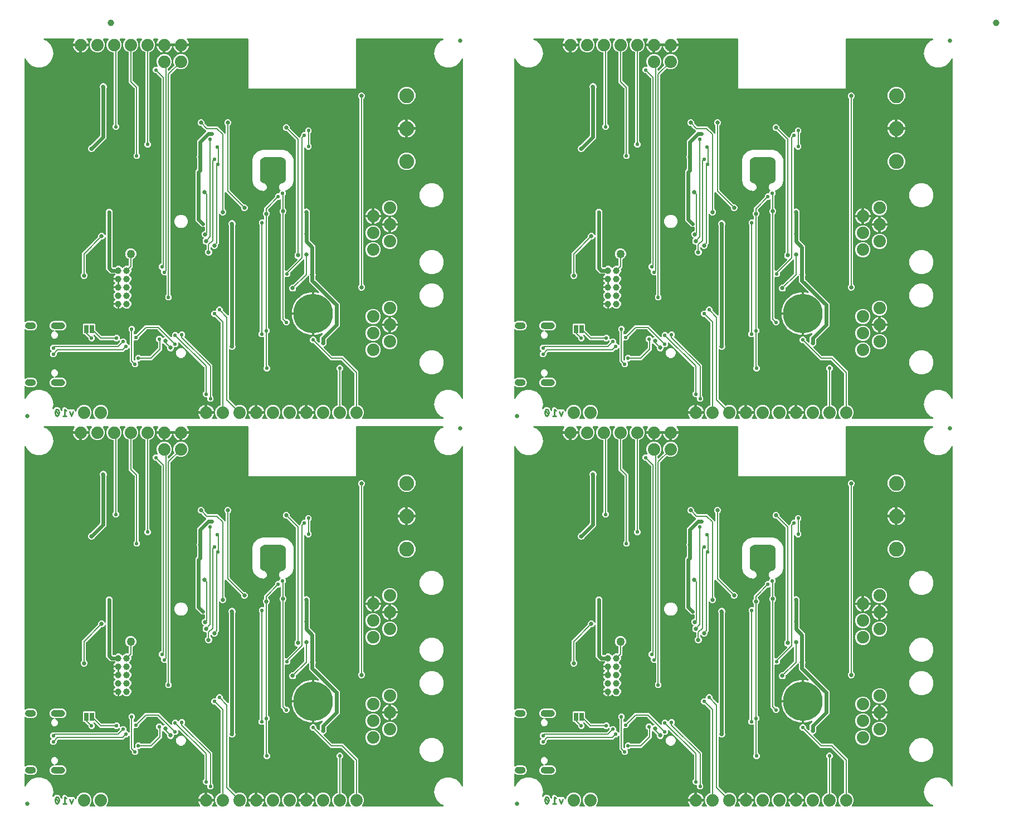
<source format=gbl>
G04 EAGLE Gerber RS-274X export*
G75*
%MOMM*%
%FSLAX34Y34*%
%LPD*%
%INBottom Copper*%
%IPPOS*%
%AMOC8*
5,1,8,0,0,1.08239X$1,22.5*%
G01*
%ADD10C,0.254000*%
%ADD11C,0.654000*%
%ADD12C,0.635000*%
%ADD13C,1.879600*%
%ADD14C,1.000000*%
%ADD15C,6.000000*%
%ADD16C,2.250000*%
%ADD17R,0.635000X1.270000*%
%ADD18C,1.270000*%
%ADD19C,0.203200*%
%ADD20C,0.558800*%
%ADD21C,0.558800*%

G36*
X110190Y592587D02*
X110190Y592587D01*
X110219Y592584D01*
X110330Y592607D01*
X110442Y592623D01*
X110469Y592635D01*
X110498Y592640D01*
X110598Y592693D01*
X110702Y592739D01*
X110724Y592758D01*
X110750Y592771D01*
X110832Y592849D01*
X110919Y592922D01*
X110935Y592947D01*
X110956Y592967D01*
X111013Y593065D01*
X111076Y593159D01*
X111085Y593187D01*
X111100Y593212D01*
X111128Y593322D01*
X111162Y593430D01*
X111163Y593460D01*
X111170Y593488D01*
X111166Y593601D01*
X111169Y593714D01*
X111162Y593743D01*
X111161Y593772D01*
X111126Y593880D01*
X111098Y593989D01*
X111083Y594015D01*
X111074Y594043D01*
X111028Y594107D01*
X110952Y594234D01*
X110907Y594277D01*
X110879Y594316D01*
X109689Y595505D01*
X107949Y599706D01*
X107949Y604254D01*
X109690Y608455D01*
X112905Y611670D01*
X117106Y613411D01*
X121654Y613411D01*
X125855Y611670D01*
X129070Y608455D01*
X130811Y604254D01*
X130811Y599706D01*
X129071Y595505D01*
X127881Y594316D01*
X127864Y594292D01*
X127841Y594273D01*
X127779Y594179D01*
X127710Y594089D01*
X127700Y594061D01*
X127684Y594037D01*
X127650Y593929D01*
X127609Y593823D01*
X127607Y593794D01*
X127598Y593766D01*
X127595Y593652D01*
X127586Y593540D01*
X127591Y593511D01*
X127591Y593482D01*
X127619Y593372D01*
X127642Y593261D01*
X127655Y593235D01*
X127662Y593207D01*
X127720Y593109D01*
X127773Y593009D01*
X127793Y592987D01*
X127808Y592962D01*
X127890Y592885D01*
X127968Y592803D01*
X127994Y592788D01*
X128015Y592768D01*
X128116Y592716D01*
X128214Y592659D01*
X128242Y592652D01*
X128268Y592638D01*
X128346Y592625D01*
X128489Y592589D01*
X128552Y592591D01*
X128599Y592583D01*
X269478Y592583D01*
X269569Y592596D01*
X269661Y592599D01*
X269709Y592615D01*
X269759Y592623D01*
X269844Y592660D01*
X269931Y592689D01*
X269972Y592718D01*
X270019Y592739D01*
X270089Y592798D01*
X270165Y592850D01*
X270197Y592890D01*
X270236Y592922D01*
X270287Y592999D01*
X270345Y593070D01*
X270365Y593117D01*
X270393Y593159D01*
X270421Y593247D01*
X270458Y593331D01*
X270464Y593382D01*
X270479Y593430D01*
X270482Y593522D01*
X270493Y593613D01*
X270485Y593664D01*
X270486Y593714D01*
X270463Y593803D01*
X270449Y593894D01*
X270429Y593934D01*
X270415Y593989D01*
X270334Y594126D01*
X270299Y594195D01*
X269189Y595723D01*
X268336Y597397D01*
X267755Y599184D01*
X267634Y599949D01*
X278384Y599949D01*
X278442Y599957D01*
X278500Y599955D01*
X278582Y599977D01*
X278665Y599989D01*
X278719Y600013D01*
X278775Y600027D01*
X278848Y600070D01*
X278925Y600105D01*
X278969Y600143D01*
X279020Y600173D01*
X279077Y600234D01*
X279142Y600289D01*
X279174Y600337D01*
X279214Y600380D01*
X279253Y600455D01*
X279299Y600525D01*
X279317Y600581D01*
X279344Y600633D01*
X279355Y600701D01*
X279385Y600796D01*
X279388Y600896D01*
X279399Y600964D01*
X279399Y601981D01*
X279401Y601981D01*
X279401Y600964D01*
X279409Y600906D01*
X279408Y600848D01*
X279429Y600766D01*
X279441Y600683D01*
X279465Y600629D01*
X279479Y600573D01*
X279522Y600500D01*
X279557Y600423D01*
X279595Y600378D01*
X279625Y600328D01*
X279686Y600270D01*
X279741Y600206D01*
X279789Y600174D01*
X279832Y600134D01*
X279907Y600095D01*
X279977Y600049D01*
X280033Y600031D01*
X280085Y600004D01*
X280153Y599993D01*
X280248Y599963D01*
X280348Y599960D01*
X280416Y599949D01*
X291166Y599949D01*
X291045Y599184D01*
X290464Y597397D01*
X289611Y595723D01*
X288501Y594195D01*
X288458Y594114D01*
X288407Y594037D01*
X288391Y593988D01*
X288367Y593944D01*
X288349Y593854D01*
X288321Y593766D01*
X288319Y593715D01*
X288309Y593665D01*
X288316Y593574D01*
X288314Y593482D01*
X288326Y593433D01*
X288330Y593382D01*
X288362Y593295D01*
X288385Y593207D01*
X288411Y593163D01*
X288429Y593115D01*
X288484Y593041D01*
X288531Y592962D01*
X288568Y592927D01*
X288598Y592887D01*
X288671Y592831D01*
X288738Y592768D01*
X288783Y592745D01*
X288823Y592714D01*
X288909Y592680D01*
X288991Y592638D01*
X289035Y592631D01*
X289088Y592610D01*
X289246Y592595D01*
X289322Y592583D01*
X295581Y592583D01*
X295610Y592587D01*
X295639Y592584D01*
X295750Y592607D01*
X295862Y592623D01*
X295889Y592635D01*
X295918Y592640D01*
X296018Y592693D01*
X296122Y592739D01*
X296144Y592758D01*
X296170Y592771D01*
X296252Y592849D01*
X296339Y592922D01*
X296355Y592947D01*
X296376Y592967D01*
X296433Y593065D01*
X296496Y593159D01*
X296505Y593187D01*
X296520Y593212D01*
X296548Y593322D01*
X296582Y593430D01*
X296583Y593460D01*
X296590Y593488D01*
X296586Y593601D01*
X296589Y593714D01*
X296582Y593743D01*
X296581Y593772D01*
X296546Y593880D01*
X296518Y593989D01*
X296503Y594015D01*
X296494Y594043D01*
X296448Y594107D01*
X296372Y594234D01*
X296327Y594277D01*
X296299Y594316D01*
X295109Y595505D01*
X293369Y599706D01*
X293369Y604254D01*
X295110Y608455D01*
X298325Y611670D01*
X301125Y612830D01*
X301126Y612831D01*
X301127Y612831D01*
X301246Y612902D01*
X301369Y612975D01*
X301370Y612976D01*
X301372Y612977D01*
X301468Y613079D01*
X301565Y613181D01*
X301565Y613183D01*
X301566Y613184D01*
X301631Y613310D01*
X301695Y613434D01*
X301695Y613436D01*
X301696Y613437D01*
X301698Y613452D01*
X301750Y613713D01*
X301747Y613743D01*
X301751Y613768D01*
X301751Y737711D01*
X301739Y737797D01*
X301736Y737885D01*
X301719Y737937D01*
X301711Y737992D01*
X301676Y738072D01*
X301649Y738155D01*
X301621Y738194D01*
X301595Y738252D01*
X301499Y738365D01*
X301454Y738429D01*
X292913Y746970D01*
X292843Y747022D01*
X292779Y747082D01*
X292729Y747108D01*
X292685Y747141D01*
X292604Y747172D01*
X292526Y747212D01*
X292478Y747220D01*
X292420Y747242D01*
X292272Y747254D01*
X292195Y747267D01*
X290101Y747267D01*
X287273Y750095D01*
X287273Y754093D01*
X290101Y756921D01*
X293878Y756921D01*
X293936Y756929D01*
X293994Y756927D01*
X294076Y756949D01*
X294160Y756961D01*
X294213Y756984D01*
X294269Y756999D01*
X294342Y757042D01*
X294419Y757077D01*
X294464Y757115D01*
X294514Y757144D01*
X294572Y757206D01*
X294636Y757260D01*
X294668Y757309D01*
X294708Y757352D01*
X294747Y757427D01*
X294794Y757497D01*
X294811Y757553D01*
X294838Y757605D01*
X294849Y757673D01*
X294879Y757768D01*
X294882Y757868D01*
X294893Y757936D01*
X294893Y760189D01*
X297721Y763017D01*
X301719Y763017D01*
X304547Y760189D01*
X304547Y758095D01*
X304559Y758009D01*
X304562Y757921D01*
X304579Y757869D01*
X304587Y757814D01*
X304622Y757734D01*
X304649Y757651D01*
X304677Y757612D01*
X304703Y757554D01*
X304777Y757467D01*
X304797Y757433D01*
X304820Y757412D01*
X304844Y757377D01*
X312115Y750106D01*
X312116Y750106D01*
X312210Y750012D01*
X312234Y749994D01*
X312253Y749971D01*
X312347Y749909D01*
X312437Y749841D01*
X312465Y749830D01*
X312489Y749814D01*
X312597Y749780D01*
X312703Y749739D01*
X312732Y749737D01*
X312760Y749728D01*
X312873Y749725D01*
X312986Y749716D01*
X313015Y749721D01*
X313044Y749721D01*
X313154Y749749D01*
X313265Y749772D01*
X313291Y749785D01*
X313319Y749793D01*
X313417Y749850D01*
X313517Y749903D01*
X313539Y749923D01*
X313564Y749938D01*
X313641Y750020D01*
X313723Y750098D01*
X313738Y750124D01*
X313758Y750145D01*
X313810Y750246D01*
X313867Y750344D01*
X313874Y750372D01*
X313888Y750398D01*
X313901Y750475D01*
X313937Y750619D01*
X313935Y750682D01*
X313943Y750729D01*
X313943Y886842D01*
X313939Y886873D01*
X313941Y886904D01*
X313924Y886980D01*
X313903Y887124D01*
X313877Y887183D01*
X313866Y887231D01*
X313562Y887964D01*
X313562Y890036D01*
X313866Y890769D01*
X313874Y890799D01*
X313888Y890827D01*
X313901Y890904D01*
X313930Y891019D01*
X314002Y891115D01*
X314025Y891175D01*
X314051Y891217D01*
X314355Y891950D01*
X315820Y893415D01*
X316553Y893719D01*
X316580Y893734D01*
X316609Y893744D01*
X316673Y893789D01*
X316776Y893850D01*
X316894Y893867D01*
X316953Y893893D01*
X317001Y893904D01*
X317734Y894208D01*
X319806Y894208D01*
X320539Y893904D01*
X320569Y893896D01*
X320597Y893882D01*
X320674Y893869D01*
X320789Y893840D01*
X320885Y893768D01*
X320945Y893745D01*
X320987Y893719D01*
X321720Y893415D01*
X323185Y891950D01*
X323489Y891217D01*
X323504Y891190D01*
X323514Y891161D01*
X323559Y891097D01*
X323620Y890994D01*
X323637Y890876D01*
X323663Y890817D01*
X323674Y890769D01*
X323978Y890036D01*
X323978Y887964D01*
X323674Y887231D01*
X323666Y887201D01*
X323652Y887173D01*
X323639Y887096D01*
X323603Y886956D01*
X323605Y886891D01*
X323597Y886842D01*
X323597Y704638D01*
X323601Y704607D01*
X323599Y704576D01*
X323616Y704500D01*
X323637Y704356D01*
X323663Y704297D01*
X323674Y704249D01*
X323978Y703516D01*
X323978Y701444D01*
X323674Y700711D01*
X323666Y700681D01*
X323652Y700653D01*
X323639Y700576D01*
X323610Y700461D01*
X323538Y700366D01*
X323515Y700305D01*
X323489Y700263D01*
X323185Y699530D01*
X321720Y698065D01*
X320987Y697761D01*
X320960Y697746D01*
X320931Y697736D01*
X320867Y697690D01*
X320764Y697630D01*
X320646Y697613D01*
X320587Y697587D01*
X320539Y697576D01*
X319806Y697272D01*
X317734Y697272D01*
X317001Y697576D01*
X316971Y697584D01*
X316943Y697598D01*
X316866Y697611D01*
X316751Y697640D01*
X316656Y697712D01*
X316595Y697735D01*
X316553Y697761D01*
X315738Y698099D01*
X315705Y698124D01*
X315678Y698134D01*
X315653Y698151D01*
X315545Y698185D01*
X315440Y698225D01*
X315410Y698228D01*
X315382Y698237D01*
X315269Y698240D01*
X315156Y698249D01*
X315127Y698243D01*
X315098Y698244D01*
X314988Y698215D01*
X314877Y698193D01*
X314851Y698180D01*
X314823Y698172D01*
X314726Y698115D01*
X314625Y698062D01*
X314604Y698042D01*
X314578Y698027D01*
X314501Y697944D01*
X314419Y697867D01*
X314404Y697841D01*
X314384Y697820D01*
X314332Y697719D01*
X314275Y697621D01*
X314268Y697593D01*
X314254Y697566D01*
X314241Y697489D01*
X314205Y697346D01*
X314207Y697283D01*
X314199Y697235D01*
X314199Y622713D01*
X314211Y622627D01*
X314214Y622539D01*
X314231Y622487D01*
X314239Y622432D01*
X314274Y622352D01*
X314301Y622269D01*
X314329Y622230D01*
X314355Y622172D01*
X314451Y622059D01*
X314496Y621995D01*
X324020Y612471D01*
X324022Y612470D01*
X324023Y612469D01*
X324136Y612384D01*
X324248Y612300D01*
X324249Y612300D01*
X324250Y612299D01*
X324382Y612249D01*
X324513Y612199D01*
X324515Y612199D01*
X324516Y612198D01*
X324661Y612187D01*
X324797Y612176D01*
X324798Y612176D01*
X324800Y612176D01*
X324815Y612179D01*
X325075Y612231D01*
X325102Y612245D01*
X325127Y612251D01*
X327926Y613411D01*
X332474Y613411D01*
X336675Y611670D01*
X339890Y608455D01*
X341631Y604254D01*
X341631Y599706D01*
X339891Y595505D01*
X338701Y594316D01*
X338684Y594292D01*
X338661Y594273D01*
X338599Y594179D01*
X338530Y594089D01*
X338520Y594061D01*
X338504Y594037D01*
X338470Y593929D01*
X338429Y593823D01*
X338427Y593794D01*
X338418Y593766D01*
X338415Y593652D01*
X338406Y593540D01*
X338411Y593511D01*
X338411Y593482D01*
X338439Y593372D01*
X338462Y593261D01*
X338475Y593235D01*
X338482Y593207D01*
X338540Y593109D01*
X338593Y593009D01*
X338613Y592987D01*
X338628Y592962D01*
X338710Y592885D01*
X338788Y592803D01*
X338814Y592788D01*
X338835Y592768D01*
X338936Y592716D01*
X339034Y592659D01*
X339062Y592652D01*
X339088Y592638D01*
X339166Y592625D01*
X339309Y592589D01*
X339372Y592591D01*
X339419Y592583D01*
X345678Y592583D01*
X345769Y592596D01*
X345861Y592599D01*
X345909Y592615D01*
X345959Y592623D01*
X346044Y592660D01*
X346131Y592689D01*
X346172Y592718D01*
X346219Y592739D01*
X346289Y592798D01*
X346365Y592850D01*
X346397Y592890D01*
X346436Y592922D01*
X346487Y592999D01*
X346545Y593070D01*
X346565Y593117D01*
X346593Y593159D01*
X346621Y593247D01*
X346658Y593331D01*
X346664Y593382D01*
X346679Y593430D01*
X346682Y593522D01*
X346693Y593613D01*
X346685Y593664D01*
X346686Y593714D01*
X346663Y593803D01*
X346649Y593894D01*
X346629Y593934D01*
X346615Y593989D01*
X346534Y594126D01*
X346499Y594195D01*
X345389Y595723D01*
X344536Y597397D01*
X343955Y599184D01*
X343834Y599949D01*
X354584Y599949D01*
X354642Y599957D01*
X354700Y599955D01*
X354782Y599977D01*
X354865Y599989D01*
X354919Y600013D01*
X354975Y600027D01*
X355048Y600070D01*
X355125Y600105D01*
X355169Y600143D01*
X355220Y600173D01*
X355277Y600234D01*
X355342Y600289D01*
X355374Y600337D01*
X355414Y600380D01*
X355453Y600455D01*
X355499Y600525D01*
X355517Y600581D01*
X355544Y600633D01*
X355555Y600701D01*
X355585Y600796D01*
X355588Y600896D01*
X355599Y600964D01*
X355599Y601981D01*
X355601Y601981D01*
X355601Y600964D01*
X355609Y600906D01*
X355608Y600848D01*
X355629Y600766D01*
X355641Y600683D01*
X355665Y600629D01*
X355679Y600573D01*
X355722Y600500D01*
X355757Y600423D01*
X355795Y600378D01*
X355825Y600328D01*
X355886Y600270D01*
X355941Y600206D01*
X355989Y600174D01*
X356032Y600134D01*
X356107Y600095D01*
X356177Y600049D01*
X356233Y600031D01*
X356285Y600004D01*
X356353Y599993D01*
X356448Y599963D01*
X356548Y599960D01*
X356616Y599949D01*
X367366Y599949D01*
X367245Y599184D01*
X366664Y597397D01*
X365811Y595723D01*
X364701Y594195D01*
X364658Y594114D01*
X364607Y594037D01*
X364591Y593988D01*
X364567Y593944D01*
X364549Y593854D01*
X364521Y593766D01*
X364519Y593715D01*
X364509Y593665D01*
X364516Y593574D01*
X364514Y593482D01*
X364526Y593433D01*
X364530Y593382D01*
X364562Y593295D01*
X364585Y593207D01*
X364611Y593163D01*
X364629Y593115D01*
X364684Y593041D01*
X364731Y592962D01*
X364768Y592927D01*
X364798Y592887D01*
X364871Y592831D01*
X364938Y592768D01*
X364983Y592745D01*
X365023Y592714D01*
X365109Y592680D01*
X365191Y592638D01*
X365235Y592631D01*
X365288Y592610D01*
X365446Y592595D01*
X365522Y592583D01*
X371781Y592583D01*
X371810Y592587D01*
X371839Y592584D01*
X371950Y592607D01*
X372062Y592623D01*
X372089Y592635D01*
X372118Y592640D01*
X372218Y592693D01*
X372322Y592739D01*
X372344Y592758D01*
X372370Y592771D01*
X372452Y592849D01*
X372539Y592922D01*
X372555Y592947D01*
X372576Y592967D01*
X372633Y593065D01*
X372696Y593159D01*
X372705Y593187D01*
X372720Y593212D01*
X372748Y593322D01*
X372782Y593430D01*
X372783Y593460D01*
X372790Y593488D01*
X372786Y593601D01*
X372789Y593714D01*
X372782Y593743D01*
X372781Y593772D01*
X372746Y593880D01*
X372718Y593989D01*
X372703Y594015D01*
X372694Y594043D01*
X372648Y594107D01*
X372572Y594234D01*
X372527Y594277D01*
X372499Y594316D01*
X371309Y595505D01*
X369569Y599706D01*
X369569Y604254D01*
X371310Y608455D01*
X374525Y611670D01*
X378726Y613411D01*
X383274Y613411D01*
X387475Y611670D01*
X390690Y608455D01*
X392431Y604254D01*
X392431Y599706D01*
X390691Y595505D01*
X389501Y594316D01*
X389484Y594292D01*
X389461Y594273D01*
X389399Y594179D01*
X389330Y594089D01*
X389320Y594061D01*
X389304Y594037D01*
X389270Y593929D01*
X389229Y593823D01*
X389227Y593794D01*
X389218Y593766D01*
X389215Y593652D01*
X389206Y593540D01*
X389211Y593511D01*
X389211Y593482D01*
X389239Y593372D01*
X389262Y593261D01*
X389275Y593235D01*
X389282Y593207D01*
X389340Y593109D01*
X389393Y593009D01*
X389413Y592987D01*
X389428Y592962D01*
X389510Y592885D01*
X389588Y592803D01*
X389614Y592788D01*
X389635Y592768D01*
X389736Y592716D01*
X389834Y592659D01*
X389862Y592652D01*
X389888Y592638D01*
X389966Y592625D01*
X390109Y592589D01*
X390172Y592591D01*
X390219Y592583D01*
X397181Y592583D01*
X397210Y592587D01*
X397239Y592584D01*
X397350Y592607D01*
X397462Y592623D01*
X397489Y592635D01*
X397518Y592640D01*
X397618Y592693D01*
X397722Y592739D01*
X397744Y592758D01*
X397770Y592771D01*
X397852Y592849D01*
X397939Y592922D01*
X397955Y592947D01*
X397976Y592967D01*
X398033Y593065D01*
X398096Y593159D01*
X398105Y593187D01*
X398120Y593212D01*
X398148Y593322D01*
X398182Y593430D01*
X398183Y593460D01*
X398190Y593488D01*
X398186Y593601D01*
X398189Y593714D01*
X398182Y593743D01*
X398181Y593772D01*
X398146Y593880D01*
X398118Y593989D01*
X398103Y594015D01*
X398094Y594043D01*
X398048Y594107D01*
X397972Y594234D01*
X397927Y594277D01*
X397899Y594316D01*
X396709Y595505D01*
X394969Y599706D01*
X394969Y604254D01*
X396710Y608455D01*
X399925Y611670D01*
X404126Y613411D01*
X408674Y613411D01*
X412875Y611670D01*
X416090Y608455D01*
X417831Y604254D01*
X417831Y599706D01*
X416091Y595505D01*
X414901Y594316D01*
X414884Y594292D01*
X414861Y594273D01*
X414799Y594179D01*
X414730Y594089D01*
X414720Y594061D01*
X414704Y594037D01*
X414670Y593929D01*
X414629Y593823D01*
X414627Y593794D01*
X414618Y593766D01*
X414615Y593652D01*
X414606Y593540D01*
X414611Y593511D01*
X414611Y593482D01*
X414639Y593372D01*
X414662Y593261D01*
X414675Y593235D01*
X414682Y593207D01*
X414740Y593109D01*
X414793Y593009D01*
X414813Y592987D01*
X414828Y592962D01*
X414910Y592885D01*
X414988Y592803D01*
X415014Y592788D01*
X415035Y592768D01*
X415136Y592716D01*
X415234Y592659D01*
X415262Y592652D01*
X415288Y592638D01*
X415366Y592625D01*
X415509Y592589D01*
X415572Y592591D01*
X415619Y592583D01*
X421878Y592583D01*
X421969Y592596D01*
X422061Y592599D01*
X422109Y592615D01*
X422159Y592623D01*
X422244Y592660D01*
X422331Y592689D01*
X422372Y592718D01*
X422419Y592739D01*
X422489Y592798D01*
X422565Y592850D01*
X422597Y592890D01*
X422636Y592922D01*
X422687Y592999D01*
X422745Y593070D01*
X422765Y593117D01*
X422793Y593159D01*
X422821Y593247D01*
X422858Y593331D01*
X422864Y593382D01*
X422879Y593430D01*
X422882Y593522D01*
X422893Y593613D01*
X422885Y593664D01*
X422886Y593714D01*
X422863Y593803D01*
X422849Y593894D01*
X422829Y593934D01*
X422815Y593989D01*
X422734Y594126D01*
X422699Y594195D01*
X421589Y595723D01*
X420736Y597397D01*
X420155Y599184D01*
X420034Y599949D01*
X430784Y599949D01*
X430842Y599957D01*
X430900Y599955D01*
X430982Y599977D01*
X431065Y599989D01*
X431119Y600013D01*
X431175Y600027D01*
X431248Y600070D01*
X431325Y600105D01*
X431369Y600143D01*
X431420Y600173D01*
X431477Y600234D01*
X431542Y600289D01*
X431574Y600337D01*
X431614Y600380D01*
X431653Y600455D01*
X431699Y600525D01*
X431717Y600581D01*
X431744Y600633D01*
X431755Y600701D01*
X431785Y600796D01*
X431788Y600896D01*
X431799Y600964D01*
X431799Y601981D01*
X431801Y601981D01*
X431801Y600964D01*
X431809Y600906D01*
X431808Y600848D01*
X431829Y600766D01*
X431841Y600683D01*
X431865Y600629D01*
X431879Y600573D01*
X431922Y600500D01*
X431957Y600423D01*
X431995Y600378D01*
X432025Y600328D01*
X432086Y600270D01*
X432141Y600206D01*
X432189Y600174D01*
X432232Y600134D01*
X432307Y600095D01*
X432377Y600049D01*
X432433Y600031D01*
X432485Y600004D01*
X432553Y599993D01*
X432648Y599963D01*
X432748Y599960D01*
X432816Y599949D01*
X443566Y599949D01*
X443445Y599184D01*
X442864Y597397D01*
X442011Y595723D01*
X440901Y594195D01*
X440858Y594114D01*
X440807Y594037D01*
X440791Y593988D01*
X440767Y593944D01*
X440749Y593854D01*
X440721Y593766D01*
X440719Y593715D01*
X440709Y593665D01*
X440716Y593574D01*
X440714Y593482D01*
X440726Y593433D01*
X440730Y593382D01*
X440762Y593295D01*
X440785Y593207D01*
X440811Y593163D01*
X440829Y593115D01*
X440884Y593041D01*
X440931Y592962D01*
X440968Y592927D01*
X440998Y592887D01*
X441071Y592831D01*
X441138Y592768D01*
X441183Y592745D01*
X441223Y592714D01*
X441309Y592680D01*
X441391Y592638D01*
X441435Y592631D01*
X441488Y592610D01*
X441646Y592595D01*
X441722Y592583D01*
X447981Y592583D01*
X448010Y592587D01*
X448039Y592584D01*
X448150Y592607D01*
X448262Y592623D01*
X448289Y592635D01*
X448318Y592640D01*
X448418Y592693D01*
X448522Y592739D01*
X448544Y592758D01*
X448570Y592771D01*
X448652Y592849D01*
X448739Y592922D01*
X448755Y592947D01*
X448776Y592967D01*
X448833Y593065D01*
X448896Y593159D01*
X448905Y593187D01*
X448920Y593212D01*
X448948Y593322D01*
X448982Y593430D01*
X448983Y593460D01*
X448990Y593488D01*
X448986Y593601D01*
X448989Y593714D01*
X448982Y593743D01*
X448981Y593772D01*
X448946Y593880D01*
X448918Y593989D01*
X448903Y594015D01*
X448894Y594043D01*
X448848Y594107D01*
X448772Y594234D01*
X448727Y594277D01*
X448699Y594316D01*
X447509Y595505D01*
X445769Y599706D01*
X445769Y604254D01*
X447510Y608455D01*
X450725Y611670D01*
X454926Y613411D01*
X459474Y613411D01*
X463675Y611670D01*
X466890Y608455D01*
X468631Y604254D01*
X468631Y599706D01*
X466891Y595505D01*
X465701Y594316D01*
X465684Y594292D01*
X465661Y594273D01*
X465599Y594179D01*
X465530Y594089D01*
X465520Y594061D01*
X465504Y594037D01*
X465470Y593929D01*
X465429Y593823D01*
X465427Y593794D01*
X465418Y593766D01*
X465415Y593652D01*
X465406Y593540D01*
X465411Y593511D01*
X465411Y593482D01*
X465439Y593372D01*
X465462Y593261D01*
X465475Y593235D01*
X465482Y593207D01*
X465540Y593109D01*
X465593Y593009D01*
X465613Y592987D01*
X465628Y592962D01*
X465710Y592885D01*
X465788Y592803D01*
X465814Y592788D01*
X465835Y592768D01*
X465936Y592716D01*
X466034Y592659D01*
X466062Y592652D01*
X466088Y592638D01*
X466166Y592625D01*
X466309Y592589D01*
X466372Y592591D01*
X466419Y592583D01*
X473381Y592583D01*
X473410Y592587D01*
X473439Y592584D01*
X473550Y592607D01*
X473662Y592623D01*
X473689Y592635D01*
X473718Y592640D01*
X473818Y592693D01*
X473922Y592739D01*
X473944Y592758D01*
X473970Y592771D01*
X474052Y592849D01*
X474139Y592922D01*
X474155Y592947D01*
X474176Y592967D01*
X474233Y593065D01*
X474296Y593159D01*
X474305Y593187D01*
X474320Y593212D01*
X474348Y593322D01*
X474382Y593430D01*
X474383Y593460D01*
X474390Y593488D01*
X474386Y593601D01*
X474389Y593714D01*
X474382Y593743D01*
X474381Y593772D01*
X474346Y593880D01*
X474318Y593989D01*
X474303Y594015D01*
X474294Y594043D01*
X474248Y594107D01*
X474172Y594234D01*
X474127Y594277D01*
X474099Y594316D01*
X472909Y595505D01*
X471169Y599706D01*
X471169Y604254D01*
X472910Y608455D01*
X476125Y611670D01*
X478925Y612830D01*
X478926Y612831D01*
X478927Y612831D01*
X479046Y612902D01*
X479169Y612975D01*
X479170Y612976D01*
X479172Y612977D01*
X479268Y613079D01*
X479365Y613181D01*
X479365Y613183D01*
X479366Y613184D01*
X479431Y613310D01*
X479495Y613434D01*
X479495Y613436D01*
X479496Y613437D01*
X479498Y613452D01*
X479550Y613713D01*
X479547Y613743D01*
X479551Y613768D01*
X479551Y665092D01*
X479539Y665179D01*
X479536Y665266D01*
X479519Y665319D01*
X479511Y665374D01*
X479476Y665453D01*
X479449Y665537D01*
X479421Y665576D01*
X479395Y665633D01*
X479299Y665746D01*
X479254Y665810D01*
X477773Y667291D01*
X477773Y671289D01*
X480601Y674117D01*
X484599Y674117D01*
X487427Y671289D01*
X487427Y667291D01*
X485946Y665810D01*
X485894Y665740D01*
X485834Y665676D01*
X485808Y665627D01*
X485775Y665583D01*
X485744Y665501D01*
X485704Y665423D01*
X485696Y665376D01*
X485674Y665317D01*
X485662Y665170D01*
X485649Y665092D01*
X485649Y613768D01*
X485649Y613767D01*
X485649Y613765D01*
X485669Y613625D01*
X485689Y613487D01*
X485689Y613485D01*
X485689Y613484D01*
X485746Y613358D01*
X485805Y613227D01*
X485806Y613226D01*
X485807Y613225D01*
X485898Y613117D01*
X485988Y613010D01*
X485990Y613009D01*
X485991Y613008D01*
X486004Y613000D01*
X486225Y612853D01*
X486254Y612843D01*
X486275Y612830D01*
X489075Y611670D01*
X492290Y608455D01*
X494031Y604254D01*
X494031Y599706D01*
X492291Y595505D01*
X491101Y594316D01*
X491084Y594292D01*
X491061Y594273D01*
X490999Y594179D01*
X490930Y594089D01*
X490920Y594061D01*
X490904Y594037D01*
X490870Y593929D01*
X490829Y593823D01*
X490827Y593794D01*
X490818Y593766D01*
X490815Y593652D01*
X490806Y593540D01*
X490811Y593511D01*
X490811Y593482D01*
X490839Y593372D01*
X490862Y593261D01*
X490875Y593235D01*
X490882Y593207D01*
X490940Y593109D01*
X490993Y593009D01*
X491013Y592987D01*
X491028Y592962D01*
X491110Y592885D01*
X491188Y592803D01*
X491214Y592788D01*
X491235Y592768D01*
X491336Y592716D01*
X491434Y592659D01*
X491462Y592652D01*
X491488Y592638D01*
X491566Y592625D01*
X491709Y592589D01*
X491772Y592591D01*
X491819Y592583D01*
X498781Y592583D01*
X498810Y592587D01*
X498839Y592584D01*
X498950Y592607D01*
X499062Y592623D01*
X499089Y592635D01*
X499118Y592640D01*
X499218Y592693D01*
X499322Y592739D01*
X499344Y592758D01*
X499370Y592771D01*
X499452Y592849D01*
X499539Y592922D01*
X499555Y592947D01*
X499576Y592967D01*
X499633Y593065D01*
X499696Y593159D01*
X499705Y593187D01*
X499720Y593212D01*
X499748Y593322D01*
X499782Y593430D01*
X499783Y593460D01*
X499790Y593488D01*
X499786Y593601D01*
X499789Y593714D01*
X499782Y593743D01*
X499781Y593772D01*
X499746Y593880D01*
X499718Y593989D01*
X499703Y594015D01*
X499694Y594043D01*
X499648Y594107D01*
X499572Y594234D01*
X499527Y594277D01*
X499499Y594316D01*
X498309Y595505D01*
X496569Y599706D01*
X496569Y604254D01*
X498310Y608455D01*
X501525Y611670D01*
X504325Y612830D01*
X504326Y612831D01*
X504327Y612831D01*
X504446Y612902D01*
X504569Y612975D01*
X504570Y612976D01*
X504572Y612977D01*
X504668Y613079D01*
X504765Y613181D01*
X504765Y613183D01*
X504766Y613184D01*
X504831Y613310D01*
X504895Y613434D01*
X504895Y613436D01*
X504896Y613437D01*
X504898Y613452D01*
X504950Y613713D01*
X504947Y613743D01*
X504951Y613768D01*
X504951Y661257D01*
X504939Y661343D01*
X504936Y661431D01*
X504919Y661483D01*
X504911Y661538D01*
X504876Y661618D01*
X504849Y661701D01*
X504821Y661740D01*
X504795Y661798D01*
X504699Y661911D01*
X504654Y661975D01*
X485445Y681184D01*
X485375Y681236D01*
X485311Y681296D01*
X485261Y681322D01*
X485217Y681355D01*
X485136Y681386D01*
X485058Y681426D01*
X485010Y681434D01*
X484952Y681456D01*
X484804Y681468D01*
X484727Y681481D01*
X468637Y681481D01*
X442773Y707346D01*
X442703Y707398D01*
X442639Y707458D01*
X442589Y707484D01*
X442545Y707517D01*
X442464Y707548D01*
X442386Y707588D01*
X442338Y707596D01*
X442280Y707618D01*
X442132Y707630D01*
X442055Y707643D01*
X439961Y707643D01*
X437133Y710471D01*
X437133Y714469D01*
X439961Y717297D01*
X443959Y717297D01*
X446787Y714469D01*
X446787Y712375D01*
X446795Y712319D01*
X446793Y712266D01*
X446801Y712238D01*
X446802Y712201D01*
X446819Y712149D01*
X446827Y712094D01*
X446855Y712031D01*
X446865Y711991D01*
X446875Y711974D01*
X446889Y711931D01*
X446917Y711892D01*
X446943Y711834D01*
X446994Y711774D01*
X447010Y711746D01*
X447041Y711718D01*
X447084Y711657D01*
X450427Y708315D01*
X450519Y708246D01*
X450606Y708172D01*
X450632Y708161D01*
X450654Y708144D01*
X450761Y708103D01*
X450866Y708056D01*
X450894Y708053D01*
X450920Y708043D01*
X451034Y708033D01*
X451148Y708017D01*
X451175Y708021D01*
X451203Y708019D01*
X451315Y708042D01*
X451429Y708058D01*
X451455Y708069D01*
X451482Y708075D01*
X451583Y708128D01*
X451688Y708175D01*
X451709Y708193D01*
X451734Y708206D01*
X451817Y708285D01*
X451905Y708359D01*
X451918Y708381D01*
X451940Y708402D01*
X452075Y708631D01*
X452083Y708644D01*
X452296Y709159D01*
X452304Y709189D01*
X452318Y709217D01*
X452331Y709294D01*
X452367Y709434D01*
X452365Y709499D01*
X452373Y709548D01*
X452373Y717009D01*
X456183Y720819D01*
X456195Y720835D01*
X456206Y720844D01*
X456235Y720888D01*
X456293Y720950D01*
X456319Y721000D01*
X456354Y721046D01*
X456384Y721126D01*
X456424Y721203D01*
X456435Y721258D01*
X456455Y721312D01*
X456462Y721397D01*
X456479Y721481D01*
X456474Y721538D01*
X456478Y721595D01*
X456461Y721679D01*
X456454Y721765D01*
X456434Y721818D01*
X456422Y721874D01*
X456383Y721950D01*
X456352Y722030D01*
X456318Y722075D01*
X456291Y722126D01*
X456232Y722188D01*
X456180Y722257D01*
X456135Y722291D01*
X456096Y722332D01*
X456022Y722375D01*
X455953Y722427D01*
X455899Y722447D01*
X455850Y722476D01*
X455767Y722497D01*
X455687Y722527D01*
X455630Y722532D01*
X455575Y722546D01*
X455489Y722543D01*
X455403Y722550D01*
X455355Y722539D01*
X455291Y722537D01*
X455176Y722500D01*
X455142Y722495D01*
X455118Y722484D01*
X455076Y722475D01*
X452976Y721604D01*
X449916Y720676D01*
X446781Y720053D01*
X444031Y719782D01*
X444031Y751264D01*
X444023Y751322D01*
X444025Y751380D01*
X444003Y751462D01*
X443991Y751545D01*
X443967Y751599D01*
X443953Y751655D01*
X443910Y751728D01*
X443875Y751805D01*
X443837Y751849D01*
X443807Y751900D01*
X443746Y751957D01*
X443691Y752022D01*
X443643Y752054D01*
X443600Y752094D01*
X443525Y752133D01*
X443455Y752179D01*
X443399Y752197D01*
X443347Y752224D01*
X443279Y752235D01*
X443184Y752265D01*
X443084Y752268D01*
X443016Y752279D01*
X441999Y752279D01*
X441999Y752281D01*
X443016Y752281D01*
X443074Y752289D01*
X443132Y752288D01*
X443214Y752309D01*
X443297Y752321D01*
X443351Y752345D01*
X443407Y752359D01*
X443480Y752402D01*
X443557Y752437D01*
X443602Y752475D01*
X443652Y752505D01*
X443710Y752566D01*
X443774Y752621D01*
X443806Y752669D01*
X443846Y752712D01*
X443885Y752787D01*
X443931Y752857D01*
X443949Y752913D01*
X443976Y752965D01*
X443987Y753033D01*
X444017Y753128D01*
X444020Y753228D01*
X444031Y753296D01*
X444031Y784778D01*
X446781Y784507D01*
X449916Y783884D01*
X449919Y783883D01*
X449925Y783882D01*
X449962Y783875D01*
X449989Y783864D01*
X450095Y783855D01*
X450200Y783839D01*
X450236Y783844D01*
X450272Y783841D01*
X450376Y783862D01*
X450482Y783875D01*
X450515Y783889D01*
X450551Y783897D01*
X450645Y783945D01*
X450743Y783987D01*
X450771Y784011D01*
X450803Y784028D01*
X450880Y784101D01*
X450962Y784168D01*
X450983Y784198D01*
X451009Y784223D01*
X451063Y784315D01*
X451123Y784402D01*
X451135Y784437D01*
X451153Y784469D01*
X451179Y784571D01*
X451213Y784672D01*
X451214Y784709D01*
X451223Y784744D01*
X451220Y784850D01*
X451224Y784956D01*
X451215Y784992D01*
X451214Y785028D01*
X451182Y785129D01*
X451156Y785232D01*
X451138Y785264D01*
X451127Y785299D01*
X451081Y785362D01*
X451014Y785479D01*
X450963Y785528D01*
X450932Y785572D01*
X435863Y800641D01*
X435863Y809101D01*
X435859Y809130D01*
X435862Y809159D01*
X435839Y809270D01*
X435823Y809382D01*
X435811Y809409D01*
X435806Y809438D01*
X435753Y809538D01*
X435707Y809641D01*
X435688Y809664D01*
X435675Y809690D01*
X435597Y809772D01*
X435524Y809858D01*
X435499Y809875D01*
X435479Y809896D01*
X435381Y809953D01*
X435287Y810016D01*
X435259Y810025D01*
X435234Y810040D01*
X435124Y810068D01*
X435016Y810102D01*
X434986Y810103D01*
X434958Y810110D01*
X434845Y810106D01*
X434732Y810109D01*
X434703Y810102D01*
X434674Y810101D01*
X434566Y810066D01*
X434457Y810037D01*
X434431Y810022D01*
X434403Y810013D01*
X434339Y809968D01*
X434212Y809892D01*
X434169Y809846D01*
X434130Y809818D01*
X432892Y808581D01*
X416508Y792197D01*
X416456Y792127D01*
X416396Y792063D01*
X416371Y792013D01*
X416337Y791969D01*
X416306Y791888D01*
X416266Y791810D01*
X416258Y791762D01*
X416236Y791704D01*
X416224Y791556D01*
X416211Y791479D01*
X416211Y789967D01*
X415418Y788053D01*
X413953Y786588D01*
X412039Y785795D01*
X409967Y785795D01*
X408053Y786588D01*
X406588Y788053D01*
X405795Y789967D01*
X405795Y792039D01*
X406588Y793953D01*
X408053Y795418D01*
X409967Y796211D01*
X411479Y796211D01*
X411565Y796223D01*
X411653Y796226D01*
X411705Y796243D01*
X411760Y796251D01*
X411840Y796286D01*
X411923Y796313D01*
X411963Y796341D01*
X412020Y796367D01*
X412133Y796463D01*
X412197Y796508D01*
X428581Y812892D01*
X428633Y812962D01*
X428693Y813026D01*
X428719Y813075D01*
X428752Y813120D01*
X428783Y813201D01*
X428823Y813279D01*
X428831Y813327D01*
X428853Y813385D01*
X428865Y813533D01*
X428878Y813610D01*
X428878Y833596D01*
X428874Y833625D01*
X428877Y833654D01*
X428854Y833765D01*
X428838Y833877D01*
X428826Y833904D01*
X428821Y833933D01*
X428769Y834033D01*
X428722Y834137D01*
X428703Y834159D01*
X428690Y834185D01*
X428612Y834267D01*
X428539Y834354D01*
X428514Y834370D01*
X428494Y834391D01*
X428396Y834448D01*
X428302Y834511D01*
X428274Y834520D01*
X428249Y834535D01*
X428139Y834563D01*
X428031Y834597D01*
X428001Y834598D01*
X427973Y834605D01*
X427860Y834601D01*
X427747Y834604D01*
X427718Y834597D01*
X427689Y834596D01*
X427581Y834561D01*
X427472Y834532D01*
X427446Y834517D01*
X427418Y834508D01*
X427355Y834463D01*
X427227Y834387D01*
X427184Y834342D01*
X427145Y834314D01*
X407714Y814883D01*
X407662Y814813D01*
X407602Y814749D01*
X407576Y814699D01*
X407543Y814655D01*
X407512Y814574D01*
X407472Y814496D01*
X407464Y814448D01*
X407442Y814390D01*
X407430Y814242D01*
X407417Y814165D01*
X407417Y810801D01*
X404589Y807973D01*
X400304Y807973D01*
X400246Y807965D01*
X400188Y807967D01*
X400106Y807945D01*
X400022Y807933D01*
X399969Y807910D01*
X399913Y807895D01*
X399840Y807852D01*
X399763Y807817D01*
X399718Y807779D01*
X399668Y807750D01*
X399610Y807688D01*
X399546Y807634D01*
X399514Y807585D01*
X399474Y807542D01*
X399435Y807467D01*
X399388Y807397D01*
X399371Y807341D01*
X399344Y807289D01*
X399333Y807221D01*
X399303Y807126D01*
X399300Y807026D01*
X399289Y806958D01*
X399289Y745903D01*
X399301Y745817D01*
X399304Y745729D01*
X399321Y745677D01*
X399329Y745622D01*
X399364Y745542D01*
X399391Y745459D01*
X399419Y745420D01*
X399445Y745362D01*
X399507Y745289D01*
X399530Y745250D01*
X399561Y745221D01*
X399586Y745185D01*
X400507Y744264D01*
X400577Y744212D01*
X400641Y744152D01*
X400691Y744126D01*
X400735Y744093D01*
X400816Y744062D01*
X400894Y744022D01*
X400942Y744014D01*
X401000Y743992D01*
X401148Y743980D01*
X401225Y743967D01*
X403319Y743967D01*
X406147Y741139D01*
X406147Y737141D01*
X403319Y734313D01*
X399321Y734313D01*
X396493Y737141D01*
X396493Y739235D01*
X396481Y739321D01*
X396478Y739409D01*
X396461Y739461D01*
X396453Y739516D01*
X396418Y739596D01*
X396391Y739679D01*
X396363Y739718D01*
X396337Y739776D01*
X396241Y739889D01*
X396196Y739953D01*
X393191Y742957D01*
X393191Y903186D01*
X393179Y903273D01*
X393176Y903360D01*
X393159Y903413D01*
X393151Y903468D01*
X393116Y903548D01*
X393089Y903631D01*
X393061Y903670D01*
X393035Y903727D01*
X392939Y903841D01*
X392894Y903904D01*
X391825Y904973D01*
X391032Y906887D01*
X391032Y908959D01*
X391825Y910873D01*
X392894Y911942D01*
X392946Y912012D01*
X393006Y912075D01*
X393032Y912125D01*
X393065Y912169D01*
X393096Y912251D01*
X393136Y912329D01*
X393144Y912376D01*
X393166Y912435D01*
X393178Y912582D01*
X393191Y912660D01*
X393191Y924934D01*
X393187Y924963D01*
X393190Y924993D01*
X393167Y925104D01*
X393151Y925216D01*
X393139Y925242D01*
X393134Y925271D01*
X393081Y925372D01*
X393035Y925475D01*
X393016Y925498D01*
X393003Y925524D01*
X392925Y925606D01*
X392852Y925692D01*
X392827Y925708D01*
X392807Y925730D01*
X392709Y925787D01*
X392615Y925850D01*
X392587Y925859D01*
X392562Y925873D01*
X392452Y925901D01*
X392344Y925936D01*
X392314Y925936D01*
X392286Y925943D01*
X392173Y925940D01*
X392060Y925943D01*
X392031Y925935D01*
X392002Y925934D01*
X391894Y925900D01*
X391785Y925871D01*
X391759Y925856D01*
X391731Y925847D01*
X391667Y925801D01*
X391540Y925726D01*
X391497Y925680D01*
X391458Y925652D01*
X391120Y925314D01*
X389026Y925314D01*
X388939Y925302D01*
X388852Y925299D01*
X388799Y925282D01*
X388744Y925274D01*
X388665Y925238D01*
X388581Y925211D01*
X388542Y925183D01*
X388485Y925158D01*
X388372Y925062D01*
X388308Y925016D01*
X374186Y910895D01*
X374134Y910825D01*
X374074Y910761D01*
X374048Y910711D01*
X374015Y910667D01*
X373984Y910586D01*
X373944Y910508D01*
X373936Y910460D01*
X373914Y910402D01*
X373902Y910254D01*
X373889Y910177D01*
X373889Y908850D01*
X373901Y908763D01*
X373904Y908676D01*
X373921Y908623D01*
X373929Y908568D01*
X373964Y908488D01*
X373991Y908405D01*
X374019Y908366D01*
X374045Y908309D01*
X374141Y908196D01*
X374186Y908132D01*
X375255Y907063D01*
X376048Y905149D01*
X376048Y903077D01*
X375255Y901163D01*
X374186Y900094D01*
X374134Y900024D01*
X374074Y899961D01*
X374048Y899911D01*
X374015Y899867D01*
X373984Y899785D01*
X373944Y899707D01*
X373936Y899660D01*
X373914Y899601D01*
X373902Y899454D01*
X373889Y899376D01*
X373889Y730582D01*
X373901Y730495D01*
X373904Y730408D01*
X373921Y730355D01*
X373929Y730300D01*
X373964Y730221D01*
X373991Y730137D01*
X374019Y730098D01*
X374045Y730041D01*
X374141Y729928D01*
X374186Y729864D01*
X375667Y728383D01*
X375667Y724385D01*
X374186Y722904D01*
X374134Y722834D01*
X374074Y722770D01*
X374048Y722721D01*
X374015Y722677D01*
X373984Y722595D01*
X373944Y722517D01*
X373936Y722470D01*
X373914Y722411D01*
X373902Y722264D01*
X373889Y722186D01*
X373889Y674489D01*
X373901Y674402D01*
X373904Y674315D01*
X373921Y674262D01*
X373929Y674207D01*
X373964Y674128D01*
X373991Y674044D01*
X374019Y674005D01*
X374045Y673948D01*
X374141Y673835D01*
X374186Y673771D01*
X376588Y671369D01*
X376588Y667371D01*
X373760Y664543D01*
X369762Y664543D01*
X366934Y667371D01*
X366934Y671369D01*
X367494Y671929D01*
X367546Y671999D01*
X367606Y672063D01*
X367632Y672112D01*
X367665Y672156D01*
X367696Y672238D01*
X367736Y672316D01*
X367744Y672363D01*
X367766Y672422D01*
X367778Y672569D01*
X367791Y672647D01*
X367791Y715912D01*
X367787Y715941D01*
X367790Y715971D01*
X367767Y716081D01*
X367751Y716194D01*
X367739Y716221D01*
X367734Y716249D01*
X367681Y716350D01*
X367635Y716453D01*
X367616Y716476D01*
X367603Y716502D01*
X367525Y716584D01*
X367452Y716670D01*
X367427Y716686D01*
X367407Y716708D01*
X367309Y716765D01*
X367215Y716828D01*
X367187Y716837D01*
X367162Y716851D01*
X367052Y716879D01*
X366944Y716914D01*
X366915Y716914D01*
X366886Y716922D01*
X366773Y716918D01*
X366660Y716921D01*
X366631Y716913D01*
X366602Y716912D01*
X366494Y716878D01*
X366385Y716849D01*
X366359Y716834D01*
X366331Y716825D01*
X366268Y716779D01*
X366140Y716704D01*
X366097Y716658D01*
X366058Y716630D01*
X365985Y716557D01*
X361987Y716557D01*
X359159Y719385D01*
X359159Y723383D01*
X360640Y724864D01*
X360657Y724887D01*
X360679Y724905D01*
X360711Y724953D01*
X360752Y724998D01*
X360778Y725047D01*
X360811Y725091D01*
X360822Y725120D01*
X360836Y725142D01*
X360853Y725194D01*
X360882Y725251D01*
X360890Y725298D01*
X360912Y725357D01*
X360915Y725390D01*
X360922Y725413D01*
X360924Y725505D01*
X360937Y725582D01*
X360937Y886576D01*
X360925Y886663D01*
X360922Y886750D01*
X360905Y886803D01*
X360897Y886858D01*
X360862Y886937D01*
X360835Y887021D01*
X360807Y887060D01*
X360781Y887117D01*
X360685Y887230D01*
X360640Y887294D01*
X359663Y888271D01*
X359663Y892269D01*
X362491Y895097D01*
X366776Y895097D01*
X366834Y895105D01*
X366892Y895103D01*
X366974Y895125D01*
X367058Y895137D01*
X367111Y895160D01*
X367167Y895175D01*
X367240Y895218D01*
X367317Y895253D01*
X367362Y895291D01*
X367412Y895320D01*
X367470Y895382D01*
X367534Y895436D01*
X367566Y895485D01*
X367606Y895528D01*
X367645Y895603D01*
X367692Y895673D01*
X367709Y895729D01*
X367736Y895781D01*
X367747Y895849D01*
X367777Y895944D01*
X367780Y896044D01*
X367791Y896112D01*
X367791Y899376D01*
X367779Y899463D01*
X367776Y899550D01*
X367759Y899603D01*
X367751Y899658D01*
X367716Y899738D01*
X367689Y899821D01*
X367661Y899860D01*
X367635Y899917D01*
X367539Y900030D01*
X367494Y900094D01*
X366425Y901163D01*
X365632Y903077D01*
X365632Y905149D01*
X366425Y907063D01*
X367494Y908132D01*
X367546Y908202D01*
X367606Y908265D01*
X367632Y908315D01*
X367665Y908359D01*
X367696Y908441D01*
X367736Y908519D01*
X367744Y908566D01*
X367766Y908625D01*
X367778Y908772D01*
X367791Y908850D01*
X367791Y913123D01*
X383996Y929328D01*
X384049Y929398D01*
X384109Y929462D01*
X384134Y929511D01*
X384167Y929555D01*
X384198Y929637D01*
X384238Y929715D01*
X384246Y929762D01*
X384269Y929821D01*
X384281Y929969D01*
X384294Y930046D01*
X384294Y932140D01*
X387121Y934967D01*
X389841Y934967D01*
X389898Y934975D01*
X389957Y934974D01*
X390039Y934995D01*
X390122Y935007D01*
X390175Y935031D01*
X390232Y935046D01*
X390304Y935089D01*
X390382Y935123D01*
X390426Y935161D01*
X390476Y935191D01*
X390534Y935253D01*
X390599Y935307D01*
X390631Y935356D01*
X390671Y935398D01*
X390709Y935473D01*
X390756Y935544D01*
X390774Y935599D01*
X390800Y935651D01*
X390812Y935719D01*
X390842Y935815D01*
X390844Y935914D01*
X390856Y935983D01*
X390856Y937432D01*
X392428Y939004D01*
X392496Y939095D01*
X392570Y939182D01*
X392582Y939208D01*
X392599Y939231D01*
X392639Y939338D01*
X392686Y939442D01*
X392690Y939470D01*
X392700Y939497D01*
X392709Y939610D01*
X392725Y939724D01*
X392721Y939752D01*
X392723Y939780D01*
X392701Y939892D01*
X392685Y940005D01*
X392673Y940031D01*
X392668Y940059D01*
X392615Y940160D01*
X392568Y940264D01*
X392551Y940283D01*
X392537Y940311D01*
X392357Y940500D01*
X392344Y940514D01*
X391683Y941044D01*
X390561Y943080D01*
X390305Y945390D01*
X390952Y947622D01*
X392404Y949437D01*
X394440Y950559D01*
X395595Y950687D01*
X395649Y950701D01*
X395693Y950703D01*
X396583Y950892D01*
X396851Y950989D01*
X396857Y950993D01*
X396863Y950995D01*
X398449Y951869D01*
X398474Y951888D01*
X398502Y951900D01*
X398561Y951953D01*
X398677Y952040D01*
X398716Y952091D01*
X398752Y952124D01*
X399884Y953539D01*
X399900Y953565D01*
X399921Y953588D01*
X399955Y953659D01*
X400029Y953783D01*
X400045Y953846D01*
X400066Y953890D01*
X400570Y955630D01*
X400611Y955912D01*
X400610Y955919D01*
X400610Y955925D01*
X400608Y956105D01*
X400604Y956130D01*
X400606Y956154D01*
X400589Y956229D01*
X400565Y956386D01*
X400557Y956403D01*
X400557Y957200D01*
X400548Y957263D01*
X400551Y957312D01*
X400465Y958090D01*
X400517Y958271D01*
X400557Y958552D01*
X400557Y958553D01*
X400557Y958554D01*
X400557Y982980D01*
X400549Y983036D01*
X400552Y983080D01*
X400440Y984219D01*
X400373Y984495D01*
X400369Y984502D01*
X400368Y984508D01*
X399495Y986614D01*
X399480Y986641D01*
X399470Y986670D01*
X399425Y986734D01*
X399351Y986859D01*
X399304Y986903D01*
X399275Y986944D01*
X397664Y988555D01*
X397639Y988574D01*
X397619Y988597D01*
X397552Y988639D01*
X397436Y988726D01*
X397376Y988749D01*
X397334Y988775D01*
X395228Y989648D01*
X394953Y989719D01*
X394945Y989718D01*
X394939Y989720D01*
X393800Y989832D01*
X393743Y989830D01*
X393700Y989837D01*
X368300Y989837D01*
X368244Y989829D01*
X368200Y989832D01*
X367061Y989720D01*
X366785Y989653D01*
X366778Y989649D01*
X366772Y989648D01*
X364666Y988775D01*
X364639Y988760D01*
X364610Y988750D01*
X364546Y988705D01*
X364421Y988631D01*
X364377Y988584D01*
X364336Y988555D01*
X362725Y986944D01*
X362706Y986919D01*
X362683Y986899D01*
X362641Y986832D01*
X362554Y986716D01*
X362531Y986656D01*
X362505Y986614D01*
X361632Y984508D01*
X361561Y984233D01*
X361562Y984225D01*
X361560Y984219D01*
X361448Y983080D01*
X361450Y983023D01*
X361443Y982980D01*
X361443Y958554D01*
X361483Y958272D01*
X361483Y958271D01*
X361535Y958090D01*
X361449Y957312D01*
X361451Y957248D01*
X361443Y957200D01*
X361443Y956388D01*
X361438Y956360D01*
X361398Y956206D01*
X361400Y956149D01*
X361392Y956105D01*
X361390Y955925D01*
X361426Y955643D01*
X361429Y955636D01*
X361430Y955630D01*
X361934Y953890D01*
X361946Y953862D01*
X361953Y953832D01*
X361991Y953763D01*
X362050Y953631D01*
X362092Y953582D01*
X362116Y953539D01*
X363248Y952124D01*
X363270Y952103D01*
X363287Y952077D01*
X363349Y952029D01*
X363454Y951929D01*
X363512Y951900D01*
X363551Y951869D01*
X365137Y950995D01*
X365403Y950894D01*
X365411Y950894D01*
X365417Y950892D01*
X366307Y950703D01*
X366363Y950699D01*
X366405Y950687D01*
X367560Y950559D01*
X369596Y949437D01*
X371048Y947622D01*
X371695Y945390D01*
X371439Y943080D01*
X370317Y941044D01*
X368502Y939592D01*
X366270Y938945D01*
X365115Y939073D01*
X361686Y939454D01*
X355642Y942782D01*
X351332Y948170D01*
X349412Y954797D01*
X349751Y957848D01*
X349749Y957912D01*
X349757Y957960D01*
X349757Y986668D01*
X352580Y993484D01*
X357796Y998700D01*
X364612Y1001523D01*
X397388Y1001523D01*
X404204Y998700D01*
X409420Y993484D01*
X412243Y986668D01*
X412243Y957960D01*
X412252Y957897D01*
X412249Y957848D01*
X412588Y954797D01*
X410668Y948170D01*
X406358Y942782D01*
X400319Y939457D01*
X400272Y939422D01*
X400220Y939394D01*
X400159Y939337D01*
X400092Y939286D01*
X400057Y939239D01*
X400014Y939199D01*
X399971Y939126D01*
X399921Y939059D01*
X399900Y939004D01*
X399870Y938953D01*
X399849Y938872D01*
X399819Y938794D01*
X399814Y938735D01*
X399800Y938678D01*
X399803Y938594D01*
X399796Y938511D01*
X399807Y938453D01*
X399809Y938394D01*
X399835Y938314D01*
X399851Y938232D01*
X399878Y938179D01*
X399896Y938123D01*
X399936Y938067D01*
X399982Y937979D01*
X400051Y937906D01*
X400091Y937850D01*
X400509Y937432D01*
X400509Y933433D01*
X399586Y932510D01*
X399534Y932440D01*
X399474Y932376D01*
X399448Y932327D01*
X399415Y932283D01*
X399384Y932201D01*
X399344Y932123D01*
X399336Y932076D01*
X399314Y932017D01*
X399302Y931869D01*
X399289Y931792D01*
X399289Y912660D01*
X399301Y912573D01*
X399304Y912486D01*
X399321Y912433D01*
X399329Y912378D01*
X399364Y912298D01*
X399391Y912215D01*
X399419Y912176D01*
X399445Y912119D01*
X399541Y912005D01*
X399586Y911942D01*
X400655Y910873D01*
X401448Y908959D01*
X401448Y906887D01*
X400655Y904973D01*
X399586Y903904D01*
X399534Y903834D01*
X399474Y903771D01*
X399448Y903721D01*
X399415Y903677D01*
X399384Y903595D01*
X399344Y903517D01*
X399336Y903470D01*
X399314Y903411D01*
X399302Y903264D01*
X399289Y903186D01*
X399289Y818642D01*
X399297Y818584D01*
X399295Y818526D01*
X399317Y818444D01*
X399329Y818360D01*
X399352Y818307D01*
X399367Y818251D01*
X399410Y818178D01*
X399445Y818101D01*
X399483Y818056D01*
X399512Y818006D01*
X399574Y817948D01*
X399628Y817884D01*
X399677Y817852D01*
X399720Y817812D01*
X399795Y817773D01*
X399865Y817726D01*
X399921Y817709D01*
X399973Y817682D01*
X400041Y817671D01*
X400136Y817641D01*
X400236Y817638D01*
X400304Y817627D01*
X401415Y817627D01*
X401501Y817639D01*
X401589Y817642D01*
X401641Y817659D01*
X401696Y817667D01*
X401776Y817702D01*
X401859Y817729D01*
X401898Y817757D01*
X401956Y817783D01*
X402069Y817879D01*
X402133Y817924D01*
X418231Y834023D01*
X418300Y834114D01*
X418374Y834202D01*
X418385Y834228D01*
X418402Y834250D01*
X418443Y834357D01*
X418490Y834462D01*
X418493Y834490D01*
X418503Y834516D01*
X418513Y834630D01*
X418529Y834744D01*
X418525Y834771D01*
X418527Y834799D01*
X418504Y834911D01*
X418488Y835025D01*
X418476Y835050D01*
X418471Y835078D01*
X418418Y835180D01*
X418371Y835284D01*
X418353Y835305D01*
X418340Y835330D01*
X418261Y835413D01*
X418186Y835501D01*
X418165Y835514D01*
X418144Y835536D01*
X417914Y835671D01*
X417902Y835679D01*
X416015Y836460D01*
X414550Y837925D01*
X413757Y839839D01*
X413757Y841911D01*
X414550Y843825D01*
X415619Y844894D01*
X415671Y844963D01*
X415731Y845027D01*
X415757Y845077D01*
X415790Y845121D01*
X415821Y845203D01*
X415861Y845281D01*
X415869Y845328D01*
X415891Y845387D01*
X415903Y845534D01*
X415916Y845612D01*
X415916Y1015722D01*
X415904Y1015808D01*
X415901Y1015896D01*
X415884Y1015948D01*
X415877Y1016003D01*
X415841Y1016083D01*
X415814Y1016166D01*
X415786Y1016205D01*
X415760Y1016262D01*
X415664Y1016376D01*
X415619Y1016439D01*
X402514Y1029545D01*
X402444Y1029597D01*
X402380Y1029657D01*
X402330Y1029683D01*
X402286Y1029716D01*
X402205Y1029747D01*
X402127Y1029787D01*
X402079Y1029795D01*
X402021Y1029817D01*
X401873Y1029829D01*
X401796Y1029842D01*
X400284Y1029842D01*
X398370Y1030635D01*
X396905Y1032100D01*
X396112Y1034014D01*
X396112Y1036086D01*
X396905Y1038000D01*
X398370Y1039465D01*
X400284Y1040258D01*
X402356Y1040258D01*
X404270Y1039465D01*
X405735Y1038000D01*
X406528Y1036086D01*
X406528Y1034574D01*
X406540Y1034488D01*
X406543Y1034400D01*
X406560Y1034348D01*
X406568Y1034293D01*
X406603Y1034213D01*
X406630Y1034130D01*
X406658Y1034091D01*
X406684Y1034033D01*
X406780Y1033920D01*
X406825Y1033856D01*
X419930Y1020751D01*
X419931Y1020751D01*
X420668Y1020013D01*
X420692Y1019996D01*
X420711Y1019973D01*
X420805Y1019911D01*
X420895Y1019843D01*
X420923Y1019832D01*
X420947Y1019816D01*
X421055Y1019782D01*
X421161Y1019741D01*
X421190Y1019739D01*
X421218Y1019730D01*
X421332Y1019727D01*
X421444Y1019718D01*
X421473Y1019723D01*
X421502Y1019723D01*
X421612Y1019751D01*
X421723Y1019774D01*
X421749Y1019787D01*
X421777Y1019795D01*
X421875Y1019852D01*
X421975Y1019905D01*
X421997Y1019925D01*
X422022Y1019940D01*
X422099Y1020022D01*
X422181Y1020100D01*
X422196Y1020126D01*
X422216Y1020147D01*
X422268Y1020248D01*
X422325Y1020346D01*
X422332Y1020374D01*
X422346Y1020400D01*
X422359Y1020478D01*
X422395Y1020621D01*
X422393Y1020684D01*
X422401Y1020731D01*
X422401Y1021445D01*
X423764Y1022807D01*
X423816Y1022877D01*
X423876Y1022941D01*
X423902Y1022991D01*
X423935Y1023035D01*
X423966Y1023116D01*
X424006Y1023194D01*
X424014Y1023242D01*
X424036Y1023300D01*
X424048Y1023448D01*
X424061Y1023525D01*
X424061Y1025619D01*
X426889Y1028447D01*
X429142Y1028447D01*
X429200Y1028455D01*
X429258Y1028453D01*
X429340Y1028475D01*
X429424Y1028487D01*
X429477Y1028510D01*
X429533Y1028525D01*
X429606Y1028568D01*
X429683Y1028603D01*
X429728Y1028641D01*
X429778Y1028670D01*
X429836Y1028732D01*
X429900Y1028786D01*
X429932Y1028835D01*
X429972Y1028878D01*
X430011Y1028953D01*
X430058Y1029023D01*
X430075Y1029079D01*
X430102Y1029131D01*
X430113Y1029199D01*
X430143Y1029294D01*
X430146Y1029394D01*
X430157Y1029462D01*
X430157Y1032613D01*
X432985Y1035441D01*
X436983Y1035441D01*
X439811Y1032613D01*
X439811Y1028615D01*
X438330Y1027134D01*
X438278Y1027064D01*
X438218Y1027000D01*
X438192Y1026951D01*
X438159Y1026907D01*
X438128Y1026825D01*
X438088Y1026747D01*
X438080Y1026700D01*
X438058Y1026641D01*
X438046Y1026494D01*
X438033Y1026416D01*
X438033Y1010546D01*
X438045Y1010459D01*
X438048Y1010372D01*
X438065Y1010319D01*
X438073Y1010264D01*
X438108Y1010185D01*
X438135Y1010101D01*
X438163Y1010062D01*
X438189Y1010005D01*
X438285Y1009892D01*
X438330Y1009828D01*
X439811Y1008347D01*
X439811Y1004349D01*
X436983Y1001521D01*
X432985Y1001521D01*
X430232Y1004274D01*
X430208Y1004292D01*
X430189Y1004314D01*
X430095Y1004377D01*
X430005Y1004445D01*
X429977Y1004455D01*
X429953Y1004472D01*
X429845Y1004506D01*
X429739Y1004546D01*
X429710Y1004549D01*
X429682Y1004558D01*
X429568Y1004560D01*
X429456Y1004570D01*
X429427Y1004564D01*
X429398Y1004565D01*
X429288Y1004536D01*
X429177Y1004514D01*
X429151Y1004500D01*
X429123Y1004493D01*
X429025Y1004435D01*
X428925Y1004383D01*
X428903Y1004363D01*
X428878Y1004348D01*
X428801Y1004265D01*
X428719Y1004187D01*
X428704Y1004162D01*
X428684Y1004140D01*
X428632Y1004040D01*
X428575Y1003942D01*
X428568Y1003913D01*
X428554Y1003887D01*
X428541Y1003810D01*
X428505Y1003666D01*
X428507Y1003604D01*
X428499Y1003556D01*
X428499Y912622D01*
X428507Y912564D01*
X428505Y912506D01*
X428527Y912424D01*
X428539Y912340D01*
X428562Y912287D01*
X428577Y912231D01*
X428620Y912158D01*
X428655Y912081D01*
X428693Y912036D01*
X428722Y911986D01*
X428784Y911928D01*
X428838Y911864D01*
X428887Y911832D01*
X428930Y911792D01*
X429005Y911753D01*
X429075Y911706D01*
X429131Y911689D01*
X429183Y911662D01*
X429251Y911651D01*
X429346Y911621D01*
X429446Y911618D01*
X429514Y911607D01*
X429769Y911607D01*
X429800Y911611D01*
X429831Y911609D01*
X429907Y911626D01*
X430051Y911647D01*
X430110Y911673D01*
X430158Y911684D01*
X430891Y911988D01*
X432963Y911988D01*
X433696Y911684D01*
X433726Y911676D01*
X433754Y911662D01*
X433831Y911649D01*
X433946Y911620D01*
X434042Y911548D01*
X434102Y911525D01*
X434144Y911499D01*
X434877Y911195D01*
X436342Y909730D01*
X436646Y908997D01*
X436661Y908970D01*
X436671Y908941D01*
X436716Y908877D01*
X436777Y908774D01*
X436794Y908656D01*
X436820Y908597D01*
X436831Y908549D01*
X437135Y907816D01*
X437135Y905744D01*
X436831Y905011D01*
X436823Y904981D01*
X436809Y904953D01*
X436796Y904876D01*
X436760Y904736D01*
X436762Y904671D01*
X436754Y904622D01*
X436754Y875918D01*
X436758Y875887D01*
X436756Y875856D01*
X436773Y875780D01*
X436794Y875636D01*
X436820Y875577D01*
X436831Y875529D01*
X437135Y874796D01*
X437135Y872724D01*
X436831Y871991D01*
X436823Y871961D01*
X436809Y871933D01*
X436796Y871856D01*
X436760Y871716D01*
X436760Y871713D01*
X436753Y871704D01*
X436722Y871622D01*
X436682Y871544D01*
X436674Y871497D01*
X436652Y871438D01*
X436640Y871291D01*
X436627Y871213D01*
X436627Y864750D01*
X436639Y864663D01*
X436642Y864576D01*
X436659Y864523D01*
X436667Y864468D01*
X436702Y864389D01*
X436729Y864305D01*
X436757Y864266D01*
X436783Y864209D01*
X436879Y864096D01*
X436924Y864032D01*
X445517Y855439D01*
X445517Y813688D01*
X445521Y813657D01*
X445519Y813626D01*
X445536Y813550D01*
X445557Y813406D01*
X445583Y813347D01*
X445594Y813299D01*
X445898Y812566D01*
X445898Y810494D01*
X445594Y809761D01*
X445586Y809731D01*
X445572Y809703D01*
X445559Y809626D01*
X445523Y809486D01*
X445525Y809421D01*
X445517Y809372D01*
X445517Y805060D01*
X445529Y804973D01*
X445532Y804886D01*
X445549Y804833D01*
X445557Y804778D01*
X445592Y804699D01*
X445619Y804615D01*
X445647Y804576D01*
X445673Y804519D01*
X445769Y804406D01*
X445814Y804342D01*
X482347Y767809D01*
X482347Y733331D01*
X462324Y713308D01*
X462272Y713238D01*
X462212Y713174D01*
X462186Y713125D01*
X462153Y713081D01*
X462122Y712999D01*
X462082Y712921D01*
X462074Y712874D01*
X462052Y712815D01*
X462040Y712668D01*
X462027Y712590D01*
X462027Y709548D01*
X462031Y709517D01*
X462029Y709486D01*
X462046Y709410D01*
X462067Y709266D01*
X462093Y709207D01*
X462104Y709159D01*
X462408Y708426D01*
X462408Y706354D01*
X462104Y705621D01*
X462096Y705591D01*
X462082Y705563D01*
X462069Y705486D01*
X462040Y705371D01*
X461968Y705276D01*
X461945Y705215D01*
X461919Y705173D01*
X461615Y704440D01*
X460150Y702975D01*
X459417Y702671D01*
X459390Y702656D01*
X459361Y702646D01*
X459297Y702600D01*
X459194Y702540D01*
X459076Y702523D01*
X459017Y702497D01*
X458969Y702486D01*
X458454Y702273D01*
X458355Y702214D01*
X458253Y702161D01*
X458233Y702142D01*
X458209Y702128D01*
X458130Y702045D01*
X458047Y701966D01*
X458033Y701942D01*
X458014Y701921D01*
X457961Y701819D01*
X457903Y701720D01*
X457897Y701693D01*
X457884Y701669D01*
X457862Y701556D01*
X457833Y701445D01*
X457834Y701417D01*
X457829Y701390D01*
X457839Y701275D01*
X457842Y701161D01*
X457851Y701134D01*
X457853Y701107D01*
X457895Y700999D01*
X457930Y700890D01*
X457944Y700870D01*
X457955Y700841D01*
X458116Y700629D01*
X458125Y700617D01*
X470865Y687876D01*
X470935Y687824D01*
X470999Y687764D01*
X471049Y687738D01*
X471093Y687705D01*
X471174Y687674D01*
X471252Y687634D01*
X471300Y687626D01*
X471358Y687604D01*
X471506Y687592D01*
X471583Y687579D01*
X487673Y687579D01*
X511049Y664203D01*
X511049Y613768D01*
X511049Y613767D01*
X511049Y613765D01*
X511069Y613625D01*
X511089Y613487D01*
X511089Y613485D01*
X511089Y613484D01*
X511146Y613358D01*
X511205Y613227D01*
X511206Y613226D01*
X511207Y613225D01*
X511298Y613117D01*
X511388Y613010D01*
X511390Y613009D01*
X511391Y613008D01*
X511404Y613000D01*
X511625Y612853D01*
X511654Y612843D01*
X511675Y612830D01*
X514475Y611670D01*
X517690Y608455D01*
X519431Y604254D01*
X519431Y599706D01*
X517691Y595505D01*
X516501Y594316D01*
X516484Y594292D01*
X516461Y594273D01*
X516399Y594179D01*
X516330Y594089D01*
X516320Y594061D01*
X516304Y594037D01*
X516270Y593929D01*
X516229Y593823D01*
X516227Y593794D01*
X516218Y593766D01*
X516215Y593652D01*
X516206Y593540D01*
X516211Y593511D01*
X516211Y593482D01*
X516239Y593372D01*
X516262Y593261D01*
X516275Y593235D01*
X516282Y593207D01*
X516340Y593109D01*
X516393Y593009D01*
X516413Y592987D01*
X516428Y592962D01*
X516510Y592885D01*
X516588Y592803D01*
X516614Y592788D01*
X516635Y592768D01*
X516736Y592716D01*
X516834Y592659D01*
X516862Y592652D01*
X516888Y592638D01*
X516966Y592625D01*
X517109Y592589D01*
X517172Y592591D01*
X517219Y592583D01*
X639527Y592583D01*
X639634Y592598D01*
X639741Y592606D01*
X639774Y592618D01*
X639808Y592623D01*
X639907Y592667D01*
X640008Y592704D01*
X640036Y592725D01*
X640068Y592739D01*
X640150Y592809D01*
X640237Y592872D01*
X640258Y592900D01*
X640285Y592922D01*
X640345Y593012D01*
X640410Y593098D01*
X640423Y593130D01*
X640442Y593159D01*
X640475Y593262D01*
X640515Y593362D01*
X640518Y593397D01*
X640528Y593430D01*
X640531Y593538D01*
X640541Y593645D01*
X640535Y593680D01*
X640536Y593714D01*
X640508Y593819D01*
X640488Y593925D01*
X640473Y593956D01*
X640464Y593989D01*
X640409Y594082D01*
X640360Y594178D01*
X640336Y594204D01*
X640318Y594234D01*
X640240Y594308D01*
X640166Y594387D01*
X640139Y594402D01*
X640111Y594428D01*
X639920Y594526D01*
X639874Y594552D01*
X636738Y595693D01*
X630905Y600588D01*
X627098Y607182D01*
X625776Y614680D01*
X627098Y622178D01*
X630905Y628772D01*
X636738Y633667D01*
X643893Y636271D01*
X651507Y636271D01*
X658662Y633667D01*
X664495Y628772D01*
X667903Y622869D01*
X667915Y622854D01*
X667923Y622836D01*
X668002Y622742D01*
X668078Y622645D01*
X668094Y622634D01*
X668107Y622619D01*
X668209Y622551D01*
X668308Y622479D01*
X668327Y622472D01*
X668343Y622461D01*
X668460Y622424D01*
X668576Y622383D01*
X668596Y622381D01*
X668614Y622376D01*
X668737Y622372D01*
X668860Y622365D01*
X668879Y622369D01*
X668898Y622368D01*
X669017Y622399D01*
X669137Y622426D01*
X669155Y622435D01*
X669173Y622440D01*
X669279Y622503D01*
X669387Y622562D01*
X669401Y622575D01*
X669418Y622585D01*
X669502Y622675D01*
X669589Y622761D01*
X669599Y622778D01*
X669612Y622793D01*
X669668Y622902D01*
X669728Y623009D01*
X669733Y623028D01*
X669742Y623046D01*
X669754Y623118D01*
X669793Y623286D01*
X669791Y623337D01*
X669797Y623377D01*
X669797Y1139383D01*
X669795Y1139403D01*
X669797Y1139422D01*
X669775Y1139543D01*
X669757Y1139665D01*
X669749Y1139682D01*
X669746Y1139702D01*
X669691Y1139812D01*
X669641Y1139924D01*
X669629Y1139939D01*
X669620Y1139957D01*
X669537Y1140047D01*
X669458Y1140141D01*
X669441Y1140152D01*
X669428Y1140166D01*
X669323Y1140231D01*
X669221Y1140299D01*
X669202Y1140305D01*
X669186Y1140315D01*
X669067Y1140347D01*
X668950Y1140384D01*
X668930Y1140385D01*
X668911Y1140390D01*
X668789Y1140389D01*
X668666Y1140392D01*
X668647Y1140387D01*
X668627Y1140387D01*
X668509Y1140351D01*
X668391Y1140320D01*
X668374Y1140310D01*
X668355Y1140304D01*
X668252Y1140237D01*
X668146Y1140175D01*
X668133Y1140160D01*
X668116Y1140150D01*
X668070Y1140093D01*
X667952Y1139967D01*
X667928Y1139922D01*
X667903Y1139891D01*
X664495Y1133988D01*
X658662Y1129093D01*
X651507Y1126489D01*
X643893Y1126489D01*
X636738Y1129093D01*
X630905Y1133988D01*
X627098Y1140582D01*
X625776Y1148080D01*
X627098Y1155578D01*
X630905Y1162172D01*
X636738Y1167067D01*
X639874Y1168208D01*
X639970Y1168259D01*
X640068Y1168303D01*
X640094Y1168325D01*
X640125Y1168342D01*
X640202Y1168417D01*
X640285Y1168487D01*
X640304Y1168515D01*
X640329Y1168540D01*
X640383Y1168633D01*
X640442Y1168723D01*
X640453Y1168756D01*
X640470Y1168786D01*
X640496Y1168891D01*
X640528Y1168994D01*
X640529Y1169029D01*
X640537Y1169063D01*
X640533Y1169170D01*
X640536Y1169278D01*
X640527Y1169312D01*
X640525Y1169347D01*
X640491Y1169449D01*
X640464Y1169553D01*
X640446Y1169583D01*
X640435Y1169616D01*
X640373Y1169705D01*
X640318Y1169798D01*
X640293Y1169822D01*
X640273Y1169850D01*
X640190Y1169919D01*
X640111Y1169992D01*
X640080Y1170008D01*
X640053Y1170030D01*
X639954Y1170073D01*
X639858Y1170122D01*
X639827Y1170127D01*
X639792Y1170142D01*
X639580Y1170168D01*
X639527Y1170177D01*
X508000Y1170177D01*
X507942Y1170169D01*
X507884Y1170171D01*
X507802Y1170149D01*
X507718Y1170137D01*
X507665Y1170114D01*
X507609Y1170099D01*
X507536Y1170056D01*
X507459Y1170021D01*
X507414Y1169983D01*
X507364Y1169954D01*
X507306Y1169892D01*
X507242Y1169838D01*
X507210Y1169789D01*
X507170Y1169746D01*
X507131Y1169671D01*
X507084Y1169601D01*
X507067Y1169545D01*
X507040Y1169493D01*
X507029Y1169425D01*
X506999Y1169330D01*
X506996Y1169230D01*
X506985Y1169162D01*
X506985Y1094485D01*
X343915Y1094485D01*
X343915Y1169162D01*
X343907Y1169220D01*
X343909Y1169278D01*
X343887Y1169360D01*
X343875Y1169444D01*
X343851Y1169497D01*
X343837Y1169553D01*
X343794Y1169626D01*
X343759Y1169703D01*
X343721Y1169748D01*
X343691Y1169798D01*
X343630Y1169856D01*
X343575Y1169920D01*
X343527Y1169952D01*
X343484Y1169992D01*
X343409Y1170031D01*
X343339Y1170078D01*
X343283Y1170095D01*
X343231Y1170122D01*
X343163Y1170133D01*
X343068Y1170163D01*
X342968Y1170166D01*
X342900Y1170177D01*
X251222Y1170177D01*
X251131Y1170164D01*
X251039Y1170161D01*
X250991Y1170145D01*
X250941Y1170137D01*
X250856Y1170100D01*
X250769Y1170071D01*
X250728Y1170042D01*
X250681Y1170021D01*
X250611Y1169962D01*
X250535Y1169910D01*
X250503Y1169870D01*
X250464Y1169838D01*
X250413Y1169761D01*
X250355Y1169690D01*
X250335Y1169643D01*
X250307Y1169601D01*
X250279Y1169513D01*
X250242Y1169429D01*
X250236Y1169378D01*
X250221Y1169330D01*
X250218Y1169238D01*
X250207Y1169147D01*
X250215Y1169096D01*
X250214Y1169046D01*
X250237Y1168957D01*
X250251Y1168866D01*
X250271Y1168826D01*
X250285Y1168771D01*
X250366Y1168634D01*
X250401Y1168565D01*
X251511Y1167037D01*
X252364Y1165363D01*
X252945Y1163576D01*
X253066Y1162811D01*
X242316Y1162811D01*
X242258Y1162803D01*
X242200Y1162805D01*
X242118Y1162783D01*
X242035Y1162771D01*
X241981Y1162747D01*
X241925Y1162733D01*
X241852Y1162690D01*
X241775Y1162655D01*
X241731Y1162617D01*
X241680Y1162587D01*
X241623Y1162526D01*
X241558Y1162471D01*
X241526Y1162423D01*
X241486Y1162380D01*
X241447Y1162305D01*
X241401Y1162235D01*
X241383Y1162179D01*
X241356Y1162127D01*
X241345Y1162059D01*
X241315Y1161964D01*
X241312Y1161864D01*
X241301Y1161796D01*
X241301Y1160779D01*
X241299Y1160779D01*
X241299Y1161796D01*
X241291Y1161854D01*
X241292Y1161912D01*
X241271Y1161994D01*
X241259Y1162077D01*
X241235Y1162131D01*
X241221Y1162187D01*
X241178Y1162260D01*
X241143Y1162337D01*
X241105Y1162382D01*
X241075Y1162432D01*
X241014Y1162490D01*
X240959Y1162554D01*
X240911Y1162586D01*
X240868Y1162626D01*
X240793Y1162665D01*
X240723Y1162711D01*
X240667Y1162729D01*
X240615Y1162756D01*
X240547Y1162767D01*
X240452Y1162797D01*
X240352Y1162800D01*
X240284Y1162811D01*
X216916Y1162811D01*
X216858Y1162803D01*
X216800Y1162805D01*
X216718Y1162783D01*
X216635Y1162771D01*
X216581Y1162747D01*
X216525Y1162733D01*
X216452Y1162690D01*
X216375Y1162655D01*
X216331Y1162617D01*
X216280Y1162587D01*
X216223Y1162526D01*
X216158Y1162471D01*
X216126Y1162423D01*
X216086Y1162380D01*
X216047Y1162305D01*
X216001Y1162235D01*
X215983Y1162179D01*
X215956Y1162127D01*
X215945Y1162059D01*
X215915Y1161964D01*
X215912Y1161864D01*
X215901Y1161796D01*
X215901Y1160779D01*
X215899Y1160779D01*
X215899Y1161796D01*
X215891Y1161854D01*
X215892Y1161912D01*
X215871Y1161994D01*
X215859Y1162077D01*
X215835Y1162131D01*
X215821Y1162187D01*
X215778Y1162260D01*
X215743Y1162337D01*
X215705Y1162382D01*
X215675Y1162432D01*
X215614Y1162490D01*
X215559Y1162554D01*
X215511Y1162586D01*
X215468Y1162626D01*
X215393Y1162665D01*
X215323Y1162711D01*
X215267Y1162729D01*
X215215Y1162756D01*
X215147Y1162767D01*
X215052Y1162797D01*
X214952Y1162800D01*
X214884Y1162811D01*
X204134Y1162811D01*
X204255Y1163576D01*
X204836Y1165363D01*
X205689Y1167037D01*
X206799Y1168565D01*
X206842Y1168646D01*
X206893Y1168723D01*
X206909Y1168772D01*
X206933Y1168816D01*
X206951Y1168906D01*
X206979Y1168994D01*
X206981Y1169045D01*
X206991Y1169095D01*
X206984Y1169186D01*
X206986Y1169278D01*
X206974Y1169327D01*
X206970Y1169378D01*
X206938Y1169465D01*
X206915Y1169553D01*
X206889Y1169597D01*
X206871Y1169645D01*
X206816Y1169719D01*
X206769Y1169798D01*
X206732Y1169833D01*
X206702Y1169873D01*
X206629Y1169929D01*
X206562Y1169992D01*
X206517Y1170015D01*
X206477Y1170046D01*
X206391Y1170080D01*
X206309Y1170122D01*
X206265Y1170129D01*
X206212Y1170150D01*
X206054Y1170165D01*
X205978Y1170177D01*
X199719Y1170177D01*
X199690Y1170173D01*
X199661Y1170176D01*
X199550Y1170153D01*
X199438Y1170137D01*
X199411Y1170125D01*
X199382Y1170120D01*
X199282Y1170067D01*
X199178Y1170021D01*
X199156Y1170002D01*
X199130Y1169989D01*
X199048Y1169911D01*
X198961Y1169838D01*
X198945Y1169813D01*
X198924Y1169793D01*
X198867Y1169695D01*
X198804Y1169601D01*
X198795Y1169573D01*
X198780Y1169548D01*
X198752Y1169438D01*
X198718Y1169330D01*
X198717Y1169300D01*
X198710Y1169272D01*
X198714Y1169159D01*
X198711Y1169046D01*
X198718Y1169017D01*
X198719Y1168988D01*
X198754Y1168880D01*
X198782Y1168771D01*
X198797Y1168745D01*
X198806Y1168717D01*
X198852Y1168653D01*
X198928Y1168526D01*
X198973Y1168483D01*
X199001Y1168444D01*
X200191Y1167255D01*
X201931Y1163054D01*
X201931Y1158506D01*
X200190Y1154305D01*
X196975Y1151090D01*
X194175Y1149930D01*
X194174Y1149929D01*
X194173Y1149929D01*
X194054Y1149858D01*
X193931Y1149785D01*
X193930Y1149784D01*
X193928Y1149783D01*
X193831Y1149680D01*
X193735Y1149579D01*
X193735Y1149577D01*
X193734Y1149576D01*
X193669Y1149450D01*
X193605Y1149326D01*
X193605Y1149324D01*
X193604Y1149323D01*
X193602Y1149308D01*
X193550Y1149047D01*
X193553Y1149017D01*
X193549Y1148992D01*
X193549Y1013848D01*
X193556Y1013800D01*
X193555Y1013795D01*
X193557Y1013789D01*
X193561Y1013761D01*
X193564Y1013674D01*
X193581Y1013621D01*
X193589Y1013566D01*
X193624Y1013487D01*
X193651Y1013403D01*
X193679Y1013364D01*
X193705Y1013307D01*
X193801Y1013194D01*
X193846Y1013130D01*
X195327Y1011649D01*
X195327Y1007651D01*
X192499Y1004823D01*
X188501Y1004823D01*
X185673Y1007651D01*
X185673Y1011649D01*
X187154Y1013130D01*
X187206Y1013200D01*
X187266Y1013264D01*
X187292Y1013313D01*
X187325Y1013357D01*
X187356Y1013439D01*
X187396Y1013517D01*
X187404Y1013564D01*
X187426Y1013623D01*
X187436Y1013738D01*
X187437Y1013744D01*
X187438Y1013765D01*
X187438Y1013770D01*
X187451Y1013848D01*
X187451Y1148992D01*
X187451Y1148993D01*
X187451Y1148995D01*
X187444Y1149044D01*
X187445Y1149056D01*
X187440Y1149074D01*
X187431Y1149135D01*
X187411Y1149273D01*
X187411Y1149275D01*
X187411Y1149276D01*
X187354Y1149402D01*
X187295Y1149533D01*
X187294Y1149534D01*
X187293Y1149535D01*
X187203Y1149642D01*
X187112Y1149750D01*
X187110Y1149751D01*
X187109Y1149752D01*
X187096Y1149760D01*
X186875Y1149907D01*
X186846Y1149917D01*
X186825Y1149930D01*
X184025Y1151090D01*
X180810Y1154305D01*
X179069Y1158506D01*
X179069Y1163054D01*
X180809Y1167255D01*
X181999Y1168444D01*
X182016Y1168468D01*
X182039Y1168487D01*
X182101Y1168581D01*
X182170Y1168671D01*
X182180Y1168699D01*
X182196Y1168723D01*
X182230Y1168831D01*
X182271Y1168937D01*
X182273Y1168966D01*
X182282Y1168994D01*
X182285Y1169108D01*
X182294Y1169220D01*
X182289Y1169249D01*
X182289Y1169278D01*
X182261Y1169388D01*
X182238Y1169499D01*
X182225Y1169525D01*
X182218Y1169553D01*
X182160Y1169651D01*
X182107Y1169751D01*
X182087Y1169773D01*
X182072Y1169798D01*
X181990Y1169875D01*
X181912Y1169957D01*
X181886Y1169972D01*
X181865Y1169992D01*
X181764Y1170044D01*
X181666Y1170101D01*
X181638Y1170108D01*
X181612Y1170122D01*
X181534Y1170135D01*
X181391Y1170171D01*
X181328Y1170169D01*
X181281Y1170177D01*
X174319Y1170177D01*
X174290Y1170173D01*
X174261Y1170176D01*
X174150Y1170153D01*
X174038Y1170137D01*
X174011Y1170125D01*
X173982Y1170120D01*
X173882Y1170067D01*
X173778Y1170021D01*
X173756Y1170002D01*
X173730Y1169989D01*
X173648Y1169911D01*
X173561Y1169838D01*
X173545Y1169813D01*
X173524Y1169793D01*
X173467Y1169695D01*
X173404Y1169601D01*
X173395Y1169573D01*
X173380Y1169548D01*
X173352Y1169438D01*
X173318Y1169330D01*
X173317Y1169300D01*
X173310Y1169272D01*
X173314Y1169159D01*
X173311Y1169046D01*
X173318Y1169017D01*
X173319Y1168988D01*
X173354Y1168880D01*
X173382Y1168771D01*
X173397Y1168745D01*
X173406Y1168717D01*
X173452Y1168653D01*
X173528Y1168526D01*
X173573Y1168483D01*
X173601Y1168444D01*
X174791Y1167255D01*
X176531Y1163054D01*
X176531Y1158506D01*
X174790Y1154305D01*
X171575Y1151090D01*
X168775Y1149930D01*
X168774Y1149929D01*
X168773Y1149929D01*
X168654Y1149858D01*
X168531Y1149785D01*
X168530Y1149784D01*
X168528Y1149783D01*
X168431Y1149680D01*
X168335Y1149579D01*
X168335Y1149577D01*
X168334Y1149576D01*
X168269Y1149450D01*
X168205Y1149326D01*
X168205Y1149324D01*
X168204Y1149323D01*
X168202Y1149308D01*
X168150Y1149047D01*
X168153Y1149017D01*
X168149Y1148992D01*
X168149Y1106583D01*
X168161Y1106497D01*
X168164Y1106409D01*
X168181Y1106357D01*
X168189Y1106302D01*
X168224Y1106222D01*
X168251Y1106139D01*
X168279Y1106100D01*
X168305Y1106042D01*
X168401Y1105929D01*
X168446Y1105865D01*
X177039Y1097273D01*
X177039Y996322D01*
X177051Y996235D01*
X177054Y996148D01*
X177071Y996095D01*
X177079Y996040D01*
X177114Y995961D01*
X177141Y995877D01*
X177169Y995838D01*
X177195Y995781D01*
X177291Y995668D01*
X177336Y995604D01*
X178817Y994123D01*
X178817Y990125D01*
X175989Y987297D01*
X171991Y987297D01*
X169163Y990125D01*
X169163Y994123D01*
X170644Y995604D01*
X170696Y995674D01*
X170756Y995738D01*
X170782Y995787D01*
X170815Y995831D01*
X170846Y995913D01*
X170886Y995991D01*
X170894Y996038D01*
X170916Y996097D01*
X170928Y996244D01*
X170941Y996322D01*
X170941Y1094327D01*
X170929Y1094413D01*
X170926Y1094501D01*
X170909Y1094553D01*
X170901Y1094608D01*
X170866Y1094688D01*
X170839Y1094771D01*
X170811Y1094810D01*
X170785Y1094868D01*
X170689Y1094981D01*
X170644Y1095045D01*
X162051Y1103637D01*
X162051Y1148992D01*
X162051Y1148993D01*
X162051Y1148995D01*
X162044Y1149044D01*
X162045Y1149056D01*
X162040Y1149074D01*
X162031Y1149135D01*
X162011Y1149273D01*
X162011Y1149275D01*
X162011Y1149276D01*
X161954Y1149402D01*
X161895Y1149533D01*
X161894Y1149534D01*
X161893Y1149535D01*
X161803Y1149642D01*
X161712Y1149750D01*
X161710Y1149751D01*
X161709Y1149752D01*
X161696Y1149760D01*
X161475Y1149907D01*
X161446Y1149917D01*
X161425Y1149930D01*
X158625Y1151090D01*
X155410Y1154305D01*
X153669Y1158506D01*
X153669Y1163054D01*
X155409Y1167255D01*
X156599Y1168444D01*
X156616Y1168468D01*
X156639Y1168487D01*
X156701Y1168581D01*
X156770Y1168671D01*
X156780Y1168699D01*
X156796Y1168723D01*
X156830Y1168831D01*
X156871Y1168937D01*
X156873Y1168966D01*
X156882Y1168994D01*
X156885Y1169108D01*
X156894Y1169220D01*
X156889Y1169249D01*
X156889Y1169278D01*
X156861Y1169388D01*
X156838Y1169499D01*
X156825Y1169525D01*
X156818Y1169553D01*
X156760Y1169651D01*
X156707Y1169751D01*
X156687Y1169773D01*
X156672Y1169798D01*
X156590Y1169875D01*
X156512Y1169957D01*
X156486Y1169972D01*
X156465Y1169992D01*
X156364Y1170044D01*
X156266Y1170101D01*
X156238Y1170108D01*
X156212Y1170122D01*
X156134Y1170135D01*
X155991Y1170171D01*
X155928Y1170169D01*
X155881Y1170177D01*
X148919Y1170177D01*
X148890Y1170173D01*
X148861Y1170176D01*
X148750Y1170153D01*
X148638Y1170137D01*
X148611Y1170125D01*
X148582Y1170120D01*
X148482Y1170067D01*
X148378Y1170021D01*
X148356Y1170002D01*
X148330Y1169989D01*
X148248Y1169911D01*
X148161Y1169838D01*
X148145Y1169813D01*
X148124Y1169793D01*
X148067Y1169695D01*
X148004Y1169601D01*
X147995Y1169573D01*
X147980Y1169548D01*
X147952Y1169438D01*
X147918Y1169330D01*
X147917Y1169300D01*
X147910Y1169272D01*
X147914Y1169159D01*
X147911Y1169046D01*
X147918Y1169017D01*
X147919Y1168988D01*
X147954Y1168880D01*
X147982Y1168771D01*
X147997Y1168745D01*
X148006Y1168717D01*
X148052Y1168653D01*
X148128Y1168526D01*
X148173Y1168483D01*
X148201Y1168444D01*
X149391Y1167255D01*
X151131Y1163054D01*
X151131Y1158506D01*
X149390Y1154305D01*
X146175Y1151090D01*
X145915Y1150982D01*
X145914Y1150981D01*
X145913Y1150981D01*
X145794Y1150911D01*
X145671Y1150837D01*
X145670Y1150836D01*
X145668Y1150836D01*
X145571Y1150732D01*
X145475Y1150631D01*
X145475Y1150629D01*
X145474Y1150628D01*
X145409Y1150502D01*
X145345Y1150378D01*
X145345Y1150376D01*
X145344Y1150375D01*
X145342Y1150360D01*
X145290Y1150099D01*
X145293Y1150069D01*
X145289Y1150044D01*
X145289Y1040518D01*
X145301Y1040431D01*
X145304Y1040344D01*
X145321Y1040291D01*
X145329Y1040236D01*
X145364Y1040157D01*
X145391Y1040073D01*
X145419Y1040034D01*
X145445Y1039977D01*
X145541Y1039864D01*
X145586Y1039800D01*
X147067Y1038319D01*
X147067Y1034321D01*
X144239Y1031493D01*
X140241Y1031493D01*
X137413Y1034321D01*
X137413Y1038319D01*
X138894Y1039800D01*
X138946Y1039870D01*
X139006Y1039934D01*
X139032Y1039983D01*
X139065Y1040027D01*
X139096Y1040109D01*
X139136Y1040187D01*
X139144Y1040234D01*
X139166Y1040293D01*
X139178Y1040440D01*
X139191Y1040518D01*
X139191Y1148334D01*
X139183Y1148392D01*
X139185Y1148450D01*
X139163Y1148532D01*
X139151Y1148616D01*
X139128Y1148669D01*
X139113Y1148725D01*
X139070Y1148798D01*
X139035Y1148875D01*
X138997Y1148920D01*
X138968Y1148970D01*
X138906Y1149028D01*
X138852Y1149092D01*
X138803Y1149124D01*
X138760Y1149164D01*
X138685Y1149203D01*
X138615Y1149250D01*
X138559Y1149267D01*
X138507Y1149294D01*
X138439Y1149305D01*
X138344Y1149335D01*
X138244Y1149338D01*
X138176Y1149349D01*
X137426Y1149349D01*
X133225Y1151090D01*
X130010Y1154305D01*
X128269Y1158506D01*
X128269Y1163054D01*
X130009Y1167255D01*
X131199Y1168444D01*
X131216Y1168468D01*
X131239Y1168487D01*
X131301Y1168581D01*
X131370Y1168671D01*
X131380Y1168699D01*
X131396Y1168723D01*
X131430Y1168831D01*
X131471Y1168937D01*
X131473Y1168966D01*
X131482Y1168994D01*
X131485Y1169108D01*
X131494Y1169220D01*
X131489Y1169249D01*
X131489Y1169278D01*
X131461Y1169388D01*
X131438Y1169499D01*
X131425Y1169525D01*
X131418Y1169553D01*
X131360Y1169651D01*
X131307Y1169751D01*
X131287Y1169773D01*
X131272Y1169798D01*
X131190Y1169875D01*
X131112Y1169957D01*
X131086Y1169972D01*
X131065Y1169992D01*
X130964Y1170044D01*
X130866Y1170101D01*
X130838Y1170108D01*
X130812Y1170122D01*
X130734Y1170135D01*
X130591Y1170171D01*
X130528Y1170169D01*
X130481Y1170177D01*
X123519Y1170177D01*
X123490Y1170173D01*
X123461Y1170176D01*
X123350Y1170153D01*
X123238Y1170137D01*
X123211Y1170125D01*
X123182Y1170120D01*
X123082Y1170067D01*
X122978Y1170021D01*
X122956Y1170002D01*
X122930Y1169989D01*
X122848Y1169911D01*
X122761Y1169838D01*
X122745Y1169813D01*
X122724Y1169793D01*
X122667Y1169695D01*
X122604Y1169601D01*
X122595Y1169573D01*
X122580Y1169548D01*
X122552Y1169438D01*
X122518Y1169330D01*
X122517Y1169300D01*
X122510Y1169272D01*
X122514Y1169159D01*
X122511Y1169046D01*
X122518Y1169017D01*
X122519Y1168988D01*
X122554Y1168880D01*
X122582Y1168771D01*
X122597Y1168745D01*
X122606Y1168717D01*
X122652Y1168653D01*
X122728Y1168526D01*
X122773Y1168483D01*
X122801Y1168444D01*
X123991Y1167255D01*
X125731Y1163054D01*
X125731Y1158506D01*
X123990Y1154305D01*
X120775Y1151090D01*
X116574Y1149349D01*
X112026Y1149349D01*
X107825Y1151090D01*
X104610Y1154305D01*
X102869Y1158506D01*
X102869Y1163054D01*
X104609Y1167255D01*
X105799Y1168444D01*
X105816Y1168468D01*
X105839Y1168487D01*
X105901Y1168581D01*
X105970Y1168671D01*
X105980Y1168699D01*
X105996Y1168723D01*
X106030Y1168831D01*
X106071Y1168937D01*
X106073Y1168966D01*
X106082Y1168994D01*
X106085Y1169108D01*
X106094Y1169220D01*
X106089Y1169249D01*
X106089Y1169278D01*
X106061Y1169388D01*
X106038Y1169499D01*
X106025Y1169525D01*
X106018Y1169553D01*
X105960Y1169651D01*
X105907Y1169751D01*
X105887Y1169773D01*
X105872Y1169798D01*
X105790Y1169875D01*
X105712Y1169957D01*
X105686Y1169972D01*
X105665Y1169992D01*
X105564Y1170044D01*
X105466Y1170101D01*
X105438Y1170108D01*
X105412Y1170122D01*
X105334Y1170135D01*
X105191Y1170171D01*
X105128Y1170169D01*
X105081Y1170177D01*
X98822Y1170177D01*
X98731Y1170164D01*
X98639Y1170161D01*
X98591Y1170145D01*
X98541Y1170137D01*
X98456Y1170100D01*
X98369Y1170071D01*
X98328Y1170042D01*
X98281Y1170021D01*
X98211Y1169962D01*
X98135Y1169910D01*
X98103Y1169870D01*
X98064Y1169838D01*
X98013Y1169761D01*
X97955Y1169690D01*
X97935Y1169643D01*
X97907Y1169601D01*
X97879Y1169513D01*
X97842Y1169429D01*
X97836Y1169378D01*
X97821Y1169330D01*
X97818Y1169238D01*
X97807Y1169147D01*
X97815Y1169096D01*
X97814Y1169046D01*
X97837Y1168957D01*
X97851Y1168866D01*
X97871Y1168826D01*
X97885Y1168771D01*
X97966Y1168634D01*
X98001Y1168565D01*
X99111Y1167037D01*
X99964Y1165363D01*
X100545Y1163576D01*
X100666Y1162811D01*
X89916Y1162811D01*
X89858Y1162803D01*
X89800Y1162805D01*
X89718Y1162783D01*
X89635Y1162771D01*
X89581Y1162747D01*
X89525Y1162733D01*
X89452Y1162690D01*
X89375Y1162655D01*
X89331Y1162617D01*
X89280Y1162587D01*
X89223Y1162526D01*
X89158Y1162471D01*
X89126Y1162423D01*
X89086Y1162380D01*
X89047Y1162305D01*
X89001Y1162235D01*
X88983Y1162179D01*
X88956Y1162127D01*
X88945Y1162059D01*
X88915Y1161964D01*
X88912Y1161864D01*
X88901Y1161796D01*
X88901Y1160779D01*
X88899Y1160779D01*
X88899Y1161796D01*
X88891Y1161854D01*
X88892Y1161912D01*
X88871Y1161994D01*
X88859Y1162077D01*
X88835Y1162131D01*
X88821Y1162187D01*
X88778Y1162260D01*
X88743Y1162337D01*
X88705Y1162382D01*
X88675Y1162432D01*
X88614Y1162490D01*
X88559Y1162554D01*
X88511Y1162586D01*
X88468Y1162626D01*
X88393Y1162665D01*
X88323Y1162711D01*
X88267Y1162729D01*
X88215Y1162756D01*
X88147Y1162767D01*
X88052Y1162797D01*
X87952Y1162800D01*
X87884Y1162811D01*
X77134Y1162811D01*
X77255Y1163576D01*
X77836Y1165363D01*
X78689Y1167037D01*
X79799Y1168565D01*
X79842Y1168646D01*
X79893Y1168723D01*
X79909Y1168772D01*
X79933Y1168816D01*
X79951Y1168906D01*
X79979Y1168994D01*
X79981Y1169045D01*
X79991Y1169095D01*
X79984Y1169186D01*
X79986Y1169278D01*
X79974Y1169327D01*
X79970Y1169378D01*
X79938Y1169465D01*
X79915Y1169553D01*
X79889Y1169597D01*
X79871Y1169645D01*
X79816Y1169719D01*
X79769Y1169798D01*
X79732Y1169833D01*
X79702Y1169873D01*
X79629Y1169929D01*
X79562Y1169992D01*
X79517Y1170015D01*
X79477Y1170046D01*
X79391Y1170080D01*
X79309Y1170122D01*
X79265Y1170129D01*
X79212Y1170150D01*
X79054Y1170165D01*
X78978Y1170177D01*
X33573Y1170177D01*
X33466Y1170162D01*
X33359Y1170154D01*
X33326Y1170142D01*
X33292Y1170137D01*
X33193Y1170093D01*
X33092Y1170056D01*
X33064Y1170035D01*
X33032Y1170021D01*
X32950Y1169952D01*
X32863Y1169888D01*
X32842Y1169860D01*
X32815Y1169838D01*
X32755Y1169748D01*
X32690Y1169662D01*
X32677Y1169630D01*
X32658Y1169601D01*
X32625Y1169498D01*
X32585Y1169398D01*
X32582Y1169363D01*
X32572Y1169330D01*
X32569Y1169222D01*
X32559Y1169115D01*
X32565Y1169080D01*
X32564Y1169046D01*
X32592Y1168941D01*
X32612Y1168835D01*
X32627Y1168804D01*
X32636Y1168771D01*
X32691Y1168678D01*
X32740Y1168582D01*
X32764Y1168556D01*
X32782Y1168526D01*
X32860Y1168452D01*
X32934Y1168373D01*
X32961Y1168358D01*
X32989Y1168332D01*
X33180Y1168234D01*
X33226Y1168208D01*
X36362Y1167067D01*
X42195Y1162172D01*
X46002Y1155578D01*
X47324Y1148080D01*
X46002Y1140582D01*
X42195Y1133988D01*
X36362Y1129093D01*
X29207Y1126489D01*
X21593Y1126489D01*
X14438Y1129093D01*
X8605Y1133988D01*
X5197Y1139891D01*
X5185Y1139906D01*
X5177Y1139924D01*
X5098Y1140018D01*
X5022Y1140115D01*
X5006Y1140126D01*
X4993Y1140141D01*
X4891Y1140209D01*
X4792Y1140281D01*
X4773Y1140288D01*
X4757Y1140299D01*
X4640Y1140336D01*
X4524Y1140377D01*
X4504Y1140379D01*
X4486Y1140384D01*
X4363Y1140388D01*
X4240Y1140395D01*
X4221Y1140391D01*
X4202Y1140392D01*
X4083Y1140361D01*
X3963Y1140334D01*
X3945Y1140325D01*
X3927Y1140320D01*
X3821Y1140257D01*
X3713Y1140198D01*
X3699Y1140185D01*
X3682Y1140175D01*
X3598Y1140085D01*
X3511Y1139999D01*
X3501Y1139982D01*
X3488Y1139967D01*
X3432Y1139858D01*
X3372Y1139751D01*
X3367Y1139732D01*
X3358Y1139714D01*
X3346Y1139642D01*
X3307Y1139474D01*
X3309Y1139423D01*
X3303Y1139383D01*
X3303Y740299D01*
X3311Y740242D01*
X3309Y740184D01*
X3331Y740102D01*
X3343Y740018D01*
X3366Y739965D01*
X3381Y739909D01*
X3424Y739836D01*
X3459Y739758D01*
X3496Y739714D01*
X3526Y739664D01*
X3588Y739606D01*
X3642Y739541D01*
X3691Y739509D01*
X3733Y739469D01*
X3808Y739431D01*
X3879Y739384D01*
X3934Y739366D01*
X3986Y739340D01*
X4069Y739324D01*
X4150Y739298D01*
X4208Y739296D01*
X4265Y739285D01*
X4350Y739293D01*
X4434Y739291D01*
X4490Y739305D01*
X4548Y739310D01*
X4612Y739337D01*
X4709Y739363D01*
X4795Y739413D01*
X4858Y739440D01*
X5029Y739547D01*
X5143Y739643D01*
X5207Y739689D01*
X5702Y740184D01*
X6363Y740415D01*
X6496Y740484D01*
X6568Y740514D01*
X7161Y740887D01*
X7857Y740965D01*
X8002Y741002D01*
X8079Y741016D01*
X8585Y741193D01*
X8621Y741187D01*
X8715Y741157D01*
X8816Y741154D01*
X8884Y741143D01*
X9376Y741143D01*
X9440Y741152D01*
X9490Y741149D01*
X10225Y741232D01*
X10246Y741220D01*
X10276Y741212D01*
X10303Y741198D01*
X10380Y741185D01*
X10521Y741149D01*
X10585Y741151D01*
X10634Y741143D01*
X14466Y741143D01*
X14496Y741147D01*
X14527Y741145D01*
X14637Y741167D01*
X14747Y741183D01*
X14775Y741195D01*
X14806Y741201D01*
X14863Y741233D01*
X15610Y741149D01*
X15675Y741151D01*
X15724Y741143D01*
X16216Y741143D01*
X16275Y741151D01*
X16334Y741150D01*
X16400Y741169D01*
X16497Y741183D01*
X16518Y741192D01*
X17021Y741016D01*
X17167Y740987D01*
X17243Y740965D01*
X17939Y740887D01*
X18532Y740514D01*
X18668Y740453D01*
X18737Y740415D01*
X19398Y740184D01*
X19893Y739689D01*
X20012Y739599D01*
X20071Y739547D01*
X20664Y739174D01*
X21037Y738581D01*
X21133Y738467D01*
X21179Y738403D01*
X21674Y737908D01*
X21905Y737247D01*
X21974Y737114D01*
X22004Y737042D01*
X22377Y736449D01*
X22455Y735753D01*
X22492Y735608D01*
X22506Y735531D01*
X22737Y734870D01*
X22659Y734174D01*
X22663Y734024D01*
X22659Y733946D01*
X22737Y733250D01*
X22506Y732589D01*
X22477Y732443D01*
X22455Y732367D01*
X22377Y731671D01*
X22004Y731078D01*
X21943Y730942D01*
X21905Y730873D01*
X21674Y730212D01*
X21179Y729717D01*
X21089Y729598D01*
X21037Y729539D01*
X20664Y728946D01*
X20071Y728573D01*
X19957Y728477D01*
X19893Y728431D01*
X19398Y727936D01*
X18737Y727705D01*
X18604Y727636D01*
X18532Y727606D01*
X17939Y727233D01*
X17243Y727155D01*
X17098Y727118D01*
X17021Y727104D01*
X16515Y726927D01*
X16479Y726933D01*
X16385Y726963D01*
X16284Y726966D01*
X16216Y726977D01*
X15724Y726977D01*
X15660Y726968D01*
X15610Y726971D01*
X14875Y726888D01*
X14854Y726900D01*
X14824Y726908D01*
X14797Y726922D01*
X14720Y726935D01*
X14579Y726971D01*
X14515Y726969D01*
X14466Y726977D01*
X10634Y726977D01*
X10604Y726973D01*
X10573Y726975D01*
X10463Y726953D01*
X10353Y726937D01*
X10325Y726925D01*
X10294Y726919D01*
X10237Y726887D01*
X9490Y726971D01*
X9425Y726969D01*
X9376Y726977D01*
X8884Y726977D01*
X8825Y726969D01*
X8766Y726970D01*
X8700Y726951D01*
X8603Y726937D01*
X8582Y726928D01*
X8079Y727104D01*
X7933Y727133D01*
X7857Y727155D01*
X7161Y727233D01*
X6568Y727606D01*
X6432Y727667D01*
X6363Y727705D01*
X5702Y727936D01*
X5207Y728431D01*
X5087Y728521D01*
X5029Y728573D01*
X4858Y728680D01*
X4805Y728704D01*
X4757Y728736D01*
X4676Y728762D01*
X4599Y728796D01*
X4541Y728804D01*
X4486Y728822D01*
X4401Y728824D01*
X4317Y728836D01*
X4260Y728828D01*
X4202Y728829D01*
X4120Y728808D01*
X4036Y728796D01*
X3983Y728772D01*
X3927Y728757D01*
X3854Y728714D01*
X3776Y728679D01*
X3732Y728642D01*
X3682Y728612D01*
X3624Y728550D01*
X3559Y728496D01*
X3527Y728447D01*
X3488Y728405D01*
X3449Y728329D01*
X3402Y728259D01*
X3385Y728203D01*
X3358Y728152D01*
X3347Y728084D01*
X3317Y727988D01*
X3314Y727888D01*
X3303Y727821D01*
X3303Y653939D01*
X3311Y653882D01*
X3309Y653824D01*
X3331Y653742D01*
X3343Y653658D01*
X3366Y653605D01*
X3381Y653549D01*
X3424Y653476D01*
X3459Y653398D01*
X3496Y653354D01*
X3526Y653304D01*
X3588Y653246D01*
X3642Y653181D01*
X3691Y653149D01*
X3733Y653109D01*
X3808Y653071D01*
X3879Y653024D01*
X3935Y653006D01*
X3986Y652980D01*
X4069Y652964D01*
X4150Y652938D01*
X4208Y652936D01*
X4265Y652925D01*
X4350Y652933D01*
X4434Y652931D01*
X4490Y652945D01*
X4548Y652950D01*
X4612Y652977D01*
X4709Y653002D01*
X4795Y653053D01*
X4858Y653080D01*
X5029Y653187D01*
X5143Y653283D01*
X5207Y653329D01*
X5702Y653824D01*
X6363Y654055D01*
X6496Y654124D01*
X6568Y654154D01*
X7161Y654527D01*
X7857Y654605D01*
X8002Y654642D01*
X8079Y654656D01*
X8585Y654833D01*
X8621Y654827D01*
X8715Y654797D01*
X8816Y654794D01*
X8884Y654783D01*
X9376Y654783D01*
X9440Y654792D01*
X9490Y654789D01*
X10225Y654872D01*
X10246Y654860D01*
X10276Y654852D01*
X10303Y654838D01*
X10380Y654825D01*
X10521Y654789D01*
X10585Y654791D01*
X10634Y654783D01*
X14466Y654783D01*
X14496Y654787D01*
X14527Y654785D01*
X14637Y654807D01*
X14747Y654823D01*
X14775Y654835D01*
X14806Y654841D01*
X14863Y654873D01*
X15610Y654789D01*
X15675Y654791D01*
X15724Y654783D01*
X16216Y654783D01*
X16275Y654791D01*
X16334Y654790D01*
X16400Y654809D01*
X16497Y654823D01*
X16518Y654832D01*
X17021Y654656D01*
X17167Y654627D01*
X17243Y654605D01*
X17939Y654527D01*
X18532Y654154D01*
X18668Y654093D01*
X18737Y654055D01*
X19398Y653824D01*
X19893Y653329D01*
X20012Y653239D01*
X20071Y653187D01*
X20664Y652814D01*
X21037Y652221D01*
X21133Y652107D01*
X21179Y652043D01*
X21674Y651548D01*
X21905Y650887D01*
X21974Y650754D01*
X22004Y650682D01*
X22377Y650089D01*
X22455Y649393D01*
X22492Y649248D01*
X22506Y649171D01*
X22737Y648510D01*
X22659Y647814D01*
X22663Y647664D01*
X22659Y647586D01*
X22737Y646890D01*
X22506Y646229D01*
X22477Y646083D01*
X22455Y646007D01*
X22377Y645311D01*
X22004Y644718D01*
X21943Y644582D01*
X21905Y644513D01*
X21674Y643852D01*
X21179Y643357D01*
X21089Y643237D01*
X21037Y643179D01*
X20664Y642586D01*
X20071Y642213D01*
X19957Y642117D01*
X19893Y642071D01*
X19398Y641576D01*
X18737Y641345D01*
X18604Y641276D01*
X18532Y641246D01*
X17939Y640873D01*
X17243Y640795D01*
X17098Y640758D01*
X17021Y640744D01*
X16515Y640567D01*
X16479Y640573D01*
X16385Y640603D01*
X16284Y640606D01*
X16216Y640617D01*
X15724Y640617D01*
X15660Y640608D01*
X15610Y640611D01*
X14875Y640528D01*
X14854Y640540D01*
X14824Y640548D01*
X14797Y640562D01*
X14720Y640575D01*
X14579Y640611D01*
X14515Y640609D01*
X14466Y640617D01*
X10634Y640617D01*
X10604Y640613D01*
X10573Y640615D01*
X10463Y640593D01*
X10353Y640577D01*
X10325Y640565D01*
X10294Y640559D01*
X10237Y640527D01*
X9490Y640611D01*
X9425Y640609D01*
X9376Y640617D01*
X8884Y640617D01*
X8825Y640609D01*
X8766Y640610D01*
X8700Y640591D01*
X8603Y640577D01*
X8582Y640568D01*
X8079Y640744D01*
X7933Y640773D01*
X7857Y640795D01*
X7161Y640873D01*
X6568Y641246D01*
X6432Y641307D01*
X6363Y641345D01*
X5702Y641576D01*
X5207Y642071D01*
X5124Y642133D01*
X5112Y642145D01*
X5102Y642150D01*
X5088Y642161D01*
X5029Y642213D01*
X4858Y642320D01*
X4805Y642344D01*
X4757Y642376D01*
X4676Y642402D01*
X4599Y642436D01*
X4541Y642445D01*
X4486Y642462D01*
X4401Y642464D01*
X4317Y642476D01*
X4260Y642468D01*
X4202Y642469D01*
X4120Y642448D01*
X4036Y642436D01*
X3983Y642412D01*
X3927Y642398D01*
X3854Y642354D01*
X3776Y642319D01*
X3732Y642282D01*
X3682Y642252D01*
X3624Y642190D01*
X3560Y642136D01*
X3527Y642087D01*
X3488Y642045D01*
X3449Y641969D01*
X3402Y641899D01*
X3385Y641844D01*
X3358Y641792D01*
X3347Y641723D01*
X3317Y641628D01*
X3314Y641529D01*
X3303Y641461D01*
X3303Y623377D01*
X3305Y623357D01*
X3303Y623338D01*
X3325Y623217D01*
X3343Y623095D01*
X3351Y623078D01*
X3354Y623058D01*
X3409Y622948D01*
X3459Y622836D01*
X3471Y622821D01*
X3480Y622803D01*
X3563Y622713D01*
X3642Y622619D01*
X3659Y622608D01*
X3672Y622594D01*
X3777Y622529D01*
X3879Y622461D01*
X3898Y622455D01*
X3914Y622445D01*
X4033Y622413D01*
X4150Y622376D01*
X4170Y622375D01*
X4189Y622370D01*
X4311Y622371D01*
X4434Y622368D01*
X4453Y622373D01*
X4473Y622373D01*
X4591Y622409D01*
X4709Y622440D01*
X4726Y622450D01*
X4745Y622456D01*
X4848Y622523D01*
X4954Y622585D01*
X4967Y622600D01*
X4984Y622610D01*
X5030Y622667D01*
X5148Y622793D01*
X5172Y622838D01*
X5197Y622869D01*
X8605Y628772D01*
X14438Y633667D01*
X21593Y636271D01*
X29207Y636271D01*
X36362Y633667D01*
X42195Y628772D01*
X46002Y622178D01*
X47324Y614680D01*
X46164Y608100D01*
X46161Y608036D01*
X46149Y607974D01*
X46157Y607895D01*
X46154Y607816D01*
X46169Y607754D01*
X46175Y607691D01*
X46204Y607617D01*
X46223Y607540D01*
X46255Y607485D01*
X46279Y607426D01*
X46327Y607363D01*
X46367Y607294D01*
X46413Y607250D01*
X46451Y607200D01*
X46515Y607153D01*
X46572Y607098D01*
X46629Y607069D01*
X46680Y607031D01*
X46754Y607003D01*
X46824Y606967D01*
X46887Y606954D01*
X46946Y606932D01*
X47025Y606926D01*
X47103Y606910D01*
X47166Y606915D01*
X47230Y606910D01*
X47307Y606927D01*
X47386Y606933D01*
X47446Y606956D01*
X47508Y606969D01*
X47578Y607006D01*
X47652Y607034D01*
X47703Y607072D01*
X47759Y607102D01*
X47816Y607157D01*
X47880Y607204D01*
X47918Y607255D01*
X47964Y607299D01*
X47995Y607357D01*
X48051Y607431D01*
X48081Y607515D01*
X48124Y607594D01*
X48384Y608354D01*
X51196Y610363D01*
X54651Y610363D01*
X57463Y608354D01*
X57937Y606972D01*
X57969Y606909D01*
X57985Y606857D01*
X59123Y604521D01*
X59154Y604476D01*
X59177Y604425D01*
X59233Y604359D01*
X59282Y604286D01*
X59325Y604250D01*
X59360Y604208D01*
X59433Y604160D01*
X59501Y604104D01*
X59551Y604081D01*
X59597Y604051D01*
X59680Y604024D01*
X59761Y603989D01*
X59815Y603982D01*
X59868Y603965D01*
X59956Y603963D01*
X60042Y603951D01*
X60097Y603959D01*
X60152Y603958D01*
X60237Y603980D01*
X60324Y603993D01*
X60374Y604016D01*
X60427Y604030D01*
X60502Y604074D01*
X60582Y604111D01*
X60624Y604147D01*
X60672Y604175D01*
X60732Y604239D01*
X60798Y604296D01*
X60828Y604342D01*
X60866Y604382D01*
X60906Y604460D01*
X60954Y604533D01*
X60970Y604586D01*
X60996Y604635D01*
X61007Y604705D01*
X61038Y604805D01*
X61040Y604900D01*
X61051Y604966D01*
X61051Y606821D01*
X61043Y606875D01*
X61044Y606913D01*
X61044Y606915D01*
X61045Y606933D01*
X60916Y608089D01*
X60917Y608089D01*
X60973Y608185D01*
X60981Y608216D01*
X60996Y608244D01*
X61008Y608321D01*
X61031Y608408D01*
X61849Y609226D01*
X61887Y609277D01*
X61924Y609310D01*
X62651Y610218D01*
X62759Y610246D01*
X62786Y610262D01*
X62816Y610272D01*
X62880Y610317D01*
X62957Y610363D01*
X64115Y610363D01*
X64178Y610372D01*
X64227Y610369D01*
X65383Y610497D01*
X65479Y610440D01*
X65509Y610433D01*
X65537Y610418D01*
X65615Y610405D01*
X65702Y610383D01*
X66520Y609564D01*
X66571Y609526D01*
X66604Y609490D01*
X69932Y606827D01*
X69977Y606800D01*
X70017Y606766D01*
X70099Y606728D01*
X70177Y606682D01*
X70228Y606669D01*
X70275Y606647D01*
X70365Y606633D01*
X70452Y606611D01*
X70504Y606612D01*
X70556Y606604D01*
X70628Y606615D01*
X70736Y606618D01*
X70823Y606646D01*
X70888Y606656D01*
X72636Y607239D01*
X74187Y606464D01*
X74203Y606459D01*
X74217Y606449D01*
X74338Y606413D01*
X74456Y606374D01*
X74473Y606373D01*
X74490Y606368D01*
X74616Y606367D01*
X74740Y606362D01*
X74757Y606366D01*
X74774Y606366D01*
X74842Y606386D01*
X75017Y606429D01*
X75058Y606453D01*
X75095Y606464D01*
X76645Y607239D01*
X79241Y606374D01*
X80626Y603604D01*
X80654Y603562D01*
X80675Y603517D01*
X80735Y603446D01*
X80787Y603370D01*
X80826Y603338D01*
X80859Y603300D01*
X80936Y603248D01*
X81007Y603190D01*
X81053Y603170D01*
X81095Y603142D01*
X81184Y603114D01*
X81269Y603078D01*
X81318Y603071D01*
X81366Y603056D01*
X81459Y603054D01*
X81551Y603042D01*
X81600Y603050D01*
X81650Y603049D01*
X81740Y603072D01*
X81832Y603087D01*
X81877Y603108D01*
X81925Y603121D01*
X82005Y603168D01*
X82089Y603208D01*
X82127Y603241D01*
X82170Y603266D01*
X82233Y603334D01*
X82303Y603395D01*
X82330Y603437D01*
X82364Y603473D01*
X82407Y603556D01*
X82457Y603634D01*
X82471Y603682D01*
X82494Y603727D01*
X82506Y603799D01*
X82538Y603906D01*
X82539Y603995D01*
X82549Y604058D01*
X82549Y604254D01*
X84290Y608455D01*
X87505Y611670D01*
X91706Y613411D01*
X96254Y613411D01*
X100455Y611670D01*
X103670Y608455D01*
X105411Y604254D01*
X105411Y599706D01*
X103671Y595505D01*
X102481Y594316D01*
X102464Y594292D01*
X102441Y594273D01*
X102379Y594179D01*
X102310Y594089D01*
X102300Y594061D01*
X102284Y594037D01*
X102250Y593929D01*
X102209Y593823D01*
X102207Y593794D01*
X102198Y593766D01*
X102195Y593652D01*
X102186Y593540D01*
X102191Y593511D01*
X102191Y593482D01*
X102219Y593372D01*
X102242Y593261D01*
X102255Y593235D01*
X102262Y593207D01*
X102320Y593109D01*
X102373Y593009D01*
X102393Y592987D01*
X102408Y592962D01*
X102490Y592885D01*
X102568Y592803D01*
X102594Y592788D01*
X102615Y592768D01*
X102716Y592716D01*
X102814Y592659D01*
X102842Y592652D01*
X102868Y592638D01*
X102946Y592625D01*
X103089Y592589D01*
X103152Y592591D01*
X103199Y592583D01*
X110161Y592583D01*
X110190Y592587D01*
G37*
G36*
X854410Y3307D02*
X854410Y3307D01*
X854439Y3304D01*
X854550Y3327D01*
X854662Y3343D01*
X854689Y3355D01*
X854718Y3360D01*
X854818Y3413D01*
X854922Y3459D01*
X854944Y3478D01*
X854970Y3491D01*
X855052Y3569D01*
X855139Y3642D01*
X855155Y3667D01*
X855176Y3687D01*
X855233Y3785D01*
X855296Y3879D01*
X855305Y3907D01*
X855320Y3932D01*
X855348Y4042D01*
X855382Y4150D01*
X855383Y4180D01*
X855390Y4208D01*
X855386Y4321D01*
X855389Y4434D01*
X855382Y4463D01*
X855381Y4492D01*
X855346Y4600D01*
X855318Y4709D01*
X855303Y4735D01*
X855294Y4763D01*
X855248Y4827D01*
X855172Y4954D01*
X855127Y4997D01*
X855099Y5036D01*
X853909Y6225D01*
X852169Y10426D01*
X852169Y14974D01*
X853910Y19175D01*
X857125Y22390D01*
X861326Y24131D01*
X865874Y24131D01*
X870075Y22390D01*
X873290Y19175D01*
X875031Y14974D01*
X875031Y10426D01*
X873291Y6225D01*
X872101Y5036D01*
X872084Y5012D01*
X872061Y4993D01*
X871999Y4899D01*
X871930Y4809D01*
X871920Y4781D01*
X871904Y4757D01*
X871870Y4649D01*
X871829Y4543D01*
X871827Y4514D01*
X871818Y4486D01*
X871815Y4372D01*
X871806Y4260D01*
X871811Y4231D01*
X871811Y4202D01*
X871839Y4092D01*
X871862Y3981D01*
X871875Y3955D01*
X871882Y3927D01*
X871940Y3829D01*
X871993Y3729D01*
X872013Y3707D01*
X872028Y3682D01*
X872110Y3605D01*
X872188Y3523D01*
X872214Y3508D01*
X872235Y3488D01*
X872336Y3436D01*
X872434Y3379D01*
X872462Y3372D01*
X872488Y3358D01*
X872566Y3345D01*
X872709Y3309D01*
X872772Y3311D01*
X872819Y3303D01*
X1013698Y3303D01*
X1013789Y3316D01*
X1013881Y3319D01*
X1013929Y3335D01*
X1013979Y3343D01*
X1014064Y3380D01*
X1014151Y3409D01*
X1014192Y3438D01*
X1014239Y3459D01*
X1014309Y3518D01*
X1014385Y3570D01*
X1014417Y3610D01*
X1014456Y3642D01*
X1014507Y3719D01*
X1014565Y3790D01*
X1014585Y3837D01*
X1014613Y3879D01*
X1014641Y3967D01*
X1014678Y4051D01*
X1014684Y4102D01*
X1014699Y4150D01*
X1014702Y4242D01*
X1014713Y4333D01*
X1014705Y4384D01*
X1014706Y4434D01*
X1014683Y4523D01*
X1014669Y4614D01*
X1014649Y4654D01*
X1014635Y4709D01*
X1014554Y4846D01*
X1014519Y4915D01*
X1013409Y6443D01*
X1012556Y8117D01*
X1011975Y9904D01*
X1011854Y10669D01*
X1022604Y10669D01*
X1022662Y10677D01*
X1022720Y10675D01*
X1022802Y10697D01*
X1022885Y10709D01*
X1022939Y10733D01*
X1022995Y10747D01*
X1023068Y10790D01*
X1023145Y10825D01*
X1023189Y10863D01*
X1023240Y10893D01*
X1023297Y10954D01*
X1023362Y11009D01*
X1023394Y11057D01*
X1023434Y11100D01*
X1023473Y11175D01*
X1023519Y11245D01*
X1023537Y11301D01*
X1023564Y11353D01*
X1023575Y11421D01*
X1023605Y11516D01*
X1023608Y11616D01*
X1023619Y11684D01*
X1023619Y12701D01*
X1023621Y12701D01*
X1023621Y11684D01*
X1023629Y11626D01*
X1023628Y11568D01*
X1023649Y11486D01*
X1023661Y11403D01*
X1023685Y11349D01*
X1023699Y11293D01*
X1023742Y11220D01*
X1023777Y11143D01*
X1023815Y11098D01*
X1023845Y11048D01*
X1023906Y10990D01*
X1023961Y10926D01*
X1024009Y10894D01*
X1024052Y10854D01*
X1024127Y10815D01*
X1024197Y10769D01*
X1024253Y10751D01*
X1024305Y10724D01*
X1024373Y10713D01*
X1024468Y10683D01*
X1024568Y10680D01*
X1024636Y10669D01*
X1035386Y10669D01*
X1035265Y9904D01*
X1034684Y8117D01*
X1033831Y6443D01*
X1032721Y4915D01*
X1032678Y4834D01*
X1032627Y4757D01*
X1032611Y4708D01*
X1032587Y4664D01*
X1032569Y4574D01*
X1032541Y4486D01*
X1032539Y4435D01*
X1032529Y4385D01*
X1032536Y4294D01*
X1032534Y4202D01*
X1032546Y4153D01*
X1032550Y4102D01*
X1032582Y4015D01*
X1032605Y3927D01*
X1032631Y3883D01*
X1032649Y3835D01*
X1032704Y3761D01*
X1032751Y3682D01*
X1032788Y3647D01*
X1032818Y3607D01*
X1032891Y3551D01*
X1032958Y3488D01*
X1033003Y3465D01*
X1033043Y3434D01*
X1033129Y3400D01*
X1033211Y3358D01*
X1033255Y3351D01*
X1033308Y3330D01*
X1033466Y3315D01*
X1033542Y3303D01*
X1039801Y3303D01*
X1039830Y3307D01*
X1039859Y3304D01*
X1039970Y3327D01*
X1040082Y3343D01*
X1040109Y3355D01*
X1040138Y3360D01*
X1040238Y3413D01*
X1040342Y3459D01*
X1040364Y3478D01*
X1040390Y3491D01*
X1040472Y3569D01*
X1040559Y3642D01*
X1040575Y3667D01*
X1040596Y3687D01*
X1040653Y3785D01*
X1040716Y3879D01*
X1040725Y3907D01*
X1040740Y3932D01*
X1040768Y4042D01*
X1040802Y4150D01*
X1040803Y4180D01*
X1040810Y4208D01*
X1040806Y4321D01*
X1040809Y4434D01*
X1040802Y4463D01*
X1040801Y4492D01*
X1040766Y4600D01*
X1040738Y4709D01*
X1040723Y4735D01*
X1040714Y4763D01*
X1040668Y4827D01*
X1040592Y4954D01*
X1040547Y4997D01*
X1040519Y5036D01*
X1039329Y6225D01*
X1037589Y10426D01*
X1037589Y14974D01*
X1039330Y19175D01*
X1042545Y22390D01*
X1045345Y23550D01*
X1045346Y23551D01*
X1045347Y23551D01*
X1045466Y23622D01*
X1045589Y23695D01*
X1045590Y23696D01*
X1045592Y23697D01*
X1045688Y23799D01*
X1045785Y23901D01*
X1045785Y23903D01*
X1045786Y23904D01*
X1045851Y24030D01*
X1045915Y24154D01*
X1045915Y24156D01*
X1045916Y24157D01*
X1045918Y24172D01*
X1045970Y24433D01*
X1045967Y24463D01*
X1045971Y24488D01*
X1045971Y148431D01*
X1045959Y148517D01*
X1045956Y148605D01*
X1045939Y148657D01*
X1045931Y148712D01*
X1045896Y148792D01*
X1045869Y148875D01*
X1045841Y148914D01*
X1045815Y148972D01*
X1045719Y149085D01*
X1045674Y149149D01*
X1037133Y157690D01*
X1037063Y157742D01*
X1036999Y157802D01*
X1036949Y157828D01*
X1036905Y157861D01*
X1036824Y157892D01*
X1036746Y157932D01*
X1036698Y157940D01*
X1036640Y157962D01*
X1036492Y157974D01*
X1036415Y157987D01*
X1034321Y157987D01*
X1031493Y160815D01*
X1031493Y164813D01*
X1034321Y167641D01*
X1038098Y167641D01*
X1038156Y167649D01*
X1038214Y167647D01*
X1038296Y167669D01*
X1038380Y167681D01*
X1038433Y167704D01*
X1038489Y167719D01*
X1038562Y167762D01*
X1038639Y167797D01*
X1038684Y167835D01*
X1038734Y167864D01*
X1038792Y167926D01*
X1038856Y167980D01*
X1038888Y168029D01*
X1038928Y168072D01*
X1038967Y168147D01*
X1039014Y168217D01*
X1039031Y168273D01*
X1039058Y168325D01*
X1039069Y168393D01*
X1039099Y168488D01*
X1039102Y168588D01*
X1039113Y168656D01*
X1039113Y170909D01*
X1041941Y173737D01*
X1045939Y173737D01*
X1048767Y170909D01*
X1048767Y168815D01*
X1048779Y168729D01*
X1048782Y168641D01*
X1048799Y168589D01*
X1048807Y168534D01*
X1048842Y168454D01*
X1048869Y168371D01*
X1048897Y168332D01*
X1048923Y168274D01*
X1048997Y168186D01*
X1049017Y168153D01*
X1049040Y168132D01*
X1049064Y168097D01*
X1056335Y160826D01*
X1056430Y160732D01*
X1056454Y160714D01*
X1056473Y160691D01*
X1056567Y160629D01*
X1056657Y160561D01*
X1056685Y160550D01*
X1056709Y160534D01*
X1056817Y160500D01*
X1056923Y160459D01*
X1056952Y160457D01*
X1056980Y160448D01*
X1057093Y160445D01*
X1057206Y160436D01*
X1057235Y160441D01*
X1057264Y160441D01*
X1057374Y160469D01*
X1057485Y160492D01*
X1057511Y160505D01*
X1057539Y160513D01*
X1057637Y160570D01*
X1057737Y160623D01*
X1057759Y160643D01*
X1057784Y160658D01*
X1057861Y160740D01*
X1057943Y160818D01*
X1057958Y160844D01*
X1057978Y160865D01*
X1058030Y160966D01*
X1058087Y161064D01*
X1058094Y161092D01*
X1058108Y161118D01*
X1058121Y161195D01*
X1058157Y161339D01*
X1058155Y161402D01*
X1058163Y161449D01*
X1058163Y297562D01*
X1058159Y297593D01*
X1058161Y297624D01*
X1058144Y297700D01*
X1058123Y297844D01*
X1058097Y297903D01*
X1058086Y297951D01*
X1057782Y298684D01*
X1057782Y300756D01*
X1058086Y301489D01*
X1058094Y301519D01*
X1058108Y301547D01*
X1058121Y301624D01*
X1058150Y301739D01*
X1058222Y301834D01*
X1058245Y301895D01*
X1058271Y301937D01*
X1058575Y302670D01*
X1060040Y304135D01*
X1060773Y304439D01*
X1060800Y304454D01*
X1060829Y304464D01*
X1060893Y304510D01*
X1060996Y304570D01*
X1061114Y304587D01*
X1061173Y304613D01*
X1061221Y304624D01*
X1061954Y304928D01*
X1064026Y304928D01*
X1064759Y304624D01*
X1064789Y304616D01*
X1064817Y304602D01*
X1064894Y304589D01*
X1065009Y304560D01*
X1065104Y304488D01*
X1065165Y304465D01*
X1065207Y304439D01*
X1065940Y304135D01*
X1067405Y302670D01*
X1067709Y301937D01*
X1067724Y301910D01*
X1067734Y301881D01*
X1067780Y301817D01*
X1067840Y301714D01*
X1067857Y301596D01*
X1067883Y301537D01*
X1067894Y301489D01*
X1068198Y300756D01*
X1068198Y298684D01*
X1067894Y297951D01*
X1067886Y297921D01*
X1067872Y297893D01*
X1067859Y297816D01*
X1067823Y297676D01*
X1067825Y297611D01*
X1067817Y297562D01*
X1067817Y115358D01*
X1067821Y115327D01*
X1067819Y115296D01*
X1067836Y115220D01*
X1067857Y115076D01*
X1067883Y115017D01*
X1067894Y114969D01*
X1068198Y114236D01*
X1068198Y112164D01*
X1067894Y111431D01*
X1067886Y111401D01*
X1067872Y111373D01*
X1067859Y111296D01*
X1067830Y111181D01*
X1067758Y111086D01*
X1067735Y111025D01*
X1067709Y110983D01*
X1067405Y110250D01*
X1065940Y108785D01*
X1065207Y108481D01*
X1065180Y108466D01*
X1065151Y108456D01*
X1065087Y108410D01*
X1064984Y108350D01*
X1064866Y108333D01*
X1064807Y108307D01*
X1064759Y108296D01*
X1064026Y107992D01*
X1061954Y107992D01*
X1061221Y108296D01*
X1061191Y108304D01*
X1061163Y108318D01*
X1061086Y108331D01*
X1060971Y108360D01*
X1060876Y108432D01*
X1060815Y108455D01*
X1060773Y108481D01*
X1059958Y108819D01*
X1059925Y108844D01*
X1059898Y108854D01*
X1059873Y108871D01*
X1059765Y108905D01*
X1059660Y108945D01*
X1059630Y108948D01*
X1059602Y108957D01*
X1059489Y108960D01*
X1059376Y108969D01*
X1059347Y108963D01*
X1059318Y108964D01*
X1059208Y108935D01*
X1059097Y108913D01*
X1059071Y108900D01*
X1059043Y108892D01*
X1058946Y108835D01*
X1058845Y108782D01*
X1058824Y108762D01*
X1058798Y108747D01*
X1058721Y108664D01*
X1058639Y108587D01*
X1058624Y108561D01*
X1058604Y108540D01*
X1058552Y108439D01*
X1058495Y108341D01*
X1058488Y108313D01*
X1058474Y108286D01*
X1058461Y108209D01*
X1058425Y108066D01*
X1058427Y108003D01*
X1058419Y107955D01*
X1058419Y33433D01*
X1058431Y33347D01*
X1058434Y33259D01*
X1058451Y33207D01*
X1058459Y33152D01*
X1058494Y33072D01*
X1058521Y32989D01*
X1058549Y32950D01*
X1058575Y32892D01*
X1058671Y32779D01*
X1058716Y32715D01*
X1068240Y23191D01*
X1068242Y23190D01*
X1068243Y23189D01*
X1068356Y23104D01*
X1068468Y23020D01*
X1068469Y23020D01*
X1068470Y23019D01*
X1068602Y22969D01*
X1068733Y22919D01*
X1068735Y22919D01*
X1068736Y22918D01*
X1068881Y22907D01*
X1069017Y22896D01*
X1069018Y22896D01*
X1069020Y22896D01*
X1069035Y22899D01*
X1069295Y22951D01*
X1069322Y22965D01*
X1069347Y22971D01*
X1072146Y24131D01*
X1076694Y24131D01*
X1080895Y22390D01*
X1084110Y19175D01*
X1085851Y14974D01*
X1085851Y10426D01*
X1084111Y6225D01*
X1082921Y5036D01*
X1082904Y5012D01*
X1082881Y4993D01*
X1082819Y4899D01*
X1082750Y4809D01*
X1082740Y4781D01*
X1082724Y4757D01*
X1082690Y4649D01*
X1082649Y4543D01*
X1082647Y4514D01*
X1082638Y4486D01*
X1082635Y4372D01*
X1082626Y4260D01*
X1082631Y4231D01*
X1082631Y4202D01*
X1082659Y4092D01*
X1082682Y3981D01*
X1082695Y3955D01*
X1082702Y3927D01*
X1082760Y3829D01*
X1082813Y3729D01*
X1082833Y3707D01*
X1082848Y3682D01*
X1082930Y3605D01*
X1083008Y3523D01*
X1083034Y3508D01*
X1083055Y3488D01*
X1083156Y3436D01*
X1083254Y3379D01*
X1083282Y3372D01*
X1083308Y3358D01*
X1083386Y3345D01*
X1083529Y3309D01*
X1083592Y3311D01*
X1083639Y3303D01*
X1089898Y3303D01*
X1089989Y3316D01*
X1090081Y3319D01*
X1090129Y3335D01*
X1090179Y3343D01*
X1090264Y3380D01*
X1090351Y3409D01*
X1090392Y3438D01*
X1090439Y3459D01*
X1090509Y3518D01*
X1090585Y3570D01*
X1090617Y3610D01*
X1090656Y3642D01*
X1090707Y3719D01*
X1090765Y3790D01*
X1090785Y3837D01*
X1090813Y3879D01*
X1090841Y3967D01*
X1090878Y4051D01*
X1090884Y4102D01*
X1090899Y4150D01*
X1090902Y4242D01*
X1090913Y4333D01*
X1090905Y4384D01*
X1090906Y4434D01*
X1090883Y4523D01*
X1090869Y4614D01*
X1090849Y4654D01*
X1090835Y4709D01*
X1090754Y4846D01*
X1090719Y4915D01*
X1089609Y6443D01*
X1088756Y8117D01*
X1088175Y9904D01*
X1088054Y10669D01*
X1098804Y10669D01*
X1098862Y10677D01*
X1098920Y10675D01*
X1099002Y10697D01*
X1099085Y10709D01*
X1099139Y10733D01*
X1099195Y10747D01*
X1099268Y10790D01*
X1099345Y10825D01*
X1099389Y10863D01*
X1099440Y10893D01*
X1099497Y10954D01*
X1099562Y11009D01*
X1099594Y11057D01*
X1099634Y11100D01*
X1099673Y11175D01*
X1099719Y11245D01*
X1099737Y11301D01*
X1099764Y11353D01*
X1099775Y11421D01*
X1099805Y11516D01*
X1099808Y11616D01*
X1099819Y11684D01*
X1099819Y12701D01*
X1099821Y12701D01*
X1099821Y11684D01*
X1099829Y11626D01*
X1099828Y11568D01*
X1099849Y11486D01*
X1099861Y11403D01*
X1099885Y11349D01*
X1099899Y11293D01*
X1099942Y11220D01*
X1099977Y11143D01*
X1100015Y11098D01*
X1100045Y11048D01*
X1100106Y10990D01*
X1100161Y10926D01*
X1100209Y10894D01*
X1100252Y10854D01*
X1100327Y10815D01*
X1100397Y10769D01*
X1100453Y10751D01*
X1100505Y10724D01*
X1100573Y10713D01*
X1100668Y10683D01*
X1100768Y10680D01*
X1100836Y10669D01*
X1111586Y10669D01*
X1111465Y9904D01*
X1110884Y8117D01*
X1110031Y6443D01*
X1108921Y4915D01*
X1108878Y4834D01*
X1108827Y4757D01*
X1108811Y4708D01*
X1108787Y4664D01*
X1108769Y4574D01*
X1108741Y4486D01*
X1108739Y4435D01*
X1108729Y4385D01*
X1108736Y4294D01*
X1108734Y4202D01*
X1108746Y4153D01*
X1108750Y4102D01*
X1108782Y4015D01*
X1108805Y3927D01*
X1108831Y3883D01*
X1108849Y3835D01*
X1108904Y3761D01*
X1108951Y3682D01*
X1108988Y3647D01*
X1109018Y3607D01*
X1109091Y3551D01*
X1109158Y3488D01*
X1109203Y3465D01*
X1109243Y3434D01*
X1109329Y3400D01*
X1109411Y3358D01*
X1109455Y3351D01*
X1109508Y3330D01*
X1109666Y3315D01*
X1109742Y3303D01*
X1116001Y3303D01*
X1116030Y3307D01*
X1116059Y3304D01*
X1116170Y3327D01*
X1116282Y3343D01*
X1116309Y3355D01*
X1116338Y3360D01*
X1116438Y3413D01*
X1116542Y3459D01*
X1116564Y3478D01*
X1116590Y3491D01*
X1116672Y3569D01*
X1116759Y3642D01*
X1116775Y3667D01*
X1116796Y3687D01*
X1116853Y3785D01*
X1116916Y3879D01*
X1116925Y3907D01*
X1116940Y3932D01*
X1116968Y4042D01*
X1117002Y4150D01*
X1117003Y4180D01*
X1117010Y4208D01*
X1117006Y4321D01*
X1117009Y4434D01*
X1117002Y4463D01*
X1117001Y4492D01*
X1116966Y4600D01*
X1116938Y4709D01*
X1116923Y4735D01*
X1116914Y4763D01*
X1116868Y4827D01*
X1116792Y4954D01*
X1116747Y4997D01*
X1116719Y5036D01*
X1115529Y6225D01*
X1113789Y10426D01*
X1113789Y14974D01*
X1115530Y19175D01*
X1118745Y22390D01*
X1122946Y24131D01*
X1127494Y24131D01*
X1131695Y22390D01*
X1134910Y19175D01*
X1136651Y14974D01*
X1136651Y10426D01*
X1134911Y6225D01*
X1133721Y5036D01*
X1133704Y5012D01*
X1133681Y4993D01*
X1133619Y4899D01*
X1133550Y4809D01*
X1133540Y4781D01*
X1133524Y4757D01*
X1133490Y4649D01*
X1133449Y4543D01*
X1133447Y4514D01*
X1133438Y4486D01*
X1133435Y4372D01*
X1133426Y4260D01*
X1133431Y4231D01*
X1133431Y4202D01*
X1133459Y4092D01*
X1133482Y3981D01*
X1133495Y3955D01*
X1133502Y3927D01*
X1133560Y3829D01*
X1133613Y3729D01*
X1133633Y3707D01*
X1133648Y3682D01*
X1133730Y3605D01*
X1133808Y3523D01*
X1133834Y3508D01*
X1133855Y3488D01*
X1133956Y3436D01*
X1134054Y3379D01*
X1134082Y3372D01*
X1134108Y3358D01*
X1134186Y3345D01*
X1134329Y3309D01*
X1134392Y3311D01*
X1134439Y3303D01*
X1141401Y3303D01*
X1141430Y3307D01*
X1141459Y3304D01*
X1141570Y3327D01*
X1141682Y3343D01*
X1141709Y3355D01*
X1141738Y3360D01*
X1141838Y3413D01*
X1141942Y3459D01*
X1141964Y3478D01*
X1141990Y3491D01*
X1142072Y3569D01*
X1142159Y3642D01*
X1142175Y3667D01*
X1142196Y3687D01*
X1142253Y3785D01*
X1142316Y3879D01*
X1142325Y3907D01*
X1142340Y3932D01*
X1142368Y4042D01*
X1142402Y4150D01*
X1142403Y4180D01*
X1142410Y4208D01*
X1142406Y4321D01*
X1142409Y4434D01*
X1142402Y4463D01*
X1142401Y4492D01*
X1142366Y4600D01*
X1142338Y4709D01*
X1142323Y4735D01*
X1142314Y4763D01*
X1142268Y4827D01*
X1142192Y4954D01*
X1142147Y4997D01*
X1142119Y5036D01*
X1140929Y6225D01*
X1139189Y10426D01*
X1139189Y14974D01*
X1140930Y19175D01*
X1144145Y22390D01*
X1148346Y24131D01*
X1152894Y24131D01*
X1157095Y22390D01*
X1160310Y19175D01*
X1162051Y14974D01*
X1162051Y10426D01*
X1160311Y6225D01*
X1159121Y5036D01*
X1159104Y5012D01*
X1159081Y4993D01*
X1159019Y4899D01*
X1158950Y4809D01*
X1158940Y4781D01*
X1158924Y4757D01*
X1158890Y4649D01*
X1158849Y4543D01*
X1158847Y4514D01*
X1158838Y4486D01*
X1158835Y4372D01*
X1158826Y4260D01*
X1158831Y4231D01*
X1158831Y4202D01*
X1158859Y4092D01*
X1158882Y3981D01*
X1158895Y3955D01*
X1158902Y3927D01*
X1158960Y3829D01*
X1159013Y3729D01*
X1159033Y3707D01*
X1159048Y3682D01*
X1159130Y3605D01*
X1159208Y3523D01*
X1159234Y3508D01*
X1159255Y3488D01*
X1159356Y3436D01*
X1159454Y3379D01*
X1159482Y3372D01*
X1159508Y3358D01*
X1159586Y3345D01*
X1159729Y3309D01*
X1159792Y3311D01*
X1159839Y3303D01*
X1166098Y3303D01*
X1166189Y3316D01*
X1166281Y3319D01*
X1166329Y3335D01*
X1166379Y3343D01*
X1166464Y3380D01*
X1166551Y3409D01*
X1166592Y3438D01*
X1166639Y3459D01*
X1166709Y3518D01*
X1166785Y3570D01*
X1166817Y3610D01*
X1166856Y3642D01*
X1166907Y3719D01*
X1166965Y3790D01*
X1166985Y3837D01*
X1167013Y3879D01*
X1167041Y3967D01*
X1167078Y4051D01*
X1167084Y4102D01*
X1167099Y4150D01*
X1167102Y4242D01*
X1167113Y4333D01*
X1167105Y4384D01*
X1167106Y4434D01*
X1167083Y4523D01*
X1167069Y4614D01*
X1167049Y4654D01*
X1167035Y4709D01*
X1166954Y4846D01*
X1166919Y4915D01*
X1165809Y6443D01*
X1164956Y8117D01*
X1164375Y9904D01*
X1164254Y10669D01*
X1175004Y10669D01*
X1175062Y10677D01*
X1175120Y10675D01*
X1175202Y10697D01*
X1175285Y10709D01*
X1175339Y10733D01*
X1175395Y10747D01*
X1175468Y10790D01*
X1175545Y10825D01*
X1175589Y10863D01*
X1175640Y10893D01*
X1175697Y10954D01*
X1175762Y11009D01*
X1175794Y11057D01*
X1175834Y11100D01*
X1175873Y11175D01*
X1175919Y11245D01*
X1175937Y11301D01*
X1175964Y11353D01*
X1175975Y11421D01*
X1176005Y11516D01*
X1176008Y11616D01*
X1176019Y11684D01*
X1176019Y12701D01*
X1176021Y12701D01*
X1176021Y11684D01*
X1176029Y11626D01*
X1176028Y11568D01*
X1176049Y11486D01*
X1176061Y11403D01*
X1176085Y11349D01*
X1176099Y11293D01*
X1176142Y11220D01*
X1176177Y11143D01*
X1176215Y11098D01*
X1176245Y11048D01*
X1176306Y10990D01*
X1176361Y10926D01*
X1176409Y10894D01*
X1176452Y10854D01*
X1176527Y10815D01*
X1176597Y10769D01*
X1176653Y10751D01*
X1176705Y10724D01*
X1176773Y10713D01*
X1176868Y10683D01*
X1176968Y10680D01*
X1177036Y10669D01*
X1187786Y10669D01*
X1187665Y9904D01*
X1187084Y8117D01*
X1186231Y6443D01*
X1185121Y4915D01*
X1185078Y4834D01*
X1185027Y4757D01*
X1185011Y4708D01*
X1184987Y4664D01*
X1184969Y4574D01*
X1184941Y4486D01*
X1184939Y4435D01*
X1184929Y4385D01*
X1184936Y4294D01*
X1184934Y4202D01*
X1184946Y4153D01*
X1184950Y4102D01*
X1184982Y4015D01*
X1185005Y3927D01*
X1185031Y3883D01*
X1185049Y3835D01*
X1185104Y3761D01*
X1185151Y3682D01*
X1185188Y3647D01*
X1185218Y3607D01*
X1185291Y3551D01*
X1185358Y3488D01*
X1185403Y3465D01*
X1185443Y3434D01*
X1185529Y3400D01*
X1185611Y3358D01*
X1185655Y3351D01*
X1185708Y3330D01*
X1185866Y3315D01*
X1185942Y3303D01*
X1192201Y3303D01*
X1192230Y3307D01*
X1192259Y3304D01*
X1192370Y3327D01*
X1192482Y3343D01*
X1192509Y3355D01*
X1192538Y3360D01*
X1192638Y3413D01*
X1192742Y3459D01*
X1192764Y3478D01*
X1192790Y3491D01*
X1192872Y3569D01*
X1192959Y3642D01*
X1192975Y3667D01*
X1192996Y3687D01*
X1193053Y3785D01*
X1193116Y3879D01*
X1193125Y3907D01*
X1193140Y3932D01*
X1193168Y4042D01*
X1193202Y4150D01*
X1193203Y4180D01*
X1193210Y4208D01*
X1193206Y4321D01*
X1193209Y4434D01*
X1193202Y4463D01*
X1193201Y4492D01*
X1193166Y4600D01*
X1193138Y4709D01*
X1193123Y4735D01*
X1193114Y4763D01*
X1193068Y4827D01*
X1192992Y4954D01*
X1192947Y4997D01*
X1192919Y5036D01*
X1191729Y6225D01*
X1189989Y10426D01*
X1189989Y14974D01*
X1191730Y19175D01*
X1194945Y22390D01*
X1199146Y24131D01*
X1203694Y24131D01*
X1207895Y22390D01*
X1211110Y19175D01*
X1212851Y14974D01*
X1212851Y10426D01*
X1211111Y6225D01*
X1209921Y5036D01*
X1209904Y5012D01*
X1209881Y4993D01*
X1209819Y4899D01*
X1209750Y4809D01*
X1209740Y4781D01*
X1209724Y4757D01*
X1209690Y4649D01*
X1209649Y4543D01*
X1209647Y4514D01*
X1209638Y4486D01*
X1209635Y4372D01*
X1209626Y4260D01*
X1209631Y4231D01*
X1209631Y4202D01*
X1209659Y4092D01*
X1209682Y3981D01*
X1209695Y3955D01*
X1209702Y3927D01*
X1209760Y3829D01*
X1209813Y3729D01*
X1209833Y3707D01*
X1209848Y3682D01*
X1209930Y3605D01*
X1210008Y3523D01*
X1210034Y3508D01*
X1210055Y3488D01*
X1210156Y3436D01*
X1210254Y3379D01*
X1210282Y3372D01*
X1210308Y3358D01*
X1210386Y3345D01*
X1210529Y3309D01*
X1210592Y3311D01*
X1210639Y3303D01*
X1217601Y3303D01*
X1217630Y3307D01*
X1217659Y3304D01*
X1217770Y3327D01*
X1217882Y3343D01*
X1217909Y3355D01*
X1217938Y3360D01*
X1218038Y3413D01*
X1218142Y3459D01*
X1218164Y3478D01*
X1218190Y3491D01*
X1218272Y3569D01*
X1218359Y3642D01*
X1218375Y3667D01*
X1218396Y3687D01*
X1218453Y3785D01*
X1218516Y3879D01*
X1218525Y3907D01*
X1218540Y3932D01*
X1218568Y4042D01*
X1218602Y4150D01*
X1218603Y4180D01*
X1218610Y4208D01*
X1218606Y4321D01*
X1218609Y4434D01*
X1218602Y4463D01*
X1218601Y4492D01*
X1218566Y4600D01*
X1218538Y4709D01*
X1218523Y4735D01*
X1218514Y4763D01*
X1218468Y4827D01*
X1218392Y4954D01*
X1218347Y4997D01*
X1218319Y5036D01*
X1217129Y6225D01*
X1215389Y10426D01*
X1215389Y14974D01*
X1217130Y19175D01*
X1220345Y22390D01*
X1223145Y23550D01*
X1223146Y23551D01*
X1223147Y23551D01*
X1223266Y23622D01*
X1223389Y23695D01*
X1223390Y23696D01*
X1223392Y23697D01*
X1223488Y23799D01*
X1223585Y23901D01*
X1223585Y23903D01*
X1223586Y23904D01*
X1223651Y24030D01*
X1223715Y24154D01*
X1223715Y24156D01*
X1223716Y24157D01*
X1223718Y24172D01*
X1223770Y24433D01*
X1223767Y24463D01*
X1223771Y24488D01*
X1223771Y75812D01*
X1223759Y75899D01*
X1223756Y75986D01*
X1223739Y76039D01*
X1223731Y76094D01*
X1223696Y76173D01*
X1223669Y76257D01*
X1223641Y76296D01*
X1223615Y76353D01*
X1223519Y76466D01*
X1223474Y76530D01*
X1221993Y78011D01*
X1221993Y82009D01*
X1224821Y84837D01*
X1228819Y84837D01*
X1231647Y82009D01*
X1231647Y78011D01*
X1230166Y76530D01*
X1230114Y76460D01*
X1230054Y76396D01*
X1230028Y76347D01*
X1229995Y76303D01*
X1229964Y76221D01*
X1229924Y76143D01*
X1229916Y76096D01*
X1229894Y76037D01*
X1229882Y75890D01*
X1229869Y75812D01*
X1229869Y24488D01*
X1229869Y24487D01*
X1229869Y24485D01*
X1229889Y24345D01*
X1229909Y24207D01*
X1229909Y24205D01*
X1229909Y24204D01*
X1229966Y24078D01*
X1230025Y23947D01*
X1230026Y23946D01*
X1230027Y23945D01*
X1230118Y23837D01*
X1230208Y23730D01*
X1230210Y23729D01*
X1230211Y23728D01*
X1230224Y23720D01*
X1230445Y23573D01*
X1230474Y23563D01*
X1230495Y23550D01*
X1233295Y22390D01*
X1236510Y19175D01*
X1238251Y14974D01*
X1238251Y10426D01*
X1236511Y6225D01*
X1235321Y5036D01*
X1235304Y5012D01*
X1235281Y4993D01*
X1235219Y4899D01*
X1235150Y4809D01*
X1235140Y4781D01*
X1235124Y4757D01*
X1235090Y4649D01*
X1235049Y4543D01*
X1235047Y4514D01*
X1235038Y4486D01*
X1235035Y4372D01*
X1235026Y4260D01*
X1235031Y4231D01*
X1235031Y4202D01*
X1235059Y4092D01*
X1235082Y3981D01*
X1235095Y3955D01*
X1235102Y3927D01*
X1235160Y3829D01*
X1235213Y3729D01*
X1235233Y3707D01*
X1235248Y3682D01*
X1235330Y3605D01*
X1235408Y3523D01*
X1235434Y3508D01*
X1235455Y3488D01*
X1235556Y3436D01*
X1235654Y3379D01*
X1235682Y3372D01*
X1235708Y3358D01*
X1235786Y3345D01*
X1235929Y3309D01*
X1235992Y3311D01*
X1236039Y3303D01*
X1243001Y3303D01*
X1243030Y3307D01*
X1243059Y3304D01*
X1243170Y3327D01*
X1243282Y3343D01*
X1243309Y3355D01*
X1243338Y3360D01*
X1243438Y3413D01*
X1243542Y3459D01*
X1243564Y3478D01*
X1243590Y3491D01*
X1243672Y3569D01*
X1243759Y3642D01*
X1243775Y3667D01*
X1243796Y3687D01*
X1243853Y3785D01*
X1243916Y3879D01*
X1243925Y3907D01*
X1243940Y3932D01*
X1243968Y4042D01*
X1244002Y4150D01*
X1244003Y4180D01*
X1244010Y4208D01*
X1244006Y4321D01*
X1244009Y4434D01*
X1244002Y4463D01*
X1244001Y4492D01*
X1243966Y4600D01*
X1243938Y4709D01*
X1243923Y4735D01*
X1243914Y4763D01*
X1243868Y4827D01*
X1243792Y4954D01*
X1243747Y4997D01*
X1243719Y5036D01*
X1242529Y6225D01*
X1240789Y10426D01*
X1240789Y14974D01*
X1242530Y19175D01*
X1245745Y22390D01*
X1248545Y23550D01*
X1248546Y23551D01*
X1248547Y23551D01*
X1248666Y23622D01*
X1248789Y23695D01*
X1248790Y23696D01*
X1248792Y23697D01*
X1248888Y23799D01*
X1248985Y23901D01*
X1248985Y23903D01*
X1248986Y23904D01*
X1249051Y24030D01*
X1249115Y24154D01*
X1249115Y24156D01*
X1249116Y24157D01*
X1249118Y24172D01*
X1249170Y24433D01*
X1249167Y24463D01*
X1249171Y24488D01*
X1249171Y71977D01*
X1249159Y72063D01*
X1249156Y72151D01*
X1249139Y72203D01*
X1249131Y72258D01*
X1249096Y72338D01*
X1249069Y72421D01*
X1249041Y72460D01*
X1249015Y72518D01*
X1248919Y72631D01*
X1248874Y72695D01*
X1229665Y91904D01*
X1229595Y91956D01*
X1229531Y92016D01*
X1229481Y92042D01*
X1229437Y92075D01*
X1229356Y92106D01*
X1229278Y92146D01*
X1229230Y92154D01*
X1229172Y92176D01*
X1229024Y92188D01*
X1228947Y92201D01*
X1212857Y92201D01*
X1210774Y94284D01*
X1210774Y94285D01*
X1186993Y118066D01*
X1186923Y118118D01*
X1186859Y118178D01*
X1186809Y118204D01*
X1186765Y118237D01*
X1186684Y118268D01*
X1186606Y118308D01*
X1186558Y118316D01*
X1186500Y118338D01*
X1186352Y118350D01*
X1186275Y118363D01*
X1184181Y118363D01*
X1181353Y121191D01*
X1181353Y125189D01*
X1184181Y128017D01*
X1188179Y128017D01*
X1191007Y125189D01*
X1191007Y123095D01*
X1191015Y123039D01*
X1191013Y122986D01*
X1191021Y122958D01*
X1191022Y122921D01*
X1191039Y122869D01*
X1191047Y122814D01*
X1191075Y122751D01*
X1191085Y122711D01*
X1191095Y122694D01*
X1191109Y122651D01*
X1191137Y122612D01*
X1191163Y122554D01*
X1191214Y122494D01*
X1191230Y122466D01*
X1191261Y122437D01*
X1191304Y122377D01*
X1194647Y119035D01*
X1194738Y118966D01*
X1194826Y118892D01*
X1194852Y118880D01*
X1194874Y118864D01*
X1194981Y118823D01*
X1195086Y118776D01*
X1195114Y118773D01*
X1195140Y118763D01*
X1195254Y118753D01*
X1195368Y118737D01*
X1195395Y118741D01*
X1195423Y118739D01*
X1195535Y118762D01*
X1195649Y118778D01*
X1195675Y118789D01*
X1195702Y118795D01*
X1195803Y118848D01*
X1195908Y118895D01*
X1195929Y118913D01*
X1195954Y118926D01*
X1196037Y119005D01*
X1196125Y119079D01*
X1196138Y119101D01*
X1196160Y119122D01*
X1196295Y119351D01*
X1196303Y119364D01*
X1196516Y119879D01*
X1196524Y119909D01*
X1196538Y119937D01*
X1196551Y120014D01*
X1196587Y120154D01*
X1196585Y120219D01*
X1196593Y120268D01*
X1196593Y127729D01*
X1200403Y131539D01*
X1200415Y131555D01*
X1200426Y131564D01*
X1200455Y131608D01*
X1200513Y131670D01*
X1200539Y131720D01*
X1200574Y131766D01*
X1200604Y131846D01*
X1200644Y131923D01*
X1200655Y131978D01*
X1200675Y132032D01*
X1200682Y132117D01*
X1200699Y132201D01*
X1200694Y132258D01*
X1200698Y132315D01*
X1200681Y132399D01*
X1200674Y132485D01*
X1200654Y132538D01*
X1200642Y132594D01*
X1200603Y132670D01*
X1200572Y132750D01*
X1200538Y132795D01*
X1200511Y132846D01*
X1200452Y132908D01*
X1200400Y132977D01*
X1200355Y133011D01*
X1200316Y133052D01*
X1200242Y133095D01*
X1200173Y133147D01*
X1200119Y133167D01*
X1200070Y133196D01*
X1199987Y133217D01*
X1199907Y133247D01*
X1199850Y133252D01*
X1199795Y133266D01*
X1199709Y133263D01*
X1199623Y133270D01*
X1199575Y133259D01*
X1199511Y133257D01*
X1199396Y133220D01*
X1199362Y133215D01*
X1199338Y133204D01*
X1199296Y133195D01*
X1197196Y132324D01*
X1194136Y131396D01*
X1191001Y130773D01*
X1188251Y130502D01*
X1188251Y161984D01*
X1188243Y162042D01*
X1188245Y162100D01*
X1188223Y162182D01*
X1188211Y162265D01*
X1188187Y162319D01*
X1188173Y162375D01*
X1188130Y162448D01*
X1188095Y162525D01*
X1188057Y162569D01*
X1188027Y162620D01*
X1187966Y162677D01*
X1187911Y162742D01*
X1187863Y162774D01*
X1187820Y162814D01*
X1187745Y162853D01*
X1187675Y162899D01*
X1187619Y162917D01*
X1187567Y162944D01*
X1187499Y162955D01*
X1187404Y162985D01*
X1187304Y162988D01*
X1187236Y162999D01*
X1186219Y162999D01*
X1186219Y163001D01*
X1187236Y163001D01*
X1187294Y163009D01*
X1187352Y163008D01*
X1187434Y163029D01*
X1187517Y163041D01*
X1187571Y163065D01*
X1187627Y163079D01*
X1187700Y163122D01*
X1187777Y163157D01*
X1187822Y163195D01*
X1187872Y163225D01*
X1187930Y163286D01*
X1187994Y163341D01*
X1188026Y163389D01*
X1188066Y163432D01*
X1188105Y163507D01*
X1188151Y163577D01*
X1188169Y163633D01*
X1188196Y163685D01*
X1188207Y163753D01*
X1188237Y163848D01*
X1188240Y163948D01*
X1188251Y164016D01*
X1188251Y195498D01*
X1191001Y195227D01*
X1194136Y194604D01*
X1194139Y194603D01*
X1194145Y194602D01*
X1194182Y194595D01*
X1194209Y194584D01*
X1194315Y194575D01*
X1194420Y194559D01*
X1194456Y194564D01*
X1194492Y194561D01*
X1194596Y194582D01*
X1194702Y194595D01*
X1194735Y194609D01*
X1194771Y194617D01*
X1194865Y194665D01*
X1194963Y194707D01*
X1194991Y194731D01*
X1195023Y194748D01*
X1195100Y194821D01*
X1195182Y194888D01*
X1195203Y194918D01*
X1195229Y194943D01*
X1195283Y195035D01*
X1195343Y195122D01*
X1195355Y195157D01*
X1195373Y195189D01*
X1195399Y195291D01*
X1195433Y195392D01*
X1195434Y195429D01*
X1195443Y195464D01*
X1195440Y195570D01*
X1195444Y195676D01*
X1195435Y195712D01*
X1195434Y195748D01*
X1195402Y195849D01*
X1195376Y195952D01*
X1195358Y195984D01*
X1195347Y196019D01*
X1195301Y196082D01*
X1195234Y196199D01*
X1195183Y196248D01*
X1195152Y196292D01*
X1180083Y211361D01*
X1180083Y219821D01*
X1180079Y219850D01*
X1180082Y219879D01*
X1180059Y219990D01*
X1180043Y220102D01*
X1180031Y220129D01*
X1180026Y220158D01*
X1179973Y220258D01*
X1179927Y220361D01*
X1179908Y220384D01*
X1179895Y220410D01*
X1179817Y220492D01*
X1179744Y220578D01*
X1179719Y220595D01*
X1179699Y220616D01*
X1179601Y220673D01*
X1179507Y220736D01*
X1179479Y220745D01*
X1179454Y220760D01*
X1179344Y220788D01*
X1179236Y220822D01*
X1179206Y220823D01*
X1179178Y220830D01*
X1179065Y220826D01*
X1178952Y220829D01*
X1178923Y220822D01*
X1178894Y220821D01*
X1178786Y220786D01*
X1178677Y220757D01*
X1178651Y220742D01*
X1178623Y220733D01*
X1178559Y220688D01*
X1178432Y220612D01*
X1178389Y220566D01*
X1178350Y220538D01*
X1177112Y219301D01*
X1160728Y202917D01*
X1160676Y202847D01*
X1160616Y202783D01*
X1160591Y202733D01*
X1160557Y202689D01*
X1160526Y202608D01*
X1160486Y202530D01*
X1160478Y202482D01*
X1160456Y202424D01*
X1160444Y202276D01*
X1160431Y202199D01*
X1160431Y200687D01*
X1159638Y198773D01*
X1158173Y197308D01*
X1156259Y196515D01*
X1154187Y196515D01*
X1152273Y197308D01*
X1150808Y198773D01*
X1150015Y200687D01*
X1150015Y202759D01*
X1150808Y204673D01*
X1152273Y206138D01*
X1154187Y206931D01*
X1155699Y206931D01*
X1155785Y206943D01*
X1155873Y206946D01*
X1155925Y206963D01*
X1155980Y206971D01*
X1156060Y207006D01*
X1156143Y207033D01*
X1156183Y207061D01*
X1156240Y207087D01*
X1156353Y207183D01*
X1156417Y207228D01*
X1172801Y223612D01*
X1172853Y223682D01*
X1172913Y223746D01*
X1172939Y223795D01*
X1172972Y223840D01*
X1173003Y223921D01*
X1173043Y223999D01*
X1173051Y224047D01*
X1173073Y224105D01*
X1173085Y224253D01*
X1173098Y224330D01*
X1173098Y244316D01*
X1173094Y244345D01*
X1173097Y244374D01*
X1173074Y244485D01*
X1173058Y244597D01*
X1173046Y244624D01*
X1173041Y244653D01*
X1172989Y244753D01*
X1172942Y244857D01*
X1172923Y244879D01*
X1172910Y244905D01*
X1172832Y244987D01*
X1172759Y245074D01*
X1172734Y245090D01*
X1172714Y245111D01*
X1172616Y245168D01*
X1172522Y245231D01*
X1172494Y245240D01*
X1172469Y245255D01*
X1172359Y245283D01*
X1172251Y245317D01*
X1172221Y245318D01*
X1172193Y245325D01*
X1172080Y245321D01*
X1171967Y245324D01*
X1171938Y245317D01*
X1171909Y245316D01*
X1171801Y245281D01*
X1171692Y245252D01*
X1171666Y245237D01*
X1171638Y245228D01*
X1171575Y245183D01*
X1171447Y245107D01*
X1171404Y245062D01*
X1171365Y245034D01*
X1151934Y225603D01*
X1151882Y225533D01*
X1151822Y225469D01*
X1151796Y225419D01*
X1151763Y225375D01*
X1151732Y225294D01*
X1151692Y225216D01*
X1151684Y225168D01*
X1151662Y225110D01*
X1151650Y224962D01*
X1151637Y224885D01*
X1151637Y221521D01*
X1148809Y218693D01*
X1144524Y218693D01*
X1144466Y218685D01*
X1144408Y218687D01*
X1144326Y218665D01*
X1144242Y218653D01*
X1144189Y218630D01*
X1144133Y218615D01*
X1144060Y218572D01*
X1143983Y218537D01*
X1143938Y218499D01*
X1143888Y218470D01*
X1143830Y218408D01*
X1143766Y218354D01*
X1143734Y218305D01*
X1143694Y218262D01*
X1143655Y218187D01*
X1143608Y218117D01*
X1143591Y218061D01*
X1143564Y218009D01*
X1143553Y217941D01*
X1143523Y217846D01*
X1143520Y217746D01*
X1143509Y217678D01*
X1143509Y156623D01*
X1143521Y156537D01*
X1143524Y156449D01*
X1143541Y156397D01*
X1143549Y156342D01*
X1143584Y156262D01*
X1143611Y156179D01*
X1143639Y156139D01*
X1143665Y156082D01*
X1143727Y156009D01*
X1143750Y155970D01*
X1143780Y155941D01*
X1143806Y155905D01*
X1144727Y154984D01*
X1144797Y154932D01*
X1144861Y154872D01*
X1144911Y154846D01*
X1144955Y154813D01*
X1145036Y154782D01*
X1145114Y154742D01*
X1145162Y154734D01*
X1145220Y154712D01*
X1145368Y154700D01*
X1145445Y154687D01*
X1147539Y154687D01*
X1150367Y151859D01*
X1150367Y147861D01*
X1147539Y145033D01*
X1143541Y145033D01*
X1140713Y147861D01*
X1140713Y149955D01*
X1140701Y150041D01*
X1140698Y150129D01*
X1140681Y150181D01*
X1140673Y150236D01*
X1140638Y150316D01*
X1140611Y150399D01*
X1140583Y150438D01*
X1140557Y150496D01*
X1140461Y150609D01*
X1140416Y150673D01*
X1139495Y151594D01*
X1139494Y151594D01*
X1137411Y153677D01*
X1137411Y313906D01*
X1137399Y313993D01*
X1137396Y314080D01*
X1137379Y314133D01*
X1137371Y314188D01*
X1137336Y314268D01*
X1137309Y314351D01*
X1137281Y314390D01*
X1137255Y314447D01*
X1137159Y314561D01*
X1137114Y314624D01*
X1136045Y315693D01*
X1135252Y317607D01*
X1135252Y319679D01*
X1136045Y321593D01*
X1137114Y322662D01*
X1137166Y322732D01*
X1137226Y322795D01*
X1137252Y322845D01*
X1137285Y322889D01*
X1137316Y322971D01*
X1137356Y323049D01*
X1137364Y323096D01*
X1137386Y323155D01*
X1137398Y323302D01*
X1137411Y323380D01*
X1137411Y335654D01*
X1137407Y335683D01*
X1137410Y335713D01*
X1137387Y335824D01*
X1137371Y335936D01*
X1137359Y335962D01*
X1137354Y335991D01*
X1137301Y336092D01*
X1137255Y336195D01*
X1137236Y336218D01*
X1137223Y336244D01*
X1137145Y336326D01*
X1137072Y336412D01*
X1137047Y336428D01*
X1137027Y336450D01*
X1136929Y336507D01*
X1136835Y336570D01*
X1136807Y336579D01*
X1136782Y336593D01*
X1136672Y336621D01*
X1136564Y336656D01*
X1136534Y336656D01*
X1136506Y336663D01*
X1136393Y336660D01*
X1136280Y336663D01*
X1136251Y336655D01*
X1136222Y336654D01*
X1136114Y336620D01*
X1136005Y336591D01*
X1135979Y336576D01*
X1135951Y336567D01*
X1135887Y336521D01*
X1135760Y336446D01*
X1135717Y336400D01*
X1135678Y336372D01*
X1135340Y336034D01*
X1133246Y336034D01*
X1133159Y336022D01*
X1133072Y336019D01*
X1133019Y336002D01*
X1132964Y335994D01*
X1132885Y335958D01*
X1132801Y335931D01*
X1132762Y335903D01*
X1132705Y335878D01*
X1132592Y335782D01*
X1132528Y335736D01*
X1118406Y321615D01*
X1118354Y321545D01*
X1118294Y321481D01*
X1118268Y321431D01*
X1118235Y321387D01*
X1118204Y321306D01*
X1118164Y321228D01*
X1118156Y321180D01*
X1118134Y321122D01*
X1118122Y320974D01*
X1118109Y320897D01*
X1118109Y319570D01*
X1118121Y319483D01*
X1118124Y319396D01*
X1118141Y319343D01*
X1118149Y319288D01*
X1118184Y319208D01*
X1118211Y319125D01*
X1118239Y319086D01*
X1118265Y319029D01*
X1118361Y318915D01*
X1118406Y318852D01*
X1119475Y317783D01*
X1120268Y315869D01*
X1120268Y313797D01*
X1119475Y311883D01*
X1118406Y310814D01*
X1118354Y310744D01*
X1118294Y310681D01*
X1118268Y310631D01*
X1118235Y310587D01*
X1118204Y310505D01*
X1118164Y310427D01*
X1118156Y310380D01*
X1118134Y310321D01*
X1118122Y310174D01*
X1118109Y310096D01*
X1118109Y141302D01*
X1118121Y141215D01*
X1118124Y141128D01*
X1118141Y141075D01*
X1118149Y141020D01*
X1118184Y140941D01*
X1118211Y140857D01*
X1118239Y140818D01*
X1118265Y140761D01*
X1118361Y140648D01*
X1118406Y140584D01*
X1119887Y139103D01*
X1119887Y135105D01*
X1118406Y133624D01*
X1118354Y133554D01*
X1118294Y133490D01*
X1118268Y133441D01*
X1118235Y133397D01*
X1118204Y133315D01*
X1118164Y133237D01*
X1118156Y133190D01*
X1118134Y133131D01*
X1118122Y132984D01*
X1118109Y132906D01*
X1118109Y85209D01*
X1118121Y85122D01*
X1118124Y85035D01*
X1118141Y84982D01*
X1118149Y84927D01*
X1118184Y84848D01*
X1118211Y84764D01*
X1118239Y84725D01*
X1118265Y84668D01*
X1118361Y84555D01*
X1118406Y84491D01*
X1120808Y82089D01*
X1120808Y78091D01*
X1117980Y75263D01*
X1113982Y75263D01*
X1111154Y78091D01*
X1111154Y82089D01*
X1111714Y82649D01*
X1111766Y82719D01*
X1111826Y82783D01*
X1111852Y82832D01*
X1111885Y82876D01*
X1111916Y82958D01*
X1111956Y83036D01*
X1111964Y83083D01*
X1111986Y83142D01*
X1111998Y83289D01*
X1112011Y83367D01*
X1112011Y126632D01*
X1112007Y126661D01*
X1112010Y126691D01*
X1111987Y126801D01*
X1111971Y126914D01*
X1111959Y126941D01*
X1111954Y126969D01*
X1111901Y127070D01*
X1111855Y127173D01*
X1111836Y127196D01*
X1111823Y127222D01*
X1111745Y127304D01*
X1111672Y127390D01*
X1111647Y127406D01*
X1111627Y127428D01*
X1111529Y127485D01*
X1111435Y127548D01*
X1111407Y127557D01*
X1111382Y127571D01*
X1111272Y127599D01*
X1111164Y127634D01*
X1111135Y127634D01*
X1111106Y127642D01*
X1110993Y127638D01*
X1110880Y127641D01*
X1110851Y127633D01*
X1110822Y127632D01*
X1110714Y127598D01*
X1110605Y127569D01*
X1110579Y127554D01*
X1110551Y127545D01*
X1110488Y127499D01*
X1110360Y127424D01*
X1110317Y127378D01*
X1110278Y127350D01*
X1110205Y127277D01*
X1106207Y127277D01*
X1103379Y130105D01*
X1103379Y134103D01*
X1104860Y135584D01*
X1104877Y135607D01*
X1104899Y135625D01*
X1104931Y135673D01*
X1104972Y135718D01*
X1104998Y135767D01*
X1105031Y135811D01*
X1105042Y135840D01*
X1105056Y135862D01*
X1105073Y135914D01*
X1105102Y135971D01*
X1105110Y136018D01*
X1105132Y136077D01*
X1105135Y136110D01*
X1105142Y136133D01*
X1105144Y136224D01*
X1105157Y136302D01*
X1105157Y297296D01*
X1105145Y297383D01*
X1105142Y297470D01*
X1105125Y297523D01*
X1105117Y297578D01*
X1105082Y297657D01*
X1105055Y297741D01*
X1105027Y297780D01*
X1105001Y297837D01*
X1104905Y297950D01*
X1104860Y298014D01*
X1103883Y298991D01*
X1103883Y302989D01*
X1106711Y305817D01*
X1110996Y305817D01*
X1111054Y305825D01*
X1111112Y305823D01*
X1111194Y305845D01*
X1111278Y305857D01*
X1111331Y305880D01*
X1111387Y305895D01*
X1111460Y305938D01*
X1111537Y305973D01*
X1111582Y306011D01*
X1111632Y306040D01*
X1111690Y306102D01*
X1111754Y306156D01*
X1111786Y306205D01*
X1111826Y306248D01*
X1111865Y306323D01*
X1111912Y306393D01*
X1111929Y306449D01*
X1111956Y306501D01*
X1111967Y306569D01*
X1111997Y306664D01*
X1112000Y306764D01*
X1112011Y306832D01*
X1112011Y310096D01*
X1111999Y310183D01*
X1111996Y310270D01*
X1111979Y310323D01*
X1111971Y310378D01*
X1111936Y310458D01*
X1111909Y310541D01*
X1111881Y310580D01*
X1111855Y310637D01*
X1111759Y310751D01*
X1111714Y310814D01*
X1110645Y311883D01*
X1109852Y313797D01*
X1109852Y315869D01*
X1110645Y317783D01*
X1111714Y318852D01*
X1111766Y318922D01*
X1111826Y318985D01*
X1111852Y319035D01*
X1111885Y319079D01*
X1111916Y319161D01*
X1111956Y319239D01*
X1111964Y319286D01*
X1111986Y319345D01*
X1111998Y319492D01*
X1112011Y319570D01*
X1112011Y323843D01*
X1128216Y340048D01*
X1128269Y340118D01*
X1128329Y340182D01*
X1128354Y340231D01*
X1128387Y340275D01*
X1128418Y340357D01*
X1128458Y340435D01*
X1128466Y340482D01*
X1128489Y340541D01*
X1128501Y340689D01*
X1128514Y340766D01*
X1128514Y342860D01*
X1131341Y345687D01*
X1134061Y345687D01*
X1134118Y345695D01*
X1134177Y345694D01*
X1134259Y345715D01*
X1134342Y345727D01*
X1134395Y345751D01*
X1134452Y345766D01*
X1134524Y345809D01*
X1134602Y345843D01*
X1134646Y345881D01*
X1134696Y345911D01*
X1134754Y345973D01*
X1134819Y346027D01*
X1134851Y346076D01*
X1134891Y346118D01*
X1134929Y346193D01*
X1134976Y346264D01*
X1134994Y346319D01*
X1135020Y346371D01*
X1135032Y346439D01*
X1135062Y346535D01*
X1135064Y346634D01*
X1135076Y346703D01*
X1135076Y348152D01*
X1136648Y349724D01*
X1136716Y349815D01*
X1136790Y349902D01*
X1136802Y349928D01*
X1136819Y349951D01*
X1136859Y350058D01*
X1136906Y350162D01*
X1136910Y350190D01*
X1136920Y350217D01*
X1136929Y350330D01*
X1136945Y350444D01*
X1136941Y350472D01*
X1136943Y350500D01*
X1136921Y350612D01*
X1136905Y350725D01*
X1136893Y350751D01*
X1136888Y350779D01*
X1136835Y350880D01*
X1136788Y350984D01*
X1136771Y351003D01*
X1136757Y351031D01*
X1136577Y351220D01*
X1136564Y351234D01*
X1135903Y351764D01*
X1134781Y353800D01*
X1134525Y356110D01*
X1135172Y358342D01*
X1136624Y360157D01*
X1138660Y361279D01*
X1139815Y361407D01*
X1139869Y361421D01*
X1139913Y361423D01*
X1140803Y361612D01*
X1141071Y361709D01*
X1141077Y361713D01*
X1141083Y361715D01*
X1142669Y362589D01*
X1142694Y362608D01*
X1142722Y362620D01*
X1142781Y362673D01*
X1142897Y362760D01*
X1142936Y362811D01*
X1142972Y362844D01*
X1144104Y364259D01*
X1144120Y364285D01*
X1144141Y364308D01*
X1144175Y364379D01*
X1144249Y364503D01*
X1144265Y364566D01*
X1144286Y364610D01*
X1144790Y366350D01*
X1144831Y366632D01*
X1144830Y366639D01*
X1144830Y366645D01*
X1144828Y366825D01*
X1144824Y366850D01*
X1144826Y366874D01*
X1144809Y366949D01*
X1144785Y367106D01*
X1144777Y367123D01*
X1144777Y367920D01*
X1144768Y367983D01*
X1144771Y368032D01*
X1144685Y368810D01*
X1144737Y368991D01*
X1144777Y369272D01*
X1144777Y369273D01*
X1144777Y369274D01*
X1144777Y393700D01*
X1144769Y393756D01*
X1144772Y393800D01*
X1144660Y394939D01*
X1144593Y395215D01*
X1144589Y395222D01*
X1144588Y395228D01*
X1143715Y397334D01*
X1143700Y397361D01*
X1143690Y397390D01*
X1143645Y397454D01*
X1143571Y397579D01*
X1143524Y397623D01*
X1143495Y397664D01*
X1141884Y399275D01*
X1141859Y399294D01*
X1141839Y399317D01*
X1141772Y399359D01*
X1141656Y399446D01*
X1141596Y399469D01*
X1141554Y399495D01*
X1139448Y400368D01*
X1139173Y400439D01*
X1139165Y400438D01*
X1139159Y400440D01*
X1138020Y400552D01*
X1137963Y400550D01*
X1137920Y400557D01*
X1112520Y400557D01*
X1112464Y400549D01*
X1112421Y400552D01*
X1111281Y400440D01*
X1111005Y400373D01*
X1110998Y400369D01*
X1110992Y400368D01*
X1108886Y399495D01*
X1108859Y399480D01*
X1108830Y399470D01*
X1108766Y399425D01*
X1108641Y399351D01*
X1108597Y399304D01*
X1108556Y399275D01*
X1106945Y397664D01*
X1106926Y397639D01*
X1106903Y397619D01*
X1106861Y397552D01*
X1106774Y397436D01*
X1106751Y397376D01*
X1106725Y397334D01*
X1105852Y395228D01*
X1105824Y395118D01*
X1105789Y395008D01*
X1105788Y394980D01*
X1105781Y394953D01*
X1105782Y394946D01*
X1105780Y394939D01*
X1105668Y393800D01*
X1105670Y393743D01*
X1105663Y393700D01*
X1105663Y369274D01*
X1105703Y368992D01*
X1105703Y368991D01*
X1105755Y368810D01*
X1105669Y368032D01*
X1105671Y367969D01*
X1105663Y367920D01*
X1105663Y367108D01*
X1105658Y367080D01*
X1105618Y366926D01*
X1105620Y366869D01*
X1105612Y366825D01*
X1105610Y366645D01*
X1105646Y366363D01*
X1105649Y366356D01*
X1105650Y366350D01*
X1106154Y364610D01*
X1106166Y364582D01*
X1106173Y364552D01*
X1106211Y364483D01*
X1106270Y364351D01*
X1106312Y364302D01*
X1106336Y364259D01*
X1107468Y362844D01*
X1107490Y362823D01*
X1107507Y362797D01*
X1107569Y362749D01*
X1107675Y362649D01*
X1107732Y362620D01*
X1107771Y362589D01*
X1109357Y361715D01*
X1109623Y361614D01*
X1109631Y361614D01*
X1109637Y361612D01*
X1110527Y361423D01*
X1110583Y361419D01*
X1110625Y361407D01*
X1111780Y361279D01*
X1113816Y360157D01*
X1115268Y358342D01*
X1115915Y356110D01*
X1115659Y353800D01*
X1114537Y351764D01*
X1112722Y350312D01*
X1110490Y349665D01*
X1109335Y349793D01*
X1105906Y350174D01*
X1099862Y353502D01*
X1095552Y358890D01*
X1093632Y365517D01*
X1093971Y368568D01*
X1093969Y368631D01*
X1093977Y368680D01*
X1093977Y397388D01*
X1096800Y404204D01*
X1102016Y409420D01*
X1108832Y412243D01*
X1141608Y412243D01*
X1148424Y409420D01*
X1153640Y404204D01*
X1156463Y397388D01*
X1156463Y368680D01*
X1156472Y368617D01*
X1156469Y368568D01*
X1156808Y365517D01*
X1154888Y358890D01*
X1150578Y353502D01*
X1144539Y350177D01*
X1144492Y350142D01*
X1144440Y350114D01*
X1144379Y350057D01*
X1144312Y350006D01*
X1144277Y349959D01*
X1144234Y349919D01*
X1144191Y349846D01*
X1144141Y349779D01*
X1144120Y349724D01*
X1144090Y349673D01*
X1144069Y349592D01*
X1144039Y349514D01*
X1144034Y349455D01*
X1144020Y349398D01*
X1144023Y349314D01*
X1144016Y349231D01*
X1144027Y349173D01*
X1144029Y349114D01*
X1144055Y349034D01*
X1144071Y348952D01*
X1144098Y348899D01*
X1144116Y348843D01*
X1144156Y348787D01*
X1144202Y348699D01*
X1144271Y348626D01*
X1144311Y348570D01*
X1144729Y348152D01*
X1144729Y344153D01*
X1143806Y343230D01*
X1143754Y343160D01*
X1143694Y343096D01*
X1143668Y343047D01*
X1143635Y343003D01*
X1143604Y342921D01*
X1143564Y342843D01*
X1143556Y342796D01*
X1143534Y342737D01*
X1143522Y342589D01*
X1143509Y342512D01*
X1143509Y323380D01*
X1143521Y323293D01*
X1143524Y323206D01*
X1143541Y323153D01*
X1143549Y323098D01*
X1143584Y323018D01*
X1143611Y322935D01*
X1143639Y322896D01*
X1143665Y322839D01*
X1143761Y322725D01*
X1143806Y322662D01*
X1144875Y321593D01*
X1145668Y319679D01*
X1145668Y317607D01*
X1144875Y315693D01*
X1143806Y314624D01*
X1143754Y314554D01*
X1143694Y314491D01*
X1143668Y314441D01*
X1143635Y314397D01*
X1143604Y314315D01*
X1143564Y314237D01*
X1143556Y314190D01*
X1143534Y314131D01*
X1143522Y313984D01*
X1143509Y313906D01*
X1143509Y229362D01*
X1143517Y229304D01*
X1143515Y229246D01*
X1143537Y229164D01*
X1143549Y229080D01*
X1143572Y229027D01*
X1143587Y228971D01*
X1143630Y228898D01*
X1143665Y228821D01*
X1143703Y228776D01*
X1143732Y228726D01*
X1143794Y228668D01*
X1143848Y228604D01*
X1143897Y228572D01*
X1143940Y228532D01*
X1144015Y228493D01*
X1144085Y228446D01*
X1144141Y228429D01*
X1144193Y228402D01*
X1144261Y228391D01*
X1144356Y228361D01*
X1144456Y228358D01*
X1144524Y228347D01*
X1145635Y228347D01*
X1145721Y228359D01*
X1145809Y228362D01*
X1145861Y228379D01*
X1145916Y228387D01*
X1145996Y228422D01*
X1146079Y228449D01*
X1146118Y228477D01*
X1146176Y228503D01*
X1146289Y228599D01*
X1146353Y228644D01*
X1162451Y244743D01*
X1162520Y244834D01*
X1162594Y244922D01*
X1162605Y244948D01*
X1162622Y244970D01*
X1162663Y245077D01*
X1162710Y245182D01*
X1162713Y245210D01*
X1162723Y245236D01*
X1162733Y245350D01*
X1162749Y245464D01*
X1162745Y245491D01*
X1162747Y245519D01*
X1162724Y245631D01*
X1162708Y245745D01*
X1162696Y245770D01*
X1162691Y245798D01*
X1162638Y245900D01*
X1162591Y246004D01*
X1162573Y246025D01*
X1162560Y246050D01*
X1162481Y246133D01*
X1162406Y246221D01*
X1162385Y246234D01*
X1162364Y246256D01*
X1162134Y246391D01*
X1162122Y246399D01*
X1160235Y247180D01*
X1158770Y248645D01*
X1157977Y250559D01*
X1157977Y252631D01*
X1158770Y254545D01*
X1159839Y255614D01*
X1159891Y255683D01*
X1159951Y255747D01*
X1159977Y255797D01*
X1160010Y255841D01*
X1160041Y255923D01*
X1160081Y256001D01*
X1160089Y256048D01*
X1160111Y256107D01*
X1160123Y256254D01*
X1160136Y256332D01*
X1160136Y426442D01*
X1160124Y426528D01*
X1160121Y426616D01*
X1160104Y426668D01*
X1160097Y426723D01*
X1160061Y426803D01*
X1160034Y426886D01*
X1160006Y426925D01*
X1159980Y426982D01*
X1159884Y427096D01*
X1159839Y427159D01*
X1146734Y440265D01*
X1146664Y440317D01*
X1146600Y440377D01*
X1146550Y440403D01*
X1146506Y440436D01*
X1146425Y440467D01*
X1146347Y440507D01*
X1146299Y440515D01*
X1146241Y440537D01*
X1146093Y440549D01*
X1146016Y440562D01*
X1144504Y440562D01*
X1142590Y441355D01*
X1141125Y442820D01*
X1140332Y444734D01*
X1140332Y446806D01*
X1141125Y448720D01*
X1142590Y450185D01*
X1144504Y450978D01*
X1146576Y450978D01*
X1148490Y450185D01*
X1149955Y448720D01*
X1150748Y446806D01*
X1150748Y445294D01*
X1150760Y445208D01*
X1150763Y445120D01*
X1150780Y445068D01*
X1150788Y445013D01*
X1150823Y444933D01*
X1150850Y444850D01*
X1150878Y444811D01*
X1150904Y444753D01*
X1151000Y444640D01*
X1151045Y444576D01*
X1164150Y431471D01*
X1164151Y431471D01*
X1164888Y430733D01*
X1164912Y430716D01*
X1164931Y430693D01*
X1165025Y430631D01*
X1165115Y430563D01*
X1165143Y430552D01*
X1165167Y430536D01*
X1165275Y430502D01*
X1165381Y430461D01*
X1165410Y430459D01*
X1165438Y430450D01*
X1165552Y430447D01*
X1165664Y430438D01*
X1165693Y430443D01*
X1165722Y430443D01*
X1165832Y430471D01*
X1165943Y430494D01*
X1165969Y430507D01*
X1165997Y430515D01*
X1166095Y430572D01*
X1166195Y430625D01*
X1166217Y430645D01*
X1166242Y430660D01*
X1166319Y430742D01*
X1166401Y430820D01*
X1166416Y430846D01*
X1166436Y430867D01*
X1166488Y430968D01*
X1166545Y431066D01*
X1166552Y431094D01*
X1166566Y431120D01*
X1166579Y431198D01*
X1166615Y431341D01*
X1166613Y431404D01*
X1166621Y431451D01*
X1166621Y432165D01*
X1167984Y433527D01*
X1168036Y433597D01*
X1168096Y433661D01*
X1168122Y433711D01*
X1168155Y433755D01*
X1168186Y433836D01*
X1168226Y433914D01*
X1168234Y433962D01*
X1168256Y434020D01*
X1168268Y434168D01*
X1168281Y434245D01*
X1168281Y436339D01*
X1171109Y439167D01*
X1173362Y439167D01*
X1173420Y439175D01*
X1173478Y439173D01*
X1173560Y439195D01*
X1173644Y439207D01*
X1173697Y439230D01*
X1173753Y439245D01*
X1173826Y439288D01*
X1173903Y439323D01*
X1173948Y439361D01*
X1173998Y439390D01*
X1174056Y439452D01*
X1174120Y439506D01*
X1174152Y439555D01*
X1174192Y439598D01*
X1174231Y439673D01*
X1174278Y439743D01*
X1174295Y439799D01*
X1174322Y439851D01*
X1174333Y439919D01*
X1174363Y440014D01*
X1174366Y440114D01*
X1174377Y440182D01*
X1174377Y443333D01*
X1177205Y446161D01*
X1181203Y446161D01*
X1184031Y443333D01*
X1184031Y439335D01*
X1182550Y437854D01*
X1182498Y437784D01*
X1182438Y437720D01*
X1182412Y437671D01*
X1182379Y437627D01*
X1182348Y437545D01*
X1182308Y437467D01*
X1182300Y437420D01*
X1182278Y437361D01*
X1182266Y437214D01*
X1182253Y437136D01*
X1182253Y421266D01*
X1182265Y421179D01*
X1182268Y421092D01*
X1182285Y421039D01*
X1182293Y420984D01*
X1182328Y420905D01*
X1182355Y420821D01*
X1182383Y420782D01*
X1182409Y420725D01*
X1182505Y420612D01*
X1182550Y420548D01*
X1184031Y419067D01*
X1184031Y415069D01*
X1181203Y412241D01*
X1177205Y412241D01*
X1174452Y414994D01*
X1174428Y415012D01*
X1174409Y415034D01*
X1174315Y415097D01*
X1174225Y415165D01*
X1174197Y415175D01*
X1174173Y415192D01*
X1174065Y415226D01*
X1173959Y415266D01*
X1173930Y415269D01*
X1173902Y415278D01*
X1173788Y415280D01*
X1173676Y415290D01*
X1173647Y415284D01*
X1173618Y415285D01*
X1173508Y415256D01*
X1173397Y415234D01*
X1173371Y415220D01*
X1173343Y415213D01*
X1173245Y415155D01*
X1173145Y415103D01*
X1173123Y415083D01*
X1173098Y415068D01*
X1173021Y414985D01*
X1172939Y414907D01*
X1172924Y414882D01*
X1172904Y414860D01*
X1172852Y414760D01*
X1172795Y414662D01*
X1172788Y414633D01*
X1172774Y414607D01*
X1172761Y414530D01*
X1172725Y414386D01*
X1172727Y414324D01*
X1172719Y414276D01*
X1172719Y323342D01*
X1172727Y323284D01*
X1172725Y323226D01*
X1172747Y323144D01*
X1172759Y323060D01*
X1172782Y323007D01*
X1172797Y322951D01*
X1172840Y322878D01*
X1172875Y322801D01*
X1172913Y322756D01*
X1172942Y322706D01*
X1173004Y322648D01*
X1173058Y322584D01*
X1173107Y322552D01*
X1173150Y322512D01*
X1173225Y322473D01*
X1173295Y322426D01*
X1173351Y322409D01*
X1173403Y322382D01*
X1173471Y322371D01*
X1173566Y322341D01*
X1173666Y322338D01*
X1173734Y322327D01*
X1173989Y322327D01*
X1174020Y322331D01*
X1174051Y322329D01*
X1174127Y322346D01*
X1174271Y322367D01*
X1174330Y322393D01*
X1174378Y322404D01*
X1175111Y322708D01*
X1177183Y322708D01*
X1177916Y322404D01*
X1177946Y322396D01*
X1177974Y322382D01*
X1178051Y322369D01*
X1178166Y322340D01*
X1178262Y322268D01*
X1178322Y322245D01*
X1178364Y322219D01*
X1179097Y321915D01*
X1180562Y320450D01*
X1180866Y319717D01*
X1180881Y319690D01*
X1180891Y319661D01*
X1180936Y319597D01*
X1180997Y319494D01*
X1181014Y319376D01*
X1181040Y319317D01*
X1181051Y319269D01*
X1181355Y318536D01*
X1181355Y316464D01*
X1181051Y315731D01*
X1181043Y315701D01*
X1181029Y315673D01*
X1181016Y315596D01*
X1180980Y315456D01*
X1180982Y315391D01*
X1180974Y315342D01*
X1180974Y286638D01*
X1180978Y286607D01*
X1180976Y286576D01*
X1180993Y286500D01*
X1181014Y286356D01*
X1181040Y286297D01*
X1181051Y286249D01*
X1181355Y285516D01*
X1181355Y283444D01*
X1181051Y282711D01*
X1181043Y282681D01*
X1181029Y282653D01*
X1181016Y282576D01*
X1180980Y282436D01*
X1180980Y282433D01*
X1180973Y282424D01*
X1180942Y282342D01*
X1180902Y282264D01*
X1180894Y282217D01*
X1180872Y282158D01*
X1180860Y282011D01*
X1180847Y281933D01*
X1180847Y275470D01*
X1180859Y275383D01*
X1180862Y275296D01*
X1180879Y275243D01*
X1180887Y275188D01*
X1180922Y275109D01*
X1180949Y275025D01*
X1180977Y274986D01*
X1181003Y274929D01*
X1181099Y274816D01*
X1181144Y274752D01*
X1189737Y266159D01*
X1189737Y224408D01*
X1189741Y224377D01*
X1189739Y224346D01*
X1189756Y224270D01*
X1189777Y224126D01*
X1189803Y224067D01*
X1189814Y224019D01*
X1190118Y223286D01*
X1190118Y221214D01*
X1189814Y220481D01*
X1189806Y220451D01*
X1189792Y220423D01*
X1189779Y220346D01*
X1189743Y220206D01*
X1189745Y220141D01*
X1189737Y220092D01*
X1189737Y215780D01*
X1189749Y215693D01*
X1189752Y215606D01*
X1189769Y215553D01*
X1189777Y215498D01*
X1189812Y215419D01*
X1189839Y215335D01*
X1189867Y215296D01*
X1189893Y215239D01*
X1189989Y215126D01*
X1190034Y215062D01*
X1226567Y178529D01*
X1226567Y144051D01*
X1206544Y124028D01*
X1206492Y123958D01*
X1206432Y123894D01*
X1206406Y123845D01*
X1206373Y123801D01*
X1206342Y123719D01*
X1206302Y123641D01*
X1206294Y123594D01*
X1206272Y123535D01*
X1206260Y123388D01*
X1206247Y123310D01*
X1206247Y120268D01*
X1206251Y120237D01*
X1206249Y120206D01*
X1206266Y120130D01*
X1206287Y119986D01*
X1206313Y119927D01*
X1206324Y119879D01*
X1206628Y119146D01*
X1206628Y117074D01*
X1206324Y116341D01*
X1206316Y116311D01*
X1206302Y116283D01*
X1206289Y116206D01*
X1206260Y116091D01*
X1206188Y115996D01*
X1206165Y115935D01*
X1206139Y115893D01*
X1205835Y115160D01*
X1204370Y113695D01*
X1203637Y113391D01*
X1203610Y113376D01*
X1203581Y113366D01*
X1203517Y113320D01*
X1203414Y113260D01*
X1203296Y113243D01*
X1203237Y113217D01*
X1203189Y113206D01*
X1202674Y112993D01*
X1202575Y112934D01*
X1202473Y112881D01*
X1202453Y112862D01*
X1202429Y112848D01*
X1202351Y112765D01*
X1202267Y112686D01*
X1202253Y112662D01*
X1202234Y112641D01*
X1202182Y112539D01*
X1202123Y112440D01*
X1202117Y112413D01*
X1202104Y112389D01*
X1202082Y112276D01*
X1202053Y112165D01*
X1202054Y112137D01*
X1202049Y112110D01*
X1202059Y111995D01*
X1202062Y111881D01*
X1202071Y111854D01*
X1202073Y111827D01*
X1202115Y111719D01*
X1202150Y111610D01*
X1202164Y111590D01*
X1202175Y111561D01*
X1202337Y111348D01*
X1202345Y111337D01*
X1202347Y111335D01*
X1215085Y98596D01*
X1215155Y98544D01*
X1215219Y98484D01*
X1215269Y98458D01*
X1215313Y98425D01*
X1215394Y98394D01*
X1215472Y98354D01*
X1215520Y98346D01*
X1215578Y98324D01*
X1215726Y98312D01*
X1215803Y98299D01*
X1231893Y98299D01*
X1255269Y74923D01*
X1255269Y24488D01*
X1255269Y24487D01*
X1255269Y24485D01*
X1255289Y24345D01*
X1255309Y24207D01*
X1255309Y24205D01*
X1255309Y24204D01*
X1255366Y24078D01*
X1255425Y23947D01*
X1255426Y23946D01*
X1255427Y23945D01*
X1255518Y23837D01*
X1255608Y23730D01*
X1255610Y23729D01*
X1255611Y23728D01*
X1255624Y23720D01*
X1255845Y23573D01*
X1255874Y23563D01*
X1255895Y23550D01*
X1258695Y22390D01*
X1261910Y19175D01*
X1263651Y14974D01*
X1263651Y10426D01*
X1261911Y6225D01*
X1260721Y5036D01*
X1260704Y5012D01*
X1260681Y4993D01*
X1260619Y4899D01*
X1260550Y4809D01*
X1260540Y4781D01*
X1260524Y4757D01*
X1260490Y4649D01*
X1260449Y4543D01*
X1260447Y4514D01*
X1260438Y4486D01*
X1260435Y4372D01*
X1260426Y4260D01*
X1260431Y4231D01*
X1260431Y4202D01*
X1260459Y4092D01*
X1260482Y3981D01*
X1260495Y3955D01*
X1260502Y3927D01*
X1260560Y3829D01*
X1260613Y3729D01*
X1260633Y3707D01*
X1260648Y3682D01*
X1260730Y3605D01*
X1260808Y3523D01*
X1260834Y3508D01*
X1260855Y3488D01*
X1260956Y3436D01*
X1261054Y3379D01*
X1261082Y3372D01*
X1261108Y3358D01*
X1261186Y3345D01*
X1261329Y3309D01*
X1261392Y3311D01*
X1261439Y3303D01*
X1383747Y3303D01*
X1383854Y3318D01*
X1383961Y3326D01*
X1383994Y3338D01*
X1384028Y3343D01*
X1384127Y3387D01*
X1384228Y3424D01*
X1384256Y3445D01*
X1384288Y3459D01*
X1384370Y3529D01*
X1384457Y3592D01*
X1384478Y3620D01*
X1384505Y3642D01*
X1384565Y3732D01*
X1384630Y3818D01*
X1384643Y3850D01*
X1384662Y3879D01*
X1384695Y3982D01*
X1384735Y4082D01*
X1384738Y4117D01*
X1384748Y4150D01*
X1384751Y4258D01*
X1384761Y4365D01*
X1384755Y4400D01*
X1384756Y4434D01*
X1384728Y4539D01*
X1384708Y4645D01*
X1384693Y4676D01*
X1384684Y4709D01*
X1384629Y4802D01*
X1384580Y4898D01*
X1384556Y4924D01*
X1384538Y4954D01*
X1384460Y5028D01*
X1384386Y5107D01*
X1384359Y5122D01*
X1384331Y5148D01*
X1384140Y5246D01*
X1384094Y5272D01*
X1380958Y6413D01*
X1375125Y11308D01*
X1371318Y17902D01*
X1369996Y25400D01*
X1371318Y32898D01*
X1375125Y39492D01*
X1380958Y44387D01*
X1388113Y46991D01*
X1395727Y46991D01*
X1402882Y44387D01*
X1408715Y39492D01*
X1412123Y33589D01*
X1412135Y33574D01*
X1412143Y33556D01*
X1412222Y33462D01*
X1412298Y33365D01*
X1412314Y33354D01*
X1412327Y33339D01*
X1412429Y33271D01*
X1412528Y33199D01*
X1412547Y33192D01*
X1412563Y33181D01*
X1412680Y33144D01*
X1412796Y33103D01*
X1412816Y33101D01*
X1412834Y33096D01*
X1412957Y33092D01*
X1413080Y33085D01*
X1413099Y33089D01*
X1413118Y33088D01*
X1413237Y33119D01*
X1413357Y33146D01*
X1413375Y33155D01*
X1413393Y33160D01*
X1413499Y33223D01*
X1413607Y33282D01*
X1413621Y33295D01*
X1413638Y33305D01*
X1413722Y33395D01*
X1413809Y33481D01*
X1413819Y33498D01*
X1413832Y33513D01*
X1413888Y33622D01*
X1413948Y33729D01*
X1413953Y33748D01*
X1413962Y33766D01*
X1413974Y33838D01*
X1414013Y34006D01*
X1414011Y34057D01*
X1414017Y34097D01*
X1414017Y550103D01*
X1414015Y550123D01*
X1414017Y550142D01*
X1413995Y550263D01*
X1413977Y550385D01*
X1413969Y550402D01*
X1413966Y550422D01*
X1413911Y550532D01*
X1413861Y550644D01*
X1413849Y550659D01*
X1413840Y550677D01*
X1413757Y550767D01*
X1413678Y550861D01*
X1413661Y550872D01*
X1413648Y550886D01*
X1413543Y550951D01*
X1413441Y551019D01*
X1413422Y551025D01*
X1413406Y551035D01*
X1413287Y551067D01*
X1413170Y551104D01*
X1413150Y551105D01*
X1413131Y551110D01*
X1413009Y551109D01*
X1412886Y551112D01*
X1412867Y551107D01*
X1412847Y551107D01*
X1412729Y551071D01*
X1412611Y551040D01*
X1412594Y551030D01*
X1412575Y551024D01*
X1412472Y550957D01*
X1412366Y550895D01*
X1412353Y550880D01*
X1412336Y550870D01*
X1412290Y550813D01*
X1412172Y550687D01*
X1412148Y550642D01*
X1412123Y550611D01*
X1408715Y544708D01*
X1402882Y539813D01*
X1395727Y537209D01*
X1388113Y537209D01*
X1380958Y539813D01*
X1375125Y544708D01*
X1371318Y551302D01*
X1369996Y558800D01*
X1371318Y566298D01*
X1375125Y572892D01*
X1380958Y577787D01*
X1384094Y578928D01*
X1384189Y578979D01*
X1384288Y579023D01*
X1384314Y579045D01*
X1384345Y579062D01*
X1384422Y579137D01*
X1384505Y579207D01*
X1384524Y579235D01*
X1384549Y579260D01*
X1384603Y579353D01*
X1384662Y579443D01*
X1384673Y579476D01*
X1384690Y579506D01*
X1384716Y579611D01*
X1384748Y579714D01*
X1384749Y579749D01*
X1384757Y579783D01*
X1384753Y579890D01*
X1384756Y579998D01*
X1384747Y580032D01*
X1384745Y580067D01*
X1384711Y580169D01*
X1384684Y580273D01*
X1384666Y580303D01*
X1384655Y580336D01*
X1384594Y580425D01*
X1384538Y580518D01*
X1384513Y580542D01*
X1384493Y580570D01*
X1384410Y580638D01*
X1384331Y580712D01*
X1384300Y580728D01*
X1384273Y580750D01*
X1384174Y580793D01*
X1384078Y580842D01*
X1384047Y580847D01*
X1384012Y580862D01*
X1383800Y580888D01*
X1383747Y580897D01*
X1252220Y580897D01*
X1252162Y580889D01*
X1252104Y580891D01*
X1252022Y580869D01*
X1251939Y580857D01*
X1251885Y580834D01*
X1251829Y580819D01*
X1251756Y580776D01*
X1251679Y580741D01*
X1251634Y580703D01*
X1251584Y580674D01*
X1251526Y580612D01*
X1251462Y580558D01*
X1251430Y580509D01*
X1251390Y580466D01*
X1251351Y580391D01*
X1251305Y580321D01*
X1251287Y580265D01*
X1251260Y580213D01*
X1251249Y580145D01*
X1251219Y580050D01*
X1251216Y579950D01*
X1251205Y579882D01*
X1251205Y505205D01*
X1088135Y505205D01*
X1088135Y579882D01*
X1088127Y579940D01*
X1088129Y579998D01*
X1088107Y580080D01*
X1088095Y580164D01*
X1088072Y580217D01*
X1088057Y580273D01*
X1088014Y580346D01*
X1087979Y580423D01*
X1087941Y580468D01*
X1087912Y580518D01*
X1087850Y580576D01*
X1087796Y580640D01*
X1087747Y580672D01*
X1087704Y580712D01*
X1087629Y580751D01*
X1087559Y580798D01*
X1087503Y580815D01*
X1087451Y580842D01*
X1087383Y580853D01*
X1087288Y580883D01*
X1087188Y580886D01*
X1087120Y580897D01*
X995442Y580897D01*
X995351Y580884D01*
X995259Y580881D01*
X995211Y580865D01*
X995161Y580857D01*
X995076Y580820D01*
X994989Y580791D01*
X994948Y580762D01*
X994901Y580741D01*
X994831Y580682D01*
X994755Y580630D01*
X994723Y580590D01*
X994684Y580558D01*
X994633Y580481D01*
X994575Y580410D01*
X994555Y580363D01*
X994527Y580321D01*
X994499Y580233D01*
X994462Y580149D01*
X994456Y580098D01*
X994441Y580050D01*
X994438Y579958D01*
X994427Y579867D01*
X994435Y579816D01*
X994434Y579766D01*
X994457Y579677D01*
X994471Y579586D01*
X994491Y579546D01*
X994505Y579491D01*
X994586Y579354D01*
X994621Y579285D01*
X995731Y577757D01*
X996584Y576083D01*
X997165Y574296D01*
X997286Y573531D01*
X986536Y573531D01*
X986478Y573523D01*
X986420Y573525D01*
X986338Y573503D01*
X986255Y573491D01*
X986201Y573467D01*
X986145Y573453D01*
X986072Y573410D01*
X985995Y573375D01*
X985951Y573337D01*
X985900Y573307D01*
X985843Y573246D01*
X985778Y573191D01*
X985746Y573143D01*
X985706Y573100D01*
X985667Y573025D01*
X985621Y572955D01*
X985603Y572899D01*
X985576Y572847D01*
X985565Y572779D01*
X985535Y572684D01*
X985532Y572584D01*
X985521Y572516D01*
X985521Y571499D01*
X985519Y571499D01*
X985519Y572516D01*
X985511Y572574D01*
X985512Y572632D01*
X985491Y572714D01*
X985479Y572797D01*
X985455Y572851D01*
X985441Y572907D01*
X985398Y572980D01*
X985363Y573057D01*
X985325Y573102D01*
X985295Y573152D01*
X985234Y573210D01*
X985179Y573274D01*
X985131Y573306D01*
X985088Y573346D01*
X985013Y573385D01*
X984943Y573431D01*
X984887Y573449D01*
X984835Y573476D01*
X984767Y573487D01*
X984672Y573517D01*
X984572Y573520D01*
X984504Y573531D01*
X961136Y573531D01*
X961078Y573523D01*
X961020Y573525D01*
X960938Y573503D01*
X960855Y573491D01*
X960801Y573467D01*
X960745Y573453D01*
X960672Y573410D01*
X960595Y573375D01*
X960551Y573337D01*
X960500Y573307D01*
X960443Y573246D01*
X960378Y573191D01*
X960346Y573143D01*
X960306Y573100D01*
X960267Y573025D01*
X960221Y572955D01*
X960203Y572899D01*
X960176Y572847D01*
X960165Y572779D01*
X960135Y572684D01*
X960132Y572584D01*
X960121Y572516D01*
X960121Y571499D01*
X960119Y571499D01*
X960119Y572516D01*
X960111Y572574D01*
X960112Y572632D01*
X960091Y572714D01*
X960079Y572797D01*
X960055Y572851D01*
X960041Y572907D01*
X959998Y572980D01*
X959963Y573057D01*
X959925Y573102D01*
X959895Y573152D01*
X959834Y573210D01*
X959779Y573274D01*
X959731Y573306D01*
X959688Y573346D01*
X959613Y573385D01*
X959543Y573431D01*
X959487Y573449D01*
X959435Y573476D01*
X959367Y573487D01*
X959272Y573517D01*
X959172Y573520D01*
X959104Y573531D01*
X948354Y573531D01*
X948475Y574296D01*
X949056Y576083D01*
X949909Y577757D01*
X951019Y579285D01*
X951062Y579366D01*
X951113Y579443D01*
X951129Y579492D01*
X951153Y579536D01*
X951171Y579626D01*
X951199Y579714D01*
X951201Y579765D01*
X951211Y579815D01*
X951204Y579906D01*
X951206Y579998D01*
X951194Y580047D01*
X951190Y580098D01*
X951158Y580185D01*
X951135Y580273D01*
X951109Y580317D01*
X951091Y580365D01*
X951036Y580439D01*
X950989Y580518D01*
X950952Y580553D01*
X950922Y580593D01*
X950849Y580649D01*
X950782Y580712D01*
X950737Y580735D01*
X950697Y580766D01*
X950611Y580800D01*
X950529Y580842D01*
X950485Y580849D01*
X950432Y580870D01*
X950274Y580885D01*
X950198Y580897D01*
X943939Y580897D01*
X943910Y580893D01*
X943881Y580896D01*
X943770Y580873D01*
X943658Y580857D01*
X943631Y580845D01*
X943602Y580840D01*
X943502Y580787D01*
X943398Y580741D01*
X943376Y580722D01*
X943350Y580709D01*
X943268Y580631D01*
X943181Y580558D01*
X943165Y580533D01*
X943144Y580513D01*
X943087Y580415D01*
X943024Y580321D01*
X943015Y580293D01*
X943000Y580268D01*
X942972Y580158D01*
X942938Y580050D01*
X942937Y580020D01*
X942930Y579992D01*
X942934Y579879D01*
X942931Y579766D01*
X942938Y579737D01*
X942939Y579708D01*
X942974Y579600D01*
X943002Y579491D01*
X943017Y579465D01*
X943026Y579437D01*
X943072Y579373D01*
X943148Y579246D01*
X943193Y579203D01*
X943221Y579164D01*
X944411Y577975D01*
X946151Y573774D01*
X946151Y569226D01*
X944410Y565025D01*
X941195Y561810D01*
X938395Y560650D01*
X938394Y560649D01*
X938393Y560649D01*
X938274Y560578D01*
X938151Y560505D01*
X938150Y560504D01*
X938148Y560503D01*
X938051Y560400D01*
X937955Y560299D01*
X937955Y560297D01*
X937954Y560296D01*
X937889Y560170D01*
X937825Y560046D01*
X937825Y560044D01*
X937824Y560043D01*
X937822Y560028D01*
X937770Y559767D01*
X937773Y559737D01*
X937769Y559712D01*
X937769Y424568D01*
X937776Y424520D01*
X937775Y424515D01*
X937777Y424509D01*
X937781Y424481D01*
X937784Y424394D01*
X937801Y424341D01*
X937809Y424286D01*
X937844Y424207D01*
X937871Y424123D01*
X937899Y424084D01*
X937925Y424027D01*
X938021Y423914D01*
X938066Y423850D01*
X939547Y422369D01*
X939547Y418371D01*
X936719Y415543D01*
X932721Y415543D01*
X929893Y418371D01*
X929893Y422369D01*
X931374Y423850D01*
X931426Y423920D01*
X931486Y423984D01*
X931512Y424033D01*
X931545Y424077D01*
X931576Y424159D01*
X931616Y424237D01*
X931624Y424284D01*
X931646Y424343D01*
X931656Y424458D01*
X931657Y424464D01*
X931658Y424485D01*
X931658Y424490D01*
X931671Y424568D01*
X931671Y559712D01*
X931671Y559713D01*
X931671Y559715D01*
X931664Y559764D01*
X931665Y559776D01*
X931660Y559794D01*
X931651Y559855D01*
X931631Y559993D01*
X931631Y559995D01*
X931631Y559996D01*
X931574Y560122D01*
X931515Y560253D01*
X931514Y560254D01*
X931513Y560255D01*
X931423Y560362D01*
X931332Y560470D01*
X931330Y560471D01*
X931329Y560472D01*
X931316Y560480D01*
X931095Y560627D01*
X931066Y560637D01*
X931045Y560650D01*
X928245Y561810D01*
X925030Y565025D01*
X923289Y569226D01*
X923289Y573774D01*
X925029Y577975D01*
X926219Y579164D01*
X926236Y579188D01*
X926259Y579207D01*
X926321Y579301D01*
X926390Y579391D01*
X926400Y579419D01*
X926416Y579443D01*
X926450Y579551D01*
X926491Y579657D01*
X926493Y579686D01*
X926502Y579714D01*
X926505Y579828D01*
X926514Y579940D01*
X926509Y579969D01*
X926509Y579998D01*
X926481Y580108D01*
X926458Y580219D01*
X926445Y580245D01*
X926438Y580273D01*
X926380Y580371D01*
X926327Y580471D01*
X926307Y580493D01*
X926292Y580518D01*
X926210Y580595D01*
X926132Y580677D01*
X926106Y580692D01*
X926085Y580712D01*
X925984Y580764D01*
X925886Y580821D01*
X925858Y580828D01*
X925832Y580842D01*
X925754Y580855D01*
X925611Y580891D01*
X925548Y580889D01*
X925501Y580897D01*
X918539Y580897D01*
X918510Y580893D01*
X918481Y580896D01*
X918370Y580873D01*
X918258Y580857D01*
X918231Y580845D01*
X918202Y580840D01*
X918102Y580787D01*
X917998Y580741D01*
X917976Y580722D01*
X917950Y580709D01*
X917868Y580631D01*
X917781Y580558D01*
X917765Y580533D01*
X917744Y580513D01*
X917687Y580415D01*
X917624Y580321D01*
X917615Y580293D01*
X917600Y580268D01*
X917572Y580158D01*
X917538Y580050D01*
X917537Y580020D01*
X917530Y579992D01*
X917534Y579879D01*
X917531Y579766D01*
X917538Y579737D01*
X917539Y579708D01*
X917574Y579600D01*
X917602Y579491D01*
X917617Y579465D01*
X917626Y579437D01*
X917672Y579373D01*
X917748Y579246D01*
X917793Y579203D01*
X917821Y579164D01*
X919011Y577975D01*
X920751Y573774D01*
X920751Y569226D01*
X919010Y565025D01*
X915795Y561810D01*
X912995Y560650D01*
X912994Y560649D01*
X912993Y560649D01*
X912874Y560578D01*
X912751Y560505D01*
X912750Y560504D01*
X912748Y560503D01*
X912651Y560400D01*
X912555Y560299D01*
X912555Y560297D01*
X912554Y560296D01*
X912489Y560170D01*
X912425Y560046D01*
X912425Y560044D01*
X912424Y560043D01*
X912422Y560028D01*
X912370Y559767D01*
X912373Y559737D01*
X912369Y559712D01*
X912369Y517303D01*
X912381Y517217D01*
X912384Y517129D01*
X912401Y517077D01*
X912409Y517022D01*
X912444Y516942D01*
X912471Y516859D01*
X912499Y516820D01*
X912525Y516762D01*
X912621Y516649D01*
X912666Y516585D01*
X921259Y507993D01*
X921259Y407042D01*
X921271Y406955D01*
X921274Y406868D01*
X921291Y406815D01*
X921299Y406760D01*
X921334Y406681D01*
X921361Y406597D01*
X921389Y406558D01*
X921415Y406501D01*
X921511Y406388D01*
X921556Y406324D01*
X923037Y404843D01*
X923037Y400845D01*
X920209Y398017D01*
X916211Y398017D01*
X913383Y400845D01*
X913383Y404843D01*
X914864Y406324D01*
X914916Y406394D01*
X914976Y406458D01*
X915002Y406507D01*
X915035Y406551D01*
X915066Y406633D01*
X915106Y406711D01*
X915114Y406758D01*
X915136Y406817D01*
X915148Y406964D01*
X915161Y407042D01*
X915161Y505047D01*
X915149Y505133D01*
X915146Y505221D01*
X915129Y505273D01*
X915121Y505328D01*
X915086Y505408D01*
X915059Y505491D01*
X915031Y505530D01*
X915005Y505588D01*
X914909Y505701D01*
X914864Y505765D01*
X906271Y514357D01*
X906271Y559712D01*
X906271Y559713D01*
X906271Y559715D01*
X906264Y559764D01*
X906265Y559776D01*
X906260Y559794D01*
X906251Y559855D01*
X906231Y559993D01*
X906231Y559995D01*
X906231Y559996D01*
X906174Y560122D01*
X906115Y560253D01*
X906114Y560254D01*
X906113Y560255D01*
X906023Y560362D01*
X905932Y560470D01*
X905930Y560471D01*
X905929Y560472D01*
X905916Y560480D01*
X905695Y560627D01*
X905666Y560637D01*
X905645Y560650D01*
X902845Y561810D01*
X899630Y565025D01*
X897889Y569226D01*
X897889Y573774D01*
X899629Y577975D01*
X900819Y579164D01*
X900836Y579188D01*
X900859Y579207D01*
X900921Y579301D01*
X900990Y579391D01*
X901000Y579419D01*
X901016Y579443D01*
X901050Y579551D01*
X901091Y579657D01*
X901093Y579686D01*
X901102Y579714D01*
X901105Y579828D01*
X901114Y579940D01*
X901109Y579969D01*
X901109Y579998D01*
X901081Y580108D01*
X901058Y580219D01*
X901045Y580245D01*
X901038Y580273D01*
X900980Y580371D01*
X900927Y580471D01*
X900907Y580493D01*
X900892Y580518D01*
X900810Y580595D01*
X900732Y580677D01*
X900706Y580692D01*
X900685Y580712D01*
X900584Y580764D01*
X900486Y580821D01*
X900458Y580828D01*
X900432Y580842D01*
X900354Y580855D01*
X900211Y580891D01*
X900148Y580889D01*
X900101Y580897D01*
X893139Y580897D01*
X893110Y580893D01*
X893081Y580896D01*
X892970Y580873D01*
X892858Y580857D01*
X892831Y580845D01*
X892802Y580840D01*
X892702Y580787D01*
X892598Y580741D01*
X892576Y580722D01*
X892550Y580709D01*
X892468Y580631D01*
X892381Y580558D01*
X892365Y580533D01*
X892344Y580513D01*
X892287Y580415D01*
X892224Y580321D01*
X892215Y580293D01*
X892200Y580268D01*
X892172Y580158D01*
X892138Y580050D01*
X892137Y580020D01*
X892130Y579992D01*
X892134Y579879D01*
X892131Y579766D01*
X892138Y579737D01*
X892139Y579708D01*
X892174Y579600D01*
X892202Y579491D01*
X892217Y579465D01*
X892226Y579437D01*
X892272Y579373D01*
X892348Y579246D01*
X892393Y579203D01*
X892421Y579164D01*
X893611Y577975D01*
X895351Y573774D01*
X895351Y569226D01*
X893610Y565025D01*
X890395Y561810D01*
X890135Y561702D01*
X890134Y561701D01*
X890133Y561701D01*
X890014Y561631D01*
X889891Y561557D01*
X889890Y561556D01*
X889888Y561556D01*
X889791Y561452D01*
X889695Y561351D01*
X889695Y561349D01*
X889694Y561348D01*
X889629Y561222D01*
X889565Y561098D01*
X889565Y561096D01*
X889564Y561095D01*
X889562Y561080D01*
X889510Y560819D01*
X889513Y560789D01*
X889509Y560764D01*
X889509Y451238D01*
X889521Y451151D01*
X889524Y451064D01*
X889541Y451011D01*
X889549Y450956D01*
X889584Y450877D01*
X889611Y450793D01*
X889639Y450754D01*
X889665Y450697D01*
X889761Y450584D01*
X889806Y450520D01*
X891287Y449039D01*
X891287Y445041D01*
X888459Y442213D01*
X884461Y442213D01*
X881633Y445041D01*
X881633Y449039D01*
X883114Y450520D01*
X883166Y450590D01*
X883226Y450654D01*
X883252Y450703D01*
X883285Y450747D01*
X883316Y450829D01*
X883356Y450907D01*
X883364Y450954D01*
X883386Y451013D01*
X883398Y451160D01*
X883411Y451238D01*
X883411Y559054D01*
X883403Y559112D01*
X883405Y559170D01*
X883383Y559252D01*
X883371Y559336D01*
X883348Y559389D01*
X883333Y559445D01*
X883290Y559518D01*
X883255Y559595D01*
X883217Y559640D01*
X883188Y559690D01*
X883126Y559748D01*
X883072Y559812D01*
X883023Y559844D01*
X882980Y559884D01*
X882905Y559923D01*
X882835Y559970D01*
X882779Y559987D01*
X882727Y560014D01*
X882659Y560025D01*
X882564Y560055D01*
X882464Y560058D01*
X882396Y560069D01*
X881646Y560069D01*
X877445Y561810D01*
X874230Y565025D01*
X872489Y569226D01*
X872489Y573774D01*
X874229Y577975D01*
X875419Y579164D01*
X875436Y579188D01*
X875459Y579207D01*
X875521Y579301D01*
X875590Y579391D01*
X875600Y579419D01*
X875616Y579443D01*
X875650Y579551D01*
X875691Y579657D01*
X875693Y579686D01*
X875702Y579714D01*
X875705Y579828D01*
X875714Y579940D01*
X875709Y579969D01*
X875709Y579998D01*
X875681Y580108D01*
X875658Y580219D01*
X875645Y580245D01*
X875638Y580273D01*
X875580Y580371D01*
X875527Y580471D01*
X875507Y580493D01*
X875492Y580518D01*
X875410Y580595D01*
X875332Y580677D01*
X875306Y580692D01*
X875285Y580712D01*
X875184Y580764D01*
X875086Y580821D01*
X875058Y580828D01*
X875032Y580842D01*
X874954Y580855D01*
X874811Y580891D01*
X874748Y580889D01*
X874701Y580897D01*
X867739Y580897D01*
X867710Y580893D01*
X867681Y580896D01*
X867570Y580873D01*
X867458Y580857D01*
X867431Y580845D01*
X867402Y580840D01*
X867302Y580787D01*
X867198Y580741D01*
X867176Y580722D01*
X867150Y580709D01*
X867068Y580631D01*
X866981Y580558D01*
X866965Y580533D01*
X866944Y580513D01*
X866887Y580415D01*
X866824Y580321D01*
X866815Y580293D01*
X866800Y580268D01*
X866772Y580158D01*
X866738Y580050D01*
X866737Y580020D01*
X866730Y579992D01*
X866734Y579879D01*
X866731Y579766D01*
X866738Y579737D01*
X866739Y579708D01*
X866774Y579600D01*
X866802Y579491D01*
X866817Y579465D01*
X866826Y579437D01*
X866872Y579373D01*
X866948Y579246D01*
X866993Y579203D01*
X867021Y579164D01*
X868211Y577975D01*
X869951Y573774D01*
X869951Y569226D01*
X868210Y565025D01*
X864995Y561810D01*
X860794Y560069D01*
X856246Y560069D01*
X852045Y561810D01*
X848830Y565025D01*
X847089Y569226D01*
X847089Y573774D01*
X848829Y577975D01*
X850019Y579164D01*
X850036Y579188D01*
X850059Y579207D01*
X850121Y579301D01*
X850190Y579391D01*
X850200Y579419D01*
X850216Y579443D01*
X850250Y579551D01*
X850291Y579657D01*
X850293Y579686D01*
X850302Y579714D01*
X850305Y579828D01*
X850314Y579940D01*
X850309Y579969D01*
X850309Y579998D01*
X850281Y580108D01*
X850258Y580219D01*
X850245Y580245D01*
X850238Y580273D01*
X850180Y580371D01*
X850127Y580471D01*
X850107Y580493D01*
X850092Y580518D01*
X850010Y580595D01*
X849932Y580677D01*
X849906Y580692D01*
X849885Y580712D01*
X849784Y580764D01*
X849686Y580821D01*
X849658Y580828D01*
X849632Y580842D01*
X849554Y580855D01*
X849411Y580891D01*
X849348Y580889D01*
X849301Y580897D01*
X843042Y580897D01*
X842951Y580884D01*
X842859Y580881D01*
X842811Y580865D01*
X842761Y580857D01*
X842676Y580820D01*
X842589Y580791D01*
X842548Y580762D01*
X842501Y580741D01*
X842431Y580682D01*
X842355Y580630D01*
X842323Y580590D01*
X842284Y580558D01*
X842233Y580481D01*
X842175Y580410D01*
X842155Y580363D01*
X842127Y580321D01*
X842099Y580233D01*
X842062Y580149D01*
X842056Y580098D01*
X842041Y580050D01*
X842038Y579958D01*
X842027Y579867D01*
X842035Y579816D01*
X842034Y579766D01*
X842057Y579677D01*
X842071Y579586D01*
X842091Y579546D01*
X842105Y579491D01*
X842186Y579354D01*
X842221Y579285D01*
X843331Y577757D01*
X844184Y576083D01*
X844765Y574296D01*
X844886Y573531D01*
X834136Y573531D01*
X834078Y573523D01*
X834020Y573525D01*
X833938Y573503D01*
X833855Y573491D01*
X833801Y573467D01*
X833745Y573453D01*
X833672Y573410D01*
X833595Y573375D01*
X833551Y573337D01*
X833500Y573307D01*
X833443Y573246D01*
X833378Y573191D01*
X833346Y573143D01*
X833306Y573100D01*
X833267Y573025D01*
X833221Y572955D01*
X833203Y572899D01*
X833176Y572847D01*
X833165Y572779D01*
X833135Y572684D01*
X833132Y572584D01*
X833121Y572516D01*
X833121Y571499D01*
X833119Y571499D01*
X833119Y572516D01*
X833111Y572574D01*
X833112Y572632D01*
X833091Y572714D01*
X833079Y572797D01*
X833055Y572851D01*
X833041Y572907D01*
X832998Y572980D01*
X832963Y573057D01*
X832925Y573102D01*
X832895Y573152D01*
X832834Y573210D01*
X832779Y573274D01*
X832731Y573306D01*
X832688Y573346D01*
X832613Y573385D01*
X832543Y573431D01*
X832487Y573449D01*
X832435Y573476D01*
X832367Y573487D01*
X832272Y573517D01*
X832172Y573520D01*
X832104Y573531D01*
X821354Y573531D01*
X821475Y574296D01*
X822056Y576083D01*
X822909Y577757D01*
X824019Y579285D01*
X824062Y579366D01*
X824113Y579443D01*
X824129Y579492D01*
X824153Y579536D01*
X824171Y579626D01*
X824199Y579714D01*
X824201Y579765D01*
X824211Y579815D01*
X824204Y579906D01*
X824206Y579998D01*
X824194Y580047D01*
X824190Y580098D01*
X824158Y580185D01*
X824135Y580273D01*
X824109Y580317D01*
X824091Y580365D01*
X824036Y580439D01*
X823989Y580518D01*
X823952Y580553D01*
X823922Y580593D01*
X823849Y580649D01*
X823782Y580712D01*
X823737Y580735D01*
X823697Y580766D01*
X823611Y580800D01*
X823529Y580842D01*
X823485Y580849D01*
X823432Y580870D01*
X823274Y580885D01*
X823198Y580897D01*
X777793Y580897D01*
X777686Y580882D01*
X777579Y580874D01*
X777546Y580862D01*
X777512Y580857D01*
X777413Y580813D01*
X777312Y580776D01*
X777284Y580755D01*
X777252Y580741D01*
X777170Y580671D01*
X777083Y580608D01*
X777062Y580580D01*
X777035Y580558D01*
X776975Y580468D01*
X776910Y580382D01*
X776897Y580350D01*
X776878Y580321D01*
X776845Y580218D01*
X776805Y580118D01*
X776802Y580083D01*
X776792Y580050D01*
X776789Y579942D01*
X776779Y579835D01*
X776785Y579800D01*
X776784Y579766D01*
X776812Y579661D01*
X776832Y579555D01*
X776847Y579524D01*
X776856Y579491D01*
X776911Y579398D01*
X776960Y579302D01*
X776984Y579276D01*
X777002Y579246D01*
X777080Y579172D01*
X777154Y579093D01*
X777181Y579078D01*
X777209Y579052D01*
X777400Y578954D01*
X777446Y578928D01*
X780582Y577787D01*
X786415Y572892D01*
X790222Y566298D01*
X791544Y558800D01*
X790222Y551302D01*
X786415Y544708D01*
X780582Y539813D01*
X773427Y537209D01*
X765813Y537209D01*
X758658Y539813D01*
X752825Y544708D01*
X749417Y550611D01*
X749405Y550626D01*
X749397Y550644D01*
X749318Y550738D01*
X749242Y550835D01*
X749226Y550846D01*
X749213Y550861D01*
X749111Y550929D01*
X749012Y551001D01*
X748993Y551008D01*
X748977Y551019D01*
X748860Y551056D01*
X748744Y551097D01*
X748724Y551099D01*
X748706Y551104D01*
X748583Y551108D01*
X748460Y551115D01*
X748441Y551111D01*
X748422Y551112D01*
X748303Y551081D01*
X748183Y551054D01*
X748165Y551045D01*
X748147Y551040D01*
X748041Y550977D01*
X747933Y550918D01*
X747919Y550905D01*
X747902Y550895D01*
X747818Y550805D01*
X747731Y550719D01*
X747721Y550702D01*
X747708Y550687D01*
X747652Y550578D01*
X747592Y550471D01*
X747587Y550452D01*
X747578Y550434D01*
X747566Y550362D01*
X747527Y550194D01*
X747529Y550143D01*
X747523Y550103D01*
X747523Y151019D01*
X747531Y150962D01*
X747529Y150904D01*
X747551Y150822D01*
X747563Y150738D01*
X747586Y150685D01*
X747601Y150629D01*
X747644Y150556D01*
X747679Y150478D01*
X747716Y150434D01*
X747746Y150384D01*
X747808Y150326D01*
X747862Y150261D01*
X747911Y150229D01*
X747953Y150189D01*
X748029Y150151D01*
X748099Y150104D01*
X748155Y150086D01*
X748206Y150060D01*
X748289Y150044D01*
X748370Y150018D01*
X748428Y150016D01*
X748485Y150005D01*
X748570Y150013D01*
X748654Y150011D01*
X748711Y150025D01*
X748768Y150030D01*
X748832Y150057D01*
X748929Y150082D01*
X749015Y150133D01*
X749078Y150160D01*
X749249Y150267D01*
X749363Y150363D01*
X749427Y150409D01*
X749922Y150904D01*
X750583Y151135D01*
X750716Y151204D01*
X750788Y151234D01*
X751381Y151607D01*
X752077Y151685D01*
X752222Y151722D01*
X752299Y151736D01*
X752805Y151913D01*
X752841Y151907D01*
X752935Y151877D01*
X753036Y151874D01*
X753104Y151863D01*
X753596Y151863D01*
X753660Y151872D01*
X753710Y151869D01*
X754445Y151952D01*
X754466Y151940D01*
X754496Y151932D01*
X754523Y151918D01*
X754600Y151905D01*
X754741Y151869D01*
X754805Y151871D01*
X754854Y151863D01*
X758686Y151863D01*
X758716Y151867D01*
X758747Y151865D01*
X758857Y151887D01*
X758967Y151903D01*
X758995Y151915D01*
X759026Y151921D01*
X759083Y151953D01*
X759830Y151869D01*
X759895Y151871D01*
X759944Y151863D01*
X760436Y151863D01*
X760495Y151871D01*
X760554Y151870D01*
X760620Y151889D01*
X760717Y151903D01*
X760738Y151912D01*
X761241Y151736D01*
X761387Y151707D01*
X761463Y151685D01*
X762159Y151607D01*
X762752Y151234D01*
X762888Y151173D01*
X762957Y151135D01*
X763618Y150904D01*
X764113Y150409D01*
X764232Y150319D01*
X764291Y150267D01*
X764884Y149894D01*
X765257Y149301D01*
X765353Y149187D01*
X765399Y149123D01*
X765894Y148628D01*
X766125Y147967D01*
X766194Y147834D01*
X766224Y147762D01*
X766597Y147169D01*
X766675Y146473D01*
X766712Y146328D01*
X766726Y146251D01*
X766957Y145590D01*
X766879Y144894D01*
X766883Y144744D01*
X766879Y144666D01*
X766957Y143970D01*
X766726Y143309D01*
X766697Y143163D01*
X766675Y143087D01*
X766597Y142391D01*
X766224Y141798D01*
X766163Y141662D01*
X766125Y141593D01*
X765894Y140932D01*
X765399Y140437D01*
X765309Y140318D01*
X765257Y140259D01*
X764884Y139666D01*
X764291Y139293D01*
X764177Y139197D01*
X764113Y139151D01*
X763618Y138656D01*
X762957Y138425D01*
X762824Y138356D01*
X762752Y138326D01*
X762159Y137953D01*
X761463Y137875D01*
X761318Y137838D01*
X761241Y137824D01*
X760735Y137647D01*
X760699Y137653D01*
X760605Y137683D01*
X760504Y137686D01*
X760436Y137697D01*
X759944Y137697D01*
X759880Y137688D01*
X759830Y137691D01*
X759095Y137608D01*
X759074Y137620D01*
X759044Y137628D01*
X759017Y137642D01*
X758940Y137655D01*
X758799Y137691D01*
X758735Y137689D01*
X758686Y137697D01*
X754854Y137697D01*
X754824Y137693D01*
X754793Y137695D01*
X754683Y137673D01*
X754573Y137657D01*
X754545Y137645D01*
X754514Y137639D01*
X754457Y137607D01*
X753710Y137691D01*
X753645Y137689D01*
X753596Y137697D01*
X753104Y137697D01*
X753045Y137689D01*
X752986Y137690D01*
X752920Y137671D01*
X752823Y137657D01*
X752802Y137648D01*
X752299Y137824D01*
X752153Y137853D01*
X752077Y137875D01*
X751381Y137953D01*
X750788Y138326D01*
X750652Y138387D01*
X750583Y138425D01*
X749922Y138656D01*
X749427Y139151D01*
X749308Y139241D01*
X749249Y139293D01*
X749078Y139400D01*
X749025Y139424D01*
X748977Y139456D01*
X748896Y139482D01*
X748819Y139516D01*
X748761Y139525D01*
X748706Y139542D01*
X748621Y139544D01*
X748537Y139556D01*
X748480Y139548D01*
X748422Y139549D01*
X748340Y139528D01*
X748256Y139516D01*
X748203Y139492D01*
X748147Y139478D01*
X748074Y139434D01*
X747996Y139399D01*
X747952Y139362D01*
X747902Y139332D01*
X747844Y139270D01*
X747780Y139216D01*
X747747Y139167D01*
X747708Y139125D01*
X747669Y139049D01*
X747622Y138979D01*
X747605Y138924D01*
X747578Y138872D01*
X747567Y138803D01*
X747537Y138708D01*
X747534Y138609D01*
X747523Y138541D01*
X747523Y64659D01*
X747531Y64602D01*
X747529Y64544D01*
X747551Y64462D01*
X747563Y64378D01*
X747586Y64325D01*
X747601Y64269D01*
X747644Y64196D01*
X747679Y64118D01*
X747716Y64074D01*
X747746Y64024D01*
X747808Y63966D01*
X747862Y63901D01*
X747911Y63869D01*
X747953Y63829D01*
X748028Y63791D01*
X748099Y63744D01*
X748155Y63726D01*
X748206Y63700D01*
X748289Y63684D01*
X748370Y63658D01*
X748428Y63656D01*
X748485Y63645D01*
X748570Y63653D01*
X748654Y63651D01*
X748710Y63665D01*
X748768Y63670D01*
X748832Y63697D01*
X748929Y63722D01*
X749015Y63773D01*
X749078Y63800D01*
X749249Y63907D01*
X749363Y64003D01*
X749427Y64049D01*
X749922Y64544D01*
X750583Y64775D01*
X750716Y64844D01*
X750788Y64874D01*
X751381Y65247D01*
X752077Y65325D01*
X752222Y65362D01*
X752299Y65376D01*
X752805Y65553D01*
X752841Y65547D01*
X752935Y65517D01*
X753036Y65514D01*
X753104Y65503D01*
X753596Y65503D01*
X753660Y65512D01*
X753710Y65509D01*
X754445Y65592D01*
X754466Y65580D01*
X754496Y65572D01*
X754523Y65558D01*
X754600Y65545D01*
X754741Y65509D01*
X754805Y65511D01*
X754854Y65503D01*
X758686Y65503D01*
X758716Y65507D01*
X758747Y65505D01*
X758857Y65527D01*
X758967Y65543D01*
X758995Y65555D01*
X759026Y65561D01*
X759083Y65593D01*
X759830Y65509D01*
X759895Y65511D01*
X759944Y65503D01*
X760436Y65503D01*
X760495Y65511D01*
X760554Y65510D01*
X760620Y65529D01*
X760717Y65543D01*
X760738Y65552D01*
X761241Y65376D01*
X761387Y65347D01*
X761463Y65325D01*
X762159Y65247D01*
X762752Y64874D01*
X762888Y64813D01*
X762957Y64775D01*
X763618Y64544D01*
X764113Y64049D01*
X764232Y63959D01*
X764291Y63907D01*
X764884Y63534D01*
X765257Y62941D01*
X765353Y62827D01*
X765399Y62763D01*
X765894Y62268D01*
X766125Y61607D01*
X766194Y61474D01*
X766224Y61402D01*
X766597Y60809D01*
X766675Y60113D01*
X766712Y59968D01*
X766726Y59891D01*
X766957Y59230D01*
X766879Y58534D01*
X766883Y58384D01*
X766879Y58306D01*
X766957Y57610D01*
X766726Y56949D01*
X766697Y56803D01*
X766675Y56727D01*
X766597Y56031D01*
X766224Y55438D01*
X766163Y55302D01*
X766125Y55233D01*
X765894Y54572D01*
X765399Y54077D01*
X765309Y53957D01*
X765257Y53899D01*
X764884Y53306D01*
X764291Y52933D01*
X764177Y52837D01*
X764113Y52791D01*
X763618Y52296D01*
X762957Y52065D01*
X762824Y51996D01*
X762752Y51966D01*
X762613Y51879D01*
X762159Y51593D01*
X761463Y51515D01*
X761318Y51478D01*
X761241Y51464D01*
X760735Y51287D01*
X760699Y51293D01*
X760605Y51323D01*
X760504Y51326D01*
X760436Y51337D01*
X759944Y51337D01*
X759880Y51328D01*
X759830Y51331D01*
X759095Y51248D01*
X759074Y51260D01*
X759044Y51268D01*
X759017Y51282D01*
X758940Y51295D01*
X758799Y51331D01*
X758735Y51329D01*
X758686Y51337D01*
X754854Y51337D01*
X754824Y51333D01*
X754793Y51335D01*
X754683Y51313D01*
X754573Y51297D01*
X754545Y51285D01*
X754514Y51279D01*
X754457Y51247D01*
X753710Y51331D01*
X753645Y51329D01*
X753596Y51337D01*
X753104Y51337D01*
X753045Y51329D01*
X752986Y51330D01*
X752920Y51311D01*
X752823Y51297D01*
X752802Y51288D01*
X752299Y51464D01*
X752153Y51493D01*
X752077Y51515D01*
X751381Y51593D01*
X750788Y51966D01*
X750652Y52027D01*
X750583Y52065D01*
X749922Y52296D01*
X749427Y52791D01*
X749344Y52853D01*
X749332Y52865D01*
X749322Y52870D01*
X749308Y52881D01*
X749249Y52933D01*
X749078Y53040D01*
X749025Y53064D01*
X748977Y53096D01*
X748896Y53122D01*
X748819Y53156D01*
X748761Y53165D01*
X748706Y53182D01*
X748621Y53184D01*
X748537Y53196D01*
X748480Y53188D01*
X748422Y53189D01*
X748340Y53168D01*
X748256Y53156D01*
X748203Y53132D01*
X748147Y53118D01*
X748074Y53074D01*
X747996Y53039D01*
X747952Y53002D01*
X747902Y52972D01*
X747844Y52910D01*
X747780Y52856D01*
X747747Y52807D01*
X747708Y52765D01*
X747669Y52689D01*
X747622Y52619D01*
X747605Y52564D01*
X747578Y52512D01*
X747567Y52443D01*
X747537Y52348D01*
X747534Y52249D01*
X747523Y52181D01*
X747523Y34097D01*
X747525Y34077D01*
X747523Y34058D01*
X747545Y33937D01*
X747563Y33815D01*
X747571Y33798D01*
X747574Y33778D01*
X747629Y33668D01*
X747679Y33556D01*
X747691Y33541D01*
X747700Y33523D01*
X747783Y33433D01*
X747862Y33339D01*
X747879Y33328D01*
X747892Y33314D01*
X747997Y33249D01*
X748099Y33181D01*
X748118Y33175D01*
X748134Y33165D01*
X748253Y33133D01*
X748370Y33096D01*
X748390Y33095D01*
X748409Y33090D01*
X748531Y33091D01*
X748654Y33088D01*
X748673Y33093D01*
X748693Y33093D01*
X748811Y33129D01*
X748929Y33160D01*
X748946Y33170D01*
X748965Y33176D01*
X749068Y33243D01*
X749174Y33305D01*
X749187Y33320D01*
X749204Y33330D01*
X749250Y33387D01*
X749368Y33513D01*
X749392Y33558D01*
X749417Y33589D01*
X752825Y39492D01*
X758658Y44387D01*
X765813Y46991D01*
X773427Y46991D01*
X780582Y44387D01*
X786415Y39492D01*
X790222Y32898D01*
X791544Y25400D01*
X790384Y18820D01*
X790381Y18756D01*
X790369Y18694D01*
X790377Y18615D01*
X790374Y18536D01*
X790389Y18474D01*
X790395Y18411D01*
X790424Y18337D01*
X790443Y18260D01*
X790475Y18205D01*
X790499Y18146D01*
X790547Y18083D01*
X790587Y18014D01*
X790633Y17971D01*
X790671Y17920D01*
X790735Y17873D01*
X790792Y17818D01*
X790849Y17789D01*
X790900Y17751D01*
X790974Y17723D01*
X791044Y17687D01*
X791106Y17674D01*
X791166Y17652D01*
X791245Y17646D01*
X791323Y17630D01*
X791386Y17635D01*
X791450Y17631D01*
X791527Y17647D01*
X791606Y17653D01*
X791666Y17676D01*
X791728Y17689D01*
X791798Y17726D01*
X791872Y17754D01*
X791923Y17792D01*
X791979Y17822D01*
X792036Y17877D01*
X792100Y17924D01*
X792138Y17975D01*
X792184Y18019D01*
X792215Y18077D01*
X792271Y18151D01*
X792301Y18235D01*
X792344Y18314D01*
X792604Y19074D01*
X795416Y21083D01*
X798871Y21083D01*
X801683Y19074D01*
X802157Y17692D01*
X802189Y17629D01*
X802205Y17577D01*
X803343Y15241D01*
X803374Y15196D01*
X803397Y15145D01*
X803453Y15079D01*
X803502Y15006D01*
X803545Y14970D01*
X803580Y14928D01*
X803653Y14880D01*
X803721Y14824D01*
X803771Y14801D01*
X803817Y14771D01*
X803900Y14744D01*
X803981Y14709D01*
X804035Y14702D01*
X804088Y14685D01*
X804176Y14683D01*
X804262Y14671D01*
X804317Y14679D01*
X804372Y14678D01*
X804457Y14700D01*
X804544Y14713D01*
X804594Y14736D01*
X804647Y14750D01*
X804722Y14794D01*
X804802Y14831D01*
X804844Y14867D01*
X804892Y14895D01*
X804952Y14959D01*
X805018Y15016D01*
X805048Y15062D01*
X805086Y15102D01*
X805126Y15180D01*
X805174Y15253D01*
X805190Y15306D01*
X805216Y15355D01*
X805227Y15425D01*
X805258Y15525D01*
X805260Y15620D01*
X805271Y15686D01*
X805271Y17541D01*
X805263Y17595D01*
X805264Y17633D01*
X805264Y17635D01*
X805265Y17653D01*
X805136Y18809D01*
X805137Y18809D01*
X805193Y18905D01*
X805201Y18936D01*
X805216Y18964D01*
X805228Y19041D01*
X805251Y19128D01*
X806069Y19946D01*
X806108Y19997D01*
X806144Y20030D01*
X806871Y20938D01*
X806979Y20966D01*
X807006Y20982D01*
X807036Y20992D01*
X807100Y21037D01*
X807177Y21083D01*
X808335Y21083D01*
X808398Y21092D01*
X808447Y21089D01*
X809603Y21217D01*
X809699Y21160D01*
X809729Y21153D01*
X809757Y21138D01*
X809835Y21125D01*
X809922Y21103D01*
X810740Y20284D01*
X810791Y20246D01*
X810824Y20210D01*
X814152Y17547D01*
X814197Y17520D01*
X814237Y17486D01*
X814319Y17448D01*
X814397Y17402D01*
X814448Y17389D01*
X814495Y17367D01*
X814585Y17353D01*
X814672Y17331D01*
X814724Y17332D01*
X814776Y17324D01*
X814848Y17335D01*
X814956Y17338D01*
X815043Y17366D01*
X815108Y17376D01*
X816856Y17959D01*
X818407Y17184D01*
X818423Y17179D01*
X818437Y17169D01*
X818558Y17133D01*
X818676Y17094D01*
X818693Y17093D01*
X818710Y17088D01*
X818836Y17087D01*
X818960Y17082D01*
X818977Y17086D01*
X818994Y17086D01*
X819062Y17106D01*
X819237Y17149D01*
X819278Y17173D01*
X819315Y17184D01*
X820865Y17959D01*
X823461Y17094D01*
X824846Y14324D01*
X824874Y14282D01*
X824895Y14237D01*
X824955Y14166D01*
X825007Y14090D01*
X825046Y14058D01*
X825079Y14020D01*
X825156Y13968D01*
X825227Y13910D01*
X825273Y13890D01*
X825315Y13862D01*
X825404Y13834D01*
X825489Y13798D01*
X825538Y13791D01*
X825586Y13776D01*
X825679Y13774D01*
X825771Y13762D01*
X825820Y13770D01*
X825870Y13769D01*
X825960Y13792D01*
X826052Y13807D01*
X826097Y13828D01*
X826145Y13841D01*
X826225Y13888D01*
X826309Y13927D01*
X826347Y13960D01*
X826390Y13986D01*
X826453Y14054D01*
X826523Y14115D01*
X826550Y14157D01*
X826584Y14193D01*
X826627Y14276D01*
X826677Y14354D01*
X826691Y14402D01*
X826714Y14446D01*
X826726Y14519D01*
X826758Y14626D01*
X826759Y14715D01*
X826769Y14778D01*
X826769Y14974D01*
X828510Y19175D01*
X831725Y22390D01*
X835926Y24131D01*
X840474Y24131D01*
X844675Y22390D01*
X847890Y19175D01*
X849631Y14974D01*
X849631Y10426D01*
X847891Y6225D01*
X846701Y5036D01*
X846684Y5012D01*
X846661Y4993D01*
X846599Y4899D01*
X846530Y4809D01*
X846520Y4781D01*
X846504Y4757D01*
X846470Y4649D01*
X846429Y4543D01*
X846427Y4514D01*
X846418Y4486D01*
X846415Y4372D01*
X846406Y4260D01*
X846411Y4231D01*
X846411Y4202D01*
X846439Y4092D01*
X846462Y3981D01*
X846475Y3955D01*
X846482Y3927D01*
X846540Y3829D01*
X846593Y3729D01*
X846613Y3707D01*
X846628Y3682D01*
X846710Y3605D01*
X846788Y3523D01*
X846814Y3508D01*
X846835Y3488D01*
X846936Y3436D01*
X847034Y3379D01*
X847062Y3372D01*
X847088Y3358D01*
X847166Y3345D01*
X847309Y3309D01*
X847372Y3311D01*
X847419Y3303D01*
X854381Y3303D01*
X854410Y3307D01*
G37*
G36*
X110190Y3307D02*
X110190Y3307D01*
X110219Y3304D01*
X110330Y3327D01*
X110442Y3343D01*
X110469Y3355D01*
X110498Y3360D01*
X110598Y3413D01*
X110702Y3459D01*
X110724Y3478D01*
X110750Y3491D01*
X110832Y3569D01*
X110919Y3642D01*
X110935Y3667D01*
X110956Y3687D01*
X111013Y3785D01*
X111076Y3879D01*
X111085Y3907D01*
X111100Y3932D01*
X111128Y4042D01*
X111162Y4150D01*
X111163Y4180D01*
X111170Y4208D01*
X111166Y4321D01*
X111169Y4434D01*
X111162Y4463D01*
X111161Y4492D01*
X111126Y4600D01*
X111098Y4709D01*
X111083Y4735D01*
X111074Y4763D01*
X111028Y4827D01*
X110952Y4954D01*
X110907Y4997D01*
X110879Y5036D01*
X109689Y6225D01*
X107949Y10426D01*
X107949Y14974D01*
X109690Y19175D01*
X112905Y22390D01*
X117106Y24131D01*
X121654Y24131D01*
X125855Y22390D01*
X129070Y19175D01*
X130811Y14974D01*
X130811Y10426D01*
X129071Y6225D01*
X127881Y5036D01*
X127864Y5012D01*
X127841Y4993D01*
X127779Y4899D01*
X127710Y4809D01*
X127700Y4781D01*
X127684Y4757D01*
X127650Y4649D01*
X127609Y4543D01*
X127607Y4514D01*
X127598Y4486D01*
X127595Y4372D01*
X127586Y4260D01*
X127591Y4231D01*
X127591Y4202D01*
X127619Y4092D01*
X127642Y3981D01*
X127655Y3955D01*
X127662Y3927D01*
X127720Y3829D01*
X127773Y3729D01*
X127793Y3707D01*
X127808Y3682D01*
X127890Y3605D01*
X127968Y3523D01*
X127994Y3508D01*
X128015Y3488D01*
X128116Y3436D01*
X128214Y3379D01*
X128242Y3372D01*
X128268Y3358D01*
X128346Y3345D01*
X128489Y3309D01*
X128552Y3311D01*
X128599Y3303D01*
X269478Y3303D01*
X269569Y3316D01*
X269661Y3319D01*
X269709Y3335D01*
X269759Y3343D01*
X269844Y3380D01*
X269931Y3409D01*
X269972Y3438D01*
X270019Y3459D01*
X270089Y3518D01*
X270165Y3570D01*
X270197Y3610D01*
X270236Y3642D01*
X270287Y3719D01*
X270345Y3790D01*
X270365Y3837D01*
X270393Y3879D01*
X270421Y3967D01*
X270458Y4051D01*
X270464Y4102D01*
X270479Y4150D01*
X270482Y4242D01*
X270493Y4333D01*
X270485Y4384D01*
X270486Y4434D01*
X270463Y4523D01*
X270449Y4614D01*
X270429Y4654D01*
X270415Y4709D01*
X270334Y4846D01*
X270299Y4915D01*
X269189Y6443D01*
X268336Y8117D01*
X267755Y9904D01*
X267634Y10669D01*
X278384Y10669D01*
X278442Y10677D01*
X278500Y10675D01*
X278582Y10697D01*
X278665Y10709D01*
X278719Y10733D01*
X278775Y10747D01*
X278848Y10790D01*
X278925Y10825D01*
X278969Y10863D01*
X279020Y10893D01*
X279077Y10954D01*
X279142Y11009D01*
X279174Y11057D01*
X279214Y11100D01*
X279253Y11175D01*
X279299Y11245D01*
X279317Y11301D01*
X279344Y11353D01*
X279355Y11421D01*
X279385Y11516D01*
X279388Y11616D01*
X279399Y11684D01*
X279399Y12701D01*
X279401Y12701D01*
X279401Y11684D01*
X279409Y11626D01*
X279408Y11568D01*
X279429Y11486D01*
X279441Y11403D01*
X279465Y11349D01*
X279479Y11293D01*
X279522Y11220D01*
X279557Y11143D01*
X279595Y11098D01*
X279625Y11048D01*
X279686Y10990D01*
X279741Y10926D01*
X279789Y10894D01*
X279832Y10854D01*
X279907Y10815D01*
X279977Y10769D01*
X280033Y10751D01*
X280085Y10724D01*
X280153Y10713D01*
X280248Y10683D01*
X280348Y10680D01*
X280416Y10669D01*
X291166Y10669D01*
X291045Y9904D01*
X290464Y8117D01*
X289611Y6443D01*
X288501Y4915D01*
X288458Y4834D01*
X288407Y4757D01*
X288391Y4708D01*
X288367Y4664D01*
X288349Y4574D01*
X288321Y4486D01*
X288319Y4435D01*
X288309Y4385D01*
X288316Y4294D01*
X288314Y4202D01*
X288326Y4153D01*
X288330Y4102D01*
X288362Y4015D01*
X288385Y3927D01*
X288411Y3883D01*
X288429Y3835D01*
X288484Y3761D01*
X288531Y3682D01*
X288568Y3647D01*
X288598Y3607D01*
X288671Y3551D01*
X288738Y3488D01*
X288783Y3465D01*
X288823Y3434D01*
X288909Y3400D01*
X288991Y3358D01*
X289035Y3351D01*
X289088Y3330D01*
X289246Y3315D01*
X289322Y3303D01*
X295581Y3303D01*
X295610Y3307D01*
X295639Y3304D01*
X295750Y3327D01*
X295862Y3343D01*
X295889Y3355D01*
X295918Y3360D01*
X296018Y3413D01*
X296122Y3459D01*
X296144Y3478D01*
X296170Y3491D01*
X296252Y3569D01*
X296339Y3642D01*
X296355Y3667D01*
X296376Y3687D01*
X296433Y3785D01*
X296496Y3879D01*
X296505Y3907D01*
X296520Y3932D01*
X296548Y4042D01*
X296582Y4150D01*
X296583Y4180D01*
X296590Y4208D01*
X296586Y4321D01*
X296589Y4434D01*
X296582Y4463D01*
X296581Y4492D01*
X296546Y4600D01*
X296518Y4709D01*
X296503Y4735D01*
X296494Y4763D01*
X296448Y4827D01*
X296372Y4954D01*
X296327Y4997D01*
X296299Y5036D01*
X295109Y6225D01*
X293369Y10426D01*
X293369Y14974D01*
X295110Y19175D01*
X298325Y22390D01*
X301125Y23550D01*
X301126Y23551D01*
X301127Y23551D01*
X301246Y23622D01*
X301369Y23695D01*
X301370Y23696D01*
X301372Y23697D01*
X301468Y23799D01*
X301565Y23901D01*
X301565Y23903D01*
X301566Y23904D01*
X301631Y24030D01*
X301695Y24154D01*
X301695Y24156D01*
X301696Y24157D01*
X301698Y24172D01*
X301750Y24433D01*
X301747Y24463D01*
X301751Y24488D01*
X301751Y148431D01*
X301739Y148517D01*
X301736Y148605D01*
X301719Y148657D01*
X301711Y148712D01*
X301676Y148792D01*
X301649Y148875D01*
X301621Y148914D01*
X301595Y148972D01*
X301499Y149085D01*
X301454Y149149D01*
X292913Y157690D01*
X292843Y157742D01*
X292779Y157802D01*
X292729Y157828D01*
X292685Y157861D01*
X292604Y157892D01*
X292526Y157932D01*
X292478Y157940D01*
X292420Y157962D01*
X292272Y157974D01*
X292195Y157987D01*
X290101Y157987D01*
X287273Y160815D01*
X287273Y164813D01*
X290101Y167641D01*
X293878Y167641D01*
X293936Y167649D01*
X293994Y167647D01*
X294076Y167669D01*
X294160Y167681D01*
X294213Y167704D01*
X294269Y167719D01*
X294342Y167762D01*
X294419Y167797D01*
X294464Y167835D01*
X294514Y167864D01*
X294572Y167926D01*
X294636Y167980D01*
X294668Y168029D01*
X294708Y168072D01*
X294747Y168147D01*
X294794Y168217D01*
X294811Y168273D01*
X294838Y168325D01*
X294849Y168393D01*
X294879Y168488D01*
X294882Y168588D01*
X294893Y168656D01*
X294893Y170909D01*
X297721Y173737D01*
X301719Y173737D01*
X304547Y170909D01*
X304547Y168815D01*
X304559Y168729D01*
X304562Y168641D01*
X304579Y168589D01*
X304587Y168534D01*
X304622Y168454D01*
X304649Y168371D01*
X304677Y168332D01*
X304703Y168274D01*
X304777Y168186D01*
X304797Y168153D01*
X304820Y168132D01*
X304844Y168097D01*
X312115Y160826D01*
X312210Y160732D01*
X312234Y160714D01*
X312253Y160691D01*
X312347Y160629D01*
X312437Y160561D01*
X312465Y160550D01*
X312489Y160534D01*
X312597Y160500D01*
X312703Y160459D01*
X312732Y160457D01*
X312760Y160448D01*
X312873Y160445D01*
X312986Y160436D01*
X313015Y160441D01*
X313044Y160441D01*
X313154Y160469D01*
X313265Y160492D01*
X313291Y160505D01*
X313319Y160513D01*
X313417Y160570D01*
X313517Y160623D01*
X313539Y160643D01*
X313564Y160658D01*
X313641Y160740D01*
X313723Y160818D01*
X313738Y160844D01*
X313758Y160865D01*
X313810Y160966D01*
X313867Y161064D01*
X313874Y161092D01*
X313888Y161118D01*
X313901Y161195D01*
X313937Y161339D01*
X313935Y161402D01*
X313943Y161449D01*
X313943Y297562D01*
X313939Y297593D01*
X313941Y297624D01*
X313924Y297700D01*
X313903Y297844D01*
X313877Y297903D01*
X313866Y297951D01*
X313562Y298684D01*
X313562Y300756D01*
X313866Y301489D01*
X313874Y301519D01*
X313888Y301547D01*
X313901Y301624D01*
X313930Y301739D01*
X314002Y301834D01*
X314025Y301895D01*
X314051Y301937D01*
X314355Y302670D01*
X315820Y304135D01*
X316553Y304439D01*
X316580Y304454D01*
X316609Y304464D01*
X316673Y304510D01*
X316776Y304570D01*
X316894Y304587D01*
X316953Y304613D01*
X317001Y304624D01*
X317734Y304928D01*
X319806Y304928D01*
X320539Y304624D01*
X320569Y304616D01*
X320597Y304602D01*
X320674Y304589D01*
X320789Y304560D01*
X320884Y304488D01*
X320945Y304465D01*
X320987Y304439D01*
X321720Y304135D01*
X323185Y302670D01*
X323489Y301937D01*
X323504Y301910D01*
X323514Y301881D01*
X323560Y301817D01*
X323620Y301714D01*
X323637Y301596D01*
X323663Y301537D01*
X323674Y301489D01*
X323978Y300756D01*
X323978Y298684D01*
X323674Y297951D01*
X323666Y297921D01*
X323652Y297893D01*
X323639Y297816D01*
X323603Y297676D01*
X323605Y297611D01*
X323597Y297562D01*
X323597Y115358D01*
X323601Y115327D01*
X323599Y115296D01*
X323616Y115220D01*
X323637Y115076D01*
X323663Y115017D01*
X323674Y114969D01*
X323978Y114236D01*
X323978Y112164D01*
X323674Y111431D01*
X323666Y111401D01*
X323652Y111373D01*
X323639Y111296D01*
X323610Y111181D01*
X323538Y111086D01*
X323515Y111025D01*
X323489Y110983D01*
X323185Y110250D01*
X321720Y108785D01*
X320987Y108481D01*
X320960Y108466D01*
X320931Y108456D01*
X320867Y108410D01*
X320764Y108350D01*
X320646Y108333D01*
X320587Y108307D01*
X320539Y108296D01*
X319806Y107992D01*
X317734Y107992D01*
X317001Y108296D01*
X316971Y108304D01*
X316943Y108318D01*
X316866Y108331D01*
X316751Y108360D01*
X316656Y108432D01*
X316595Y108455D01*
X316553Y108481D01*
X315738Y108819D01*
X315705Y108844D01*
X315678Y108854D01*
X315653Y108871D01*
X315545Y108905D01*
X315440Y108945D01*
X315410Y108948D01*
X315382Y108957D01*
X315269Y108960D01*
X315156Y108969D01*
X315127Y108963D01*
X315098Y108964D01*
X314988Y108935D01*
X314877Y108913D01*
X314851Y108900D01*
X314823Y108892D01*
X314726Y108835D01*
X314625Y108782D01*
X314604Y108762D01*
X314578Y108747D01*
X314501Y108664D01*
X314419Y108587D01*
X314404Y108561D01*
X314384Y108540D01*
X314332Y108439D01*
X314275Y108341D01*
X314268Y108313D01*
X314254Y108286D01*
X314241Y108209D01*
X314205Y108066D01*
X314207Y108003D01*
X314199Y107955D01*
X314199Y33433D01*
X314211Y33347D01*
X314214Y33259D01*
X314231Y33207D01*
X314239Y33152D01*
X314274Y33072D01*
X314301Y32989D01*
X314329Y32950D01*
X314355Y32892D01*
X314451Y32779D01*
X314496Y32715D01*
X324020Y23191D01*
X324022Y23190D01*
X324023Y23189D01*
X324136Y23104D01*
X324248Y23020D01*
X324249Y23020D01*
X324250Y23019D01*
X324382Y22969D01*
X324513Y22919D01*
X324515Y22919D01*
X324516Y22918D01*
X324661Y22907D01*
X324797Y22896D01*
X324798Y22896D01*
X324800Y22896D01*
X324815Y22899D01*
X325075Y22951D01*
X325102Y22965D01*
X325127Y22971D01*
X327926Y24131D01*
X332474Y24131D01*
X336675Y22390D01*
X339890Y19175D01*
X341631Y14974D01*
X341631Y10426D01*
X339891Y6225D01*
X338701Y5036D01*
X338684Y5012D01*
X338661Y4993D01*
X338599Y4899D01*
X338530Y4809D01*
X338520Y4781D01*
X338504Y4757D01*
X338470Y4649D01*
X338429Y4543D01*
X338427Y4514D01*
X338418Y4486D01*
X338415Y4372D01*
X338406Y4260D01*
X338411Y4231D01*
X338411Y4202D01*
X338439Y4092D01*
X338462Y3981D01*
X338475Y3955D01*
X338482Y3927D01*
X338540Y3829D01*
X338593Y3729D01*
X338613Y3707D01*
X338628Y3682D01*
X338710Y3605D01*
X338788Y3523D01*
X338814Y3508D01*
X338835Y3488D01*
X338936Y3436D01*
X339034Y3379D01*
X339062Y3372D01*
X339088Y3358D01*
X339166Y3345D01*
X339309Y3309D01*
X339372Y3311D01*
X339419Y3303D01*
X345678Y3303D01*
X345769Y3316D01*
X345861Y3319D01*
X345909Y3335D01*
X345959Y3343D01*
X346044Y3380D01*
X346131Y3409D01*
X346172Y3438D01*
X346219Y3459D01*
X346289Y3518D01*
X346365Y3570D01*
X346397Y3610D01*
X346436Y3642D01*
X346487Y3719D01*
X346545Y3790D01*
X346565Y3837D01*
X346593Y3879D01*
X346621Y3967D01*
X346658Y4051D01*
X346664Y4102D01*
X346679Y4150D01*
X346682Y4242D01*
X346693Y4333D01*
X346685Y4384D01*
X346686Y4434D01*
X346663Y4523D01*
X346649Y4614D01*
X346629Y4654D01*
X346615Y4709D01*
X346534Y4846D01*
X346499Y4915D01*
X345389Y6443D01*
X344536Y8117D01*
X343955Y9904D01*
X343834Y10669D01*
X354584Y10669D01*
X354642Y10677D01*
X354700Y10675D01*
X354782Y10697D01*
X354865Y10709D01*
X354919Y10733D01*
X354975Y10747D01*
X355048Y10790D01*
X355125Y10825D01*
X355169Y10863D01*
X355220Y10893D01*
X355277Y10954D01*
X355342Y11009D01*
X355374Y11057D01*
X355414Y11100D01*
X355453Y11175D01*
X355499Y11245D01*
X355517Y11301D01*
X355544Y11353D01*
X355555Y11421D01*
X355585Y11516D01*
X355588Y11616D01*
X355599Y11684D01*
X355599Y12701D01*
X355601Y12701D01*
X355601Y11684D01*
X355609Y11626D01*
X355608Y11568D01*
X355629Y11486D01*
X355641Y11403D01*
X355665Y11349D01*
X355679Y11293D01*
X355722Y11220D01*
X355757Y11143D01*
X355795Y11098D01*
X355825Y11048D01*
X355886Y10990D01*
X355941Y10926D01*
X355989Y10894D01*
X356032Y10854D01*
X356107Y10815D01*
X356177Y10769D01*
X356233Y10751D01*
X356285Y10724D01*
X356353Y10713D01*
X356448Y10683D01*
X356548Y10680D01*
X356616Y10669D01*
X367366Y10669D01*
X367245Y9904D01*
X366664Y8117D01*
X365811Y6443D01*
X364701Y4915D01*
X364658Y4834D01*
X364607Y4757D01*
X364591Y4708D01*
X364567Y4664D01*
X364549Y4574D01*
X364521Y4486D01*
X364519Y4435D01*
X364509Y4385D01*
X364516Y4294D01*
X364514Y4202D01*
X364526Y4153D01*
X364530Y4102D01*
X364562Y4015D01*
X364585Y3927D01*
X364611Y3883D01*
X364629Y3835D01*
X364684Y3761D01*
X364731Y3682D01*
X364768Y3647D01*
X364798Y3607D01*
X364871Y3551D01*
X364938Y3488D01*
X364983Y3465D01*
X365023Y3434D01*
X365109Y3400D01*
X365191Y3358D01*
X365235Y3351D01*
X365288Y3330D01*
X365446Y3315D01*
X365522Y3303D01*
X371781Y3303D01*
X371810Y3307D01*
X371839Y3304D01*
X371950Y3327D01*
X372062Y3343D01*
X372089Y3355D01*
X372118Y3360D01*
X372218Y3413D01*
X372322Y3459D01*
X372344Y3478D01*
X372370Y3491D01*
X372452Y3569D01*
X372539Y3642D01*
X372555Y3667D01*
X372576Y3687D01*
X372633Y3785D01*
X372696Y3879D01*
X372705Y3907D01*
X372720Y3932D01*
X372748Y4042D01*
X372782Y4150D01*
X372783Y4180D01*
X372790Y4208D01*
X372786Y4321D01*
X372789Y4434D01*
X372782Y4463D01*
X372781Y4492D01*
X372746Y4600D01*
X372718Y4709D01*
X372703Y4735D01*
X372694Y4763D01*
X372648Y4827D01*
X372572Y4954D01*
X372527Y4997D01*
X372499Y5036D01*
X371309Y6225D01*
X369569Y10426D01*
X369569Y14974D01*
X371310Y19175D01*
X374525Y22390D01*
X378726Y24131D01*
X383274Y24131D01*
X387475Y22390D01*
X390690Y19175D01*
X392431Y14974D01*
X392431Y10426D01*
X390691Y6225D01*
X389501Y5036D01*
X389484Y5012D01*
X389461Y4993D01*
X389399Y4899D01*
X389330Y4809D01*
X389320Y4781D01*
X389304Y4757D01*
X389270Y4649D01*
X389229Y4543D01*
X389227Y4514D01*
X389218Y4486D01*
X389215Y4372D01*
X389206Y4260D01*
X389211Y4231D01*
X389211Y4202D01*
X389239Y4092D01*
X389262Y3981D01*
X389275Y3955D01*
X389282Y3927D01*
X389340Y3829D01*
X389393Y3729D01*
X389413Y3707D01*
X389428Y3682D01*
X389510Y3605D01*
X389588Y3523D01*
X389614Y3508D01*
X389635Y3488D01*
X389736Y3436D01*
X389834Y3379D01*
X389862Y3372D01*
X389888Y3358D01*
X389966Y3345D01*
X390109Y3309D01*
X390172Y3311D01*
X390219Y3303D01*
X397181Y3303D01*
X397210Y3307D01*
X397239Y3304D01*
X397350Y3327D01*
X397462Y3343D01*
X397489Y3355D01*
X397518Y3360D01*
X397618Y3413D01*
X397722Y3459D01*
X397744Y3478D01*
X397770Y3491D01*
X397852Y3569D01*
X397939Y3642D01*
X397955Y3667D01*
X397976Y3687D01*
X398033Y3785D01*
X398096Y3879D01*
X398105Y3907D01*
X398120Y3932D01*
X398148Y4042D01*
X398182Y4150D01*
X398183Y4180D01*
X398190Y4208D01*
X398186Y4321D01*
X398189Y4434D01*
X398182Y4463D01*
X398181Y4492D01*
X398146Y4600D01*
X398118Y4709D01*
X398103Y4735D01*
X398094Y4763D01*
X398048Y4827D01*
X397972Y4954D01*
X397927Y4997D01*
X397899Y5036D01*
X396709Y6225D01*
X394969Y10426D01*
X394969Y14974D01*
X396710Y19175D01*
X399925Y22390D01*
X404126Y24131D01*
X408674Y24131D01*
X412875Y22390D01*
X416090Y19175D01*
X417831Y14974D01*
X417831Y10426D01*
X416091Y6225D01*
X414901Y5036D01*
X414884Y5012D01*
X414861Y4993D01*
X414799Y4899D01*
X414730Y4809D01*
X414720Y4781D01*
X414704Y4757D01*
X414670Y4649D01*
X414629Y4543D01*
X414627Y4514D01*
X414618Y4486D01*
X414615Y4372D01*
X414606Y4260D01*
X414611Y4231D01*
X414611Y4202D01*
X414639Y4092D01*
X414662Y3981D01*
X414675Y3955D01*
X414682Y3927D01*
X414740Y3829D01*
X414793Y3729D01*
X414813Y3707D01*
X414828Y3682D01*
X414910Y3605D01*
X414988Y3523D01*
X415014Y3508D01*
X415035Y3488D01*
X415136Y3436D01*
X415234Y3379D01*
X415262Y3372D01*
X415288Y3358D01*
X415366Y3345D01*
X415509Y3309D01*
X415572Y3311D01*
X415619Y3303D01*
X421878Y3303D01*
X421969Y3316D01*
X422061Y3319D01*
X422109Y3335D01*
X422159Y3343D01*
X422244Y3380D01*
X422331Y3409D01*
X422372Y3438D01*
X422419Y3459D01*
X422489Y3518D01*
X422565Y3570D01*
X422597Y3610D01*
X422636Y3642D01*
X422687Y3719D01*
X422745Y3790D01*
X422765Y3837D01*
X422793Y3879D01*
X422821Y3967D01*
X422858Y4051D01*
X422864Y4102D01*
X422879Y4150D01*
X422882Y4242D01*
X422893Y4333D01*
X422885Y4384D01*
X422886Y4434D01*
X422863Y4523D01*
X422849Y4614D01*
X422829Y4654D01*
X422815Y4709D01*
X422734Y4846D01*
X422699Y4915D01*
X421589Y6443D01*
X420736Y8117D01*
X420155Y9904D01*
X420034Y10669D01*
X430784Y10669D01*
X430842Y10677D01*
X430900Y10675D01*
X430982Y10697D01*
X431065Y10709D01*
X431119Y10733D01*
X431175Y10747D01*
X431248Y10790D01*
X431325Y10825D01*
X431369Y10863D01*
X431420Y10893D01*
X431477Y10954D01*
X431542Y11009D01*
X431574Y11057D01*
X431614Y11100D01*
X431653Y11175D01*
X431699Y11245D01*
X431717Y11301D01*
X431744Y11353D01*
X431755Y11421D01*
X431785Y11516D01*
X431788Y11616D01*
X431799Y11684D01*
X431799Y12701D01*
X431801Y12701D01*
X431801Y11684D01*
X431809Y11626D01*
X431808Y11568D01*
X431829Y11486D01*
X431841Y11403D01*
X431865Y11349D01*
X431879Y11293D01*
X431922Y11220D01*
X431957Y11143D01*
X431995Y11098D01*
X432025Y11048D01*
X432086Y10990D01*
X432141Y10926D01*
X432189Y10894D01*
X432232Y10854D01*
X432307Y10815D01*
X432377Y10769D01*
X432433Y10751D01*
X432485Y10724D01*
X432553Y10713D01*
X432648Y10683D01*
X432748Y10680D01*
X432816Y10669D01*
X443566Y10669D01*
X443445Y9904D01*
X442864Y8117D01*
X442011Y6443D01*
X440901Y4915D01*
X440858Y4834D01*
X440807Y4757D01*
X440791Y4708D01*
X440767Y4664D01*
X440749Y4574D01*
X440721Y4486D01*
X440719Y4435D01*
X440709Y4385D01*
X440716Y4294D01*
X440714Y4202D01*
X440726Y4153D01*
X440730Y4102D01*
X440762Y4015D01*
X440785Y3927D01*
X440811Y3883D01*
X440829Y3835D01*
X440884Y3761D01*
X440931Y3682D01*
X440968Y3647D01*
X440998Y3607D01*
X441071Y3551D01*
X441138Y3488D01*
X441183Y3465D01*
X441223Y3434D01*
X441309Y3400D01*
X441391Y3358D01*
X441435Y3351D01*
X441488Y3330D01*
X441646Y3315D01*
X441722Y3303D01*
X447981Y3303D01*
X448010Y3307D01*
X448039Y3304D01*
X448150Y3327D01*
X448262Y3343D01*
X448289Y3355D01*
X448318Y3360D01*
X448418Y3413D01*
X448522Y3459D01*
X448544Y3478D01*
X448570Y3491D01*
X448652Y3569D01*
X448739Y3642D01*
X448755Y3667D01*
X448776Y3687D01*
X448833Y3785D01*
X448896Y3879D01*
X448905Y3907D01*
X448920Y3932D01*
X448948Y4042D01*
X448982Y4150D01*
X448983Y4180D01*
X448990Y4208D01*
X448986Y4321D01*
X448989Y4434D01*
X448982Y4463D01*
X448981Y4492D01*
X448946Y4600D01*
X448918Y4709D01*
X448903Y4735D01*
X448894Y4763D01*
X448848Y4827D01*
X448772Y4954D01*
X448727Y4997D01*
X448699Y5036D01*
X447509Y6225D01*
X445769Y10426D01*
X445769Y14974D01*
X447510Y19175D01*
X450725Y22390D01*
X454926Y24131D01*
X459474Y24131D01*
X463675Y22390D01*
X466890Y19175D01*
X468631Y14974D01*
X468631Y10426D01*
X466891Y6225D01*
X465701Y5036D01*
X465684Y5012D01*
X465661Y4993D01*
X465599Y4899D01*
X465530Y4809D01*
X465520Y4781D01*
X465504Y4757D01*
X465470Y4649D01*
X465429Y4543D01*
X465427Y4514D01*
X465418Y4486D01*
X465415Y4372D01*
X465406Y4260D01*
X465411Y4231D01*
X465411Y4202D01*
X465439Y4092D01*
X465462Y3981D01*
X465475Y3955D01*
X465482Y3927D01*
X465540Y3829D01*
X465593Y3729D01*
X465613Y3707D01*
X465628Y3682D01*
X465710Y3605D01*
X465788Y3523D01*
X465814Y3508D01*
X465835Y3488D01*
X465936Y3436D01*
X466034Y3379D01*
X466062Y3372D01*
X466088Y3358D01*
X466166Y3345D01*
X466309Y3309D01*
X466372Y3311D01*
X466419Y3303D01*
X473381Y3303D01*
X473410Y3307D01*
X473439Y3304D01*
X473550Y3327D01*
X473662Y3343D01*
X473689Y3355D01*
X473718Y3360D01*
X473818Y3413D01*
X473922Y3459D01*
X473944Y3478D01*
X473970Y3491D01*
X474052Y3569D01*
X474139Y3642D01*
X474155Y3667D01*
X474176Y3687D01*
X474233Y3785D01*
X474296Y3879D01*
X474305Y3907D01*
X474320Y3932D01*
X474348Y4042D01*
X474382Y4150D01*
X474383Y4180D01*
X474390Y4208D01*
X474386Y4321D01*
X474389Y4434D01*
X474382Y4463D01*
X474381Y4492D01*
X474346Y4600D01*
X474318Y4709D01*
X474303Y4735D01*
X474294Y4763D01*
X474248Y4827D01*
X474172Y4954D01*
X474127Y4997D01*
X474099Y5036D01*
X472909Y6225D01*
X471169Y10426D01*
X471169Y14974D01*
X472910Y19175D01*
X476125Y22390D01*
X478925Y23550D01*
X478926Y23551D01*
X478927Y23551D01*
X479046Y23622D01*
X479169Y23695D01*
X479170Y23696D01*
X479172Y23697D01*
X479268Y23799D01*
X479365Y23901D01*
X479365Y23903D01*
X479366Y23904D01*
X479431Y24030D01*
X479495Y24154D01*
X479495Y24156D01*
X479496Y24157D01*
X479498Y24172D01*
X479550Y24433D01*
X479547Y24463D01*
X479551Y24488D01*
X479551Y75812D01*
X479539Y75899D01*
X479536Y75986D01*
X479519Y76039D01*
X479511Y76094D01*
X479476Y76173D01*
X479449Y76257D01*
X479421Y76296D01*
X479395Y76353D01*
X479299Y76466D01*
X479254Y76530D01*
X477773Y78011D01*
X477773Y82009D01*
X480601Y84837D01*
X484599Y84837D01*
X487427Y82009D01*
X487427Y78011D01*
X485946Y76530D01*
X485894Y76460D01*
X485834Y76396D01*
X485808Y76347D01*
X485775Y76303D01*
X485744Y76221D01*
X485704Y76143D01*
X485696Y76096D01*
X485674Y76037D01*
X485662Y75890D01*
X485649Y75812D01*
X485649Y24488D01*
X485649Y24487D01*
X485649Y24485D01*
X485669Y24345D01*
X485689Y24207D01*
X485689Y24205D01*
X485689Y24204D01*
X485746Y24078D01*
X485805Y23947D01*
X485806Y23946D01*
X485807Y23945D01*
X485898Y23837D01*
X485988Y23730D01*
X485990Y23729D01*
X485991Y23728D01*
X486004Y23720D01*
X486225Y23573D01*
X486254Y23563D01*
X486275Y23550D01*
X489075Y22390D01*
X492290Y19175D01*
X494031Y14974D01*
X494031Y10426D01*
X492291Y6225D01*
X491101Y5036D01*
X491084Y5012D01*
X491061Y4993D01*
X490999Y4899D01*
X490930Y4809D01*
X490920Y4781D01*
X490904Y4757D01*
X490870Y4649D01*
X490829Y4543D01*
X490827Y4514D01*
X490818Y4486D01*
X490815Y4372D01*
X490806Y4260D01*
X490811Y4231D01*
X490811Y4202D01*
X490839Y4092D01*
X490862Y3981D01*
X490875Y3955D01*
X490882Y3927D01*
X490940Y3829D01*
X490993Y3729D01*
X491013Y3707D01*
X491028Y3682D01*
X491110Y3605D01*
X491188Y3523D01*
X491214Y3508D01*
X491235Y3488D01*
X491336Y3436D01*
X491434Y3379D01*
X491462Y3372D01*
X491488Y3358D01*
X491566Y3345D01*
X491709Y3309D01*
X491772Y3311D01*
X491819Y3303D01*
X498781Y3303D01*
X498810Y3307D01*
X498839Y3304D01*
X498950Y3327D01*
X499062Y3343D01*
X499089Y3355D01*
X499118Y3360D01*
X499218Y3413D01*
X499322Y3459D01*
X499344Y3478D01*
X499370Y3491D01*
X499452Y3569D01*
X499539Y3642D01*
X499555Y3667D01*
X499576Y3687D01*
X499633Y3785D01*
X499696Y3879D01*
X499705Y3907D01*
X499720Y3932D01*
X499748Y4042D01*
X499782Y4150D01*
X499783Y4180D01*
X499790Y4208D01*
X499786Y4321D01*
X499789Y4434D01*
X499782Y4463D01*
X499781Y4492D01*
X499746Y4600D01*
X499718Y4709D01*
X499703Y4735D01*
X499694Y4763D01*
X499648Y4827D01*
X499572Y4954D01*
X499527Y4997D01*
X499499Y5036D01*
X498309Y6225D01*
X496569Y10426D01*
X496569Y14974D01*
X498310Y19175D01*
X501525Y22390D01*
X504325Y23550D01*
X504326Y23551D01*
X504327Y23551D01*
X504446Y23622D01*
X504569Y23695D01*
X504570Y23696D01*
X504572Y23697D01*
X504668Y23799D01*
X504765Y23901D01*
X504765Y23903D01*
X504766Y23904D01*
X504831Y24030D01*
X504895Y24154D01*
X504895Y24156D01*
X504896Y24157D01*
X504898Y24172D01*
X504950Y24433D01*
X504947Y24463D01*
X504951Y24488D01*
X504951Y71977D01*
X504939Y72063D01*
X504936Y72151D01*
X504919Y72203D01*
X504911Y72258D01*
X504876Y72338D01*
X504849Y72421D01*
X504821Y72460D01*
X504795Y72518D01*
X504699Y72631D01*
X504654Y72695D01*
X485445Y91904D01*
X485375Y91956D01*
X485311Y92016D01*
X485261Y92042D01*
X485217Y92075D01*
X485136Y92106D01*
X485058Y92146D01*
X485010Y92154D01*
X484952Y92176D01*
X484804Y92188D01*
X484727Y92201D01*
X468637Y92201D01*
X442773Y118066D01*
X442703Y118118D01*
X442639Y118178D01*
X442589Y118204D01*
X442545Y118237D01*
X442464Y118268D01*
X442386Y118308D01*
X442338Y118316D01*
X442280Y118338D01*
X442132Y118350D01*
X442055Y118363D01*
X439961Y118363D01*
X437133Y121191D01*
X437133Y125189D01*
X439961Y128017D01*
X443959Y128017D01*
X446787Y125189D01*
X446787Y123095D01*
X446795Y123039D01*
X446793Y122986D01*
X446801Y122958D01*
X446802Y122921D01*
X446819Y122869D01*
X446827Y122814D01*
X446855Y122751D01*
X446865Y122711D01*
X446875Y122694D01*
X446889Y122651D01*
X446917Y122612D01*
X446943Y122554D01*
X446994Y122494D01*
X447010Y122466D01*
X447041Y122437D01*
X447084Y122377D01*
X450427Y119035D01*
X450518Y118966D01*
X450606Y118892D01*
X450632Y118881D01*
X450654Y118864D01*
X450761Y118823D01*
X450866Y118776D01*
X450894Y118773D01*
X450920Y118763D01*
X451034Y118753D01*
X451148Y118737D01*
X451175Y118741D01*
X451203Y118739D01*
X451315Y118762D01*
X451429Y118778D01*
X451455Y118789D01*
X451482Y118795D01*
X45158
... [536542 chars truncated]
</source>
